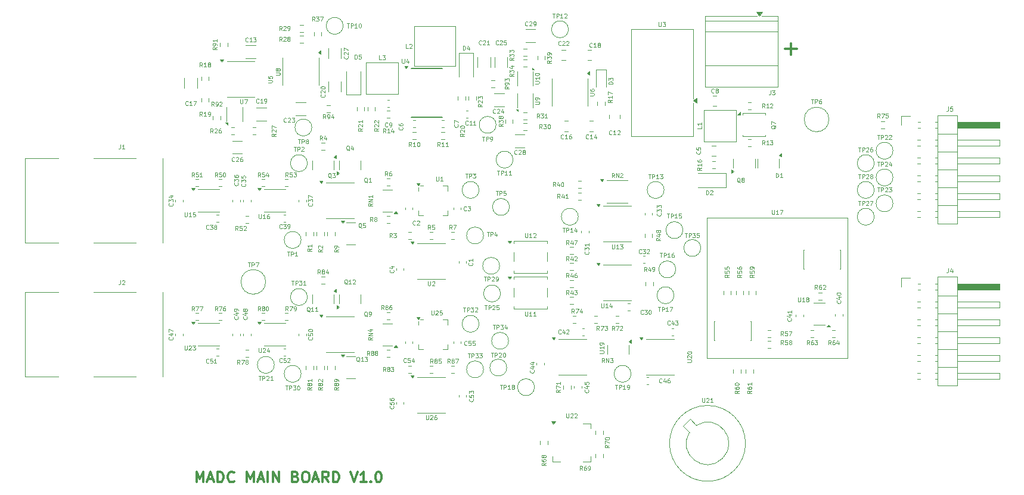
<source format=gbr>
G04 #@! TF.GenerationSoftware,KiCad,Pcbnew,9.0.3*
G04 #@! TF.CreationDate,2025-08-15T00:00:32+02:00*
G04 #@! TF.ProjectId,MADC_ARTY,4d414443-5f41-4525-9459-2e6b69636164,rev?*
G04 #@! TF.SameCoordinates,Original*
G04 #@! TF.FileFunction,Legend,Top*
G04 #@! TF.FilePolarity,Positive*
%FSLAX46Y46*%
G04 Gerber Fmt 4.6, Leading zero omitted, Abs format (unit mm)*
G04 Created by KiCad (PCBNEW 9.0.3) date 2025-08-15 00:00:32*
%MOMM*%
%LPD*%
G01*
G04 APERTURE LIST*
%ADD10C,0.300000*%
%ADD11C,0.100000*%
%ADD12C,0.120000*%
%ADD13C,0.150000*%
G04 APERTURE END LIST*
D10*
X196088000Y-45974000D02*
X197739000Y-45974000D01*
X196913500Y-46799500D02*
X196913500Y-45148500D01*
X112441510Y-107623828D02*
X112441510Y-106123828D01*
X112441510Y-106123828D02*
X112941510Y-107195257D01*
X112941510Y-107195257D02*
X113441510Y-106123828D01*
X113441510Y-106123828D02*
X113441510Y-107623828D01*
X114084368Y-107195257D02*
X114798654Y-107195257D01*
X113941511Y-107623828D02*
X114441511Y-106123828D01*
X114441511Y-106123828D02*
X114941511Y-107623828D01*
X115441510Y-107623828D02*
X115441510Y-106123828D01*
X115441510Y-106123828D02*
X115798653Y-106123828D01*
X115798653Y-106123828D02*
X116012939Y-106195257D01*
X116012939Y-106195257D02*
X116155796Y-106338114D01*
X116155796Y-106338114D02*
X116227225Y-106480971D01*
X116227225Y-106480971D02*
X116298653Y-106766685D01*
X116298653Y-106766685D02*
X116298653Y-106980971D01*
X116298653Y-106980971D02*
X116227225Y-107266685D01*
X116227225Y-107266685D02*
X116155796Y-107409542D01*
X116155796Y-107409542D02*
X116012939Y-107552400D01*
X116012939Y-107552400D02*
X115798653Y-107623828D01*
X115798653Y-107623828D02*
X115441510Y-107623828D01*
X117798653Y-107480971D02*
X117727225Y-107552400D01*
X117727225Y-107552400D02*
X117512939Y-107623828D01*
X117512939Y-107623828D02*
X117370082Y-107623828D01*
X117370082Y-107623828D02*
X117155796Y-107552400D01*
X117155796Y-107552400D02*
X117012939Y-107409542D01*
X117012939Y-107409542D02*
X116941510Y-107266685D01*
X116941510Y-107266685D02*
X116870082Y-106980971D01*
X116870082Y-106980971D02*
X116870082Y-106766685D01*
X116870082Y-106766685D02*
X116941510Y-106480971D01*
X116941510Y-106480971D02*
X117012939Y-106338114D01*
X117012939Y-106338114D02*
X117155796Y-106195257D01*
X117155796Y-106195257D02*
X117370082Y-106123828D01*
X117370082Y-106123828D02*
X117512939Y-106123828D01*
X117512939Y-106123828D02*
X117727225Y-106195257D01*
X117727225Y-106195257D02*
X117798653Y-106266685D01*
X119584367Y-107623828D02*
X119584367Y-106123828D01*
X119584367Y-106123828D02*
X120084367Y-107195257D01*
X120084367Y-107195257D02*
X120584367Y-106123828D01*
X120584367Y-106123828D02*
X120584367Y-107623828D01*
X121227225Y-107195257D02*
X121941511Y-107195257D01*
X121084368Y-107623828D02*
X121584368Y-106123828D01*
X121584368Y-106123828D02*
X122084368Y-107623828D01*
X122584367Y-107623828D02*
X122584367Y-106123828D01*
X123298653Y-107623828D02*
X123298653Y-106123828D01*
X123298653Y-106123828D02*
X124155796Y-107623828D01*
X124155796Y-107623828D02*
X124155796Y-106123828D01*
X126512939Y-106838114D02*
X126727225Y-106909542D01*
X126727225Y-106909542D02*
X126798654Y-106980971D01*
X126798654Y-106980971D02*
X126870082Y-107123828D01*
X126870082Y-107123828D02*
X126870082Y-107338114D01*
X126870082Y-107338114D02*
X126798654Y-107480971D01*
X126798654Y-107480971D02*
X126727225Y-107552400D01*
X126727225Y-107552400D02*
X126584368Y-107623828D01*
X126584368Y-107623828D02*
X126012939Y-107623828D01*
X126012939Y-107623828D02*
X126012939Y-106123828D01*
X126012939Y-106123828D02*
X126512939Y-106123828D01*
X126512939Y-106123828D02*
X126655797Y-106195257D01*
X126655797Y-106195257D02*
X126727225Y-106266685D01*
X126727225Y-106266685D02*
X126798654Y-106409542D01*
X126798654Y-106409542D02*
X126798654Y-106552400D01*
X126798654Y-106552400D02*
X126727225Y-106695257D01*
X126727225Y-106695257D02*
X126655797Y-106766685D01*
X126655797Y-106766685D02*
X126512939Y-106838114D01*
X126512939Y-106838114D02*
X126012939Y-106838114D01*
X127798654Y-106123828D02*
X128084368Y-106123828D01*
X128084368Y-106123828D02*
X128227225Y-106195257D01*
X128227225Y-106195257D02*
X128370082Y-106338114D01*
X128370082Y-106338114D02*
X128441511Y-106623828D01*
X128441511Y-106623828D02*
X128441511Y-107123828D01*
X128441511Y-107123828D02*
X128370082Y-107409542D01*
X128370082Y-107409542D02*
X128227225Y-107552400D01*
X128227225Y-107552400D02*
X128084368Y-107623828D01*
X128084368Y-107623828D02*
X127798654Y-107623828D01*
X127798654Y-107623828D02*
X127655797Y-107552400D01*
X127655797Y-107552400D02*
X127512939Y-107409542D01*
X127512939Y-107409542D02*
X127441511Y-107123828D01*
X127441511Y-107123828D02*
X127441511Y-106623828D01*
X127441511Y-106623828D02*
X127512939Y-106338114D01*
X127512939Y-106338114D02*
X127655797Y-106195257D01*
X127655797Y-106195257D02*
X127798654Y-106123828D01*
X129012940Y-107195257D02*
X129727226Y-107195257D01*
X128870083Y-107623828D02*
X129370083Y-106123828D01*
X129370083Y-106123828D02*
X129870083Y-107623828D01*
X131227225Y-107623828D02*
X130727225Y-106909542D01*
X130370082Y-107623828D02*
X130370082Y-106123828D01*
X130370082Y-106123828D02*
X130941511Y-106123828D01*
X130941511Y-106123828D02*
X131084368Y-106195257D01*
X131084368Y-106195257D02*
X131155797Y-106266685D01*
X131155797Y-106266685D02*
X131227225Y-106409542D01*
X131227225Y-106409542D02*
X131227225Y-106623828D01*
X131227225Y-106623828D02*
X131155797Y-106766685D01*
X131155797Y-106766685D02*
X131084368Y-106838114D01*
X131084368Y-106838114D02*
X130941511Y-106909542D01*
X130941511Y-106909542D02*
X130370082Y-106909542D01*
X131870082Y-107623828D02*
X131870082Y-106123828D01*
X131870082Y-106123828D02*
X132227225Y-106123828D01*
X132227225Y-106123828D02*
X132441511Y-106195257D01*
X132441511Y-106195257D02*
X132584368Y-106338114D01*
X132584368Y-106338114D02*
X132655797Y-106480971D01*
X132655797Y-106480971D02*
X132727225Y-106766685D01*
X132727225Y-106766685D02*
X132727225Y-106980971D01*
X132727225Y-106980971D02*
X132655797Y-107266685D01*
X132655797Y-107266685D02*
X132584368Y-107409542D01*
X132584368Y-107409542D02*
X132441511Y-107552400D01*
X132441511Y-107552400D02*
X132227225Y-107623828D01*
X132227225Y-107623828D02*
X131870082Y-107623828D01*
X134298654Y-106123828D02*
X134798654Y-107623828D01*
X134798654Y-107623828D02*
X135298654Y-106123828D01*
X136584368Y-107623828D02*
X135727225Y-107623828D01*
X136155796Y-107623828D02*
X136155796Y-106123828D01*
X136155796Y-106123828D02*
X136012939Y-106338114D01*
X136012939Y-106338114D02*
X135870082Y-106480971D01*
X135870082Y-106480971D02*
X135727225Y-106552400D01*
X137227224Y-107480971D02*
X137298653Y-107552400D01*
X137298653Y-107552400D02*
X137227224Y-107623828D01*
X137227224Y-107623828D02*
X137155796Y-107552400D01*
X137155796Y-107552400D02*
X137227224Y-107480971D01*
X137227224Y-107480971D02*
X137227224Y-107623828D01*
X138227225Y-106123828D02*
X138370082Y-106123828D01*
X138370082Y-106123828D02*
X138512939Y-106195257D01*
X138512939Y-106195257D02*
X138584368Y-106266685D01*
X138584368Y-106266685D02*
X138655796Y-106409542D01*
X138655796Y-106409542D02*
X138727225Y-106695257D01*
X138727225Y-106695257D02*
X138727225Y-107052400D01*
X138727225Y-107052400D02*
X138655796Y-107338114D01*
X138655796Y-107338114D02*
X138584368Y-107480971D01*
X138584368Y-107480971D02*
X138512939Y-107552400D01*
X138512939Y-107552400D02*
X138370082Y-107623828D01*
X138370082Y-107623828D02*
X138227225Y-107623828D01*
X138227225Y-107623828D02*
X138084368Y-107552400D01*
X138084368Y-107552400D02*
X138012939Y-107480971D01*
X138012939Y-107480971D02*
X137941510Y-107338114D01*
X137941510Y-107338114D02*
X137870082Y-107052400D01*
X137870082Y-107052400D02*
X137870082Y-106695257D01*
X137870082Y-106695257D02*
X137941510Y-106409542D01*
X137941510Y-106409542D02*
X138012939Y-106266685D01*
X138012939Y-106266685D02*
X138084368Y-106195257D01*
X138084368Y-106195257D02*
X138227225Y-106123828D01*
D11*
X166111285Y-83584371D02*
X165911285Y-83298657D01*
X165768428Y-83584371D02*
X165768428Y-82984371D01*
X165768428Y-82984371D02*
X165996999Y-82984371D01*
X165996999Y-82984371D02*
X166054142Y-83012942D01*
X166054142Y-83012942D02*
X166082713Y-83041514D01*
X166082713Y-83041514D02*
X166111285Y-83098657D01*
X166111285Y-83098657D02*
X166111285Y-83184371D01*
X166111285Y-83184371D02*
X166082713Y-83241514D01*
X166082713Y-83241514D02*
X166054142Y-83270085D01*
X166054142Y-83270085D02*
X165996999Y-83298657D01*
X165996999Y-83298657D02*
X165768428Y-83298657D01*
X166311285Y-82984371D02*
X166711285Y-82984371D01*
X166711285Y-82984371D02*
X166454142Y-83584371D01*
X167197000Y-83184371D02*
X167197000Y-83584371D01*
X167054142Y-82955800D02*
X166911285Y-83384371D01*
X166911285Y-83384371D02*
X167282714Y-83384371D01*
X124582285Y-90512228D02*
X124553713Y-90540800D01*
X124553713Y-90540800D02*
X124467999Y-90569371D01*
X124467999Y-90569371D02*
X124410856Y-90569371D01*
X124410856Y-90569371D02*
X124325142Y-90540800D01*
X124325142Y-90540800D02*
X124267999Y-90483657D01*
X124267999Y-90483657D02*
X124239428Y-90426514D01*
X124239428Y-90426514D02*
X124210856Y-90312228D01*
X124210856Y-90312228D02*
X124210856Y-90226514D01*
X124210856Y-90226514D02*
X124239428Y-90112228D01*
X124239428Y-90112228D02*
X124267999Y-90055085D01*
X124267999Y-90055085D02*
X124325142Y-89997942D01*
X124325142Y-89997942D02*
X124410856Y-89969371D01*
X124410856Y-89969371D02*
X124467999Y-89969371D01*
X124467999Y-89969371D02*
X124553713Y-89997942D01*
X124553713Y-89997942D02*
X124582285Y-90026514D01*
X125125142Y-89969371D02*
X124839428Y-89969371D01*
X124839428Y-89969371D02*
X124810856Y-90255085D01*
X124810856Y-90255085D02*
X124839428Y-90226514D01*
X124839428Y-90226514D02*
X124896571Y-90197942D01*
X124896571Y-90197942D02*
X125039428Y-90197942D01*
X125039428Y-90197942D02*
X125096571Y-90226514D01*
X125096571Y-90226514D02*
X125125142Y-90255085D01*
X125125142Y-90255085D02*
X125153713Y-90312228D01*
X125153713Y-90312228D02*
X125153713Y-90455085D01*
X125153713Y-90455085D02*
X125125142Y-90512228D01*
X125125142Y-90512228D02*
X125096571Y-90540800D01*
X125096571Y-90540800D02*
X125039428Y-90569371D01*
X125039428Y-90569371D02*
X124896571Y-90569371D01*
X124896571Y-90569371D02*
X124839428Y-90540800D01*
X124839428Y-90540800D02*
X124810856Y-90512228D01*
X125382285Y-90026514D02*
X125410857Y-89997942D01*
X125410857Y-89997942D02*
X125468000Y-89969371D01*
X125468000Y-89969371D02*
X125610857Y-89969371D01*
X125610857Y-89969371D02*
X125668000Y-89997942D01*
X125668000Y-89997942D02*
X125696571Y-90026514D01*
X125696571Y-90026514D02*
X125725142Y-90083657D01*
X125725142Y-90083657D02*
X125725142Y-90140800D01*
X125725142Y-90140800D02*
X125696571Y-90226514D01*
X125696571Y-90226514D02*
X125353714Y-90569371D01*
X125353714Y-90569371D02*
X125725142Y-90569371D01*
X133831142Y-42352871D02*
X134174000Y-42352871D01*
X134002571Y-42952871D02*
X134002571Y-42352871D01*
X134374000Y-42952871D02*
X134374000Y-42352871D01*
X134374000Y-42352871D02*
X134602571Y-42352871D01*
X134602571Y-42352871D02*
X134659714Y-42381442D01*
X134659714Y-42381442D02*
X134688285Y-42410014D01*
X134688285Y-42410014D02*
X134716857Y-42467157D01*
X134716857Y-42467157D02*
X134716857Y-42552871D01*
X134716857Y-42552871D02*
X134688285Y-42610014D01*
X134688285Y-42610014D02*
X134659714Y-42638585D01*
X134659714Y-42638585D02*
X134602571Y-42667157D01*
X134602571Y-42667157D02*
X134374000Y-42667157D01*
X135288285Y-42952871D02*
X134945428Y-42952871D01*
X135116857Y-42952871D02*
X135116857Y-42352871D01*
X135116857Y-42352871D02*
X135059714Y-42438585D01*
X135059714Y-42438585D02*
X135002571Y-42495728D01*
X135002571Y-42495728D02*
X134945428Y-42524300D01*
X135659714Y-42352871D02*
X135716857Y-42352871D01*
X135716857Y-42352871D02*
X135774000Y-42381442D01*
X135774000Y-42381442D02*
X135802572Y-42410014D01*
X135802572Y-42410014D02*
X135831143Y-42467157D01*
X135831143Y-42467157D02*
X135859714Y-42581442D01*
X135859714Y-42581442D02*
X135859714Y-42724300D01*
X135859714Y-42724300D02*
X135831143Y-42838585D01*
X135831143Y-42838585D02*
X135802572Y-42895728D01*
X135802572Y-42895728D02*
X135774000Y-42924300D01*
X135774000Y-42924300D02*
X135716857Y-42952871D01*
X135716857Y-42952871D02*
X135659714Y-42952871D01*
X135659714Y-42952871D02*
X135602572Y-42924300D01*
X135602572Y-42924300D02*
X135574000Y-42895728D01*
X135574000Y-42895728D02*
X135545429Y-42838585D01*
X135545429Y-42838585D02*
X135516857Y-42724300D01*
X135516857Y-42724300D02*
X135516857Y-42581442D01*
X135516857Y-42581442D02*
X135545429Y-42467157D01*
X135545429Y-42467157D02*
X135574000Y-42410014D01*
X135574000Y-42410014D02*
X135602572Y-42381442D01*
X135602572Y-42381442D02*
X135659714Y-42352871D01*
X152927285Y-45297228D02*
X152898713Y-45325800D01*
X152898713Y-45325800D02*
X152812999Y-45354371D01*
X152812999Y-45354371D02*
X152755856Y-45354371D01*
X152755856Y-45354371D02*
X152670142Y-45325800D01*
X152670142Y-45325800D02*
X152612999Y-45268657D01*
X152612999Y-45268657D02*
X152584428Y-45211514D01*
X152584428Y-45211514D02*
X152555856Y-45097228D01*
X152555856Y-45097228D02*
X152555856Y-45011514D01*
X152555856Y-45011514D02*
X152584428Y-44897228D01*
X152584428Y-44897228D02*
X152612999Y-44840085D01*
X152612999Y-44840085D02*
X152670142Y-44782942D01*
X152670142Y-44782942D02*
X152755856Y-44754371D01*
X152755856Y-44754371D02*
X152812999Y-44754371D01*
X152812999Y-44754371D02*
X152898713Y-44782942D01*
X152898713Y-44782942D02*
X152927285Y-44811514D01*
X153155856Y-44811514D02*
X153184428Y-44782942D01*
X153184428Y-44782942D02*
X153241571Y-44754371D01*
X153241571Y-44754371D02*
X153384428Y-44754371D01*
X153384428Y-44754371D02*
X153441571Y-44782942D01*
X153441571Y-44782942D02*
X153470142Y-44811514D01*
X153470142Y-44811514D02*
X153498713Y-44868657D01*
X153498713Y-44868657D02*
X153498713Y-44925800D01*
X153498713Y-44925800D02*
X153470142Y-45011514D01*
X153470142Y-45011514D02*
X153127285Y-45354371D01*
X153127285Y-45354371D02*
X153498713Y-45354371D01*
X154070142Y-45354371D02*
X153727285Y-45354371D01*
X153898714Y-45354371D02*
X153898714Y-44754371D01*
X153898714Y-44754371D02*
X153841571Y-44840085D01*
X153841571Y-44840085D02*
X153784428Y-44897228D01*
X153784428Y-44897228D02*
X153727285Y-44925800D01*
X149567228Y-56741999D02*
X149595800Y-56770571D01*
X149595800Y-56770571D02*
X149624371Y-56856285D01*
X149624371Y-56856285D02*
X149624371Y-56913428D01*
X149624371Y-56913428D02*
X149595800Y-56999142D01*
X149595800Y-56999142D02*
X149538657Y-57056285D01*
X149538657Y-57056285D02*
X149481514Y-57084856D01*
X149481514Y-57084856D02*
X149367228Y-57113428D01*
X149367228Y-57113428D02*
X149281514Y-57113428D01*
X149281514Y-57113428D02*
X149167228Y-57084856D01*
X149167228Y-57084856D02*
X149110085Y-57056285D01*
X149110085Y-57056285D02*
X149052942Y-56999142D01*
X149052942Y-56999142D02*
X149024371Y-56913428D01*
X149024371Y-56913428D02*
X149024371Y-56856285D01*
X149024371Y-56856285D02*
X149052942Y-56770571D01*
X149052942Y-56770571D02*
X149081514Y-56741999D01*
X149024371Y-56541999D02*
X149024371Y-56141999D01*
X149024371Y-56141999D02*
X149624371Y-56399142D01*
X118668857Y-53139371D02*
X118668857Y-53625085D01*
X118668857Y-53625085D02*
X118697428Y-53682228D01*
X118697428Y-53682228D02*
X118726000Y-53710800D01*
X118726000Y-53710800D02*
X118783142Y-53739371D01*
X118783142Y-53739371D02*
X118897428Y-53739371D01*
X118897428Y-53739371D02*
X118954571Y-53710800D01*
X118954571Y-53710800D02*
X118983142Y-53682228D01*
X118983142Y-53682228D02*
X119011714Y-53625085D01*
X119011714Y-53625085D02*
X119011714Y-53139371D01*
X119240285Y-53139371D02*
X119640285Y-53139371D01*
X119640285Y-53139371D02*
X119383142Y-53739371D01*
X206475142Y-67617371D02*
X206818000Y-67617371D01*
X206646571Y-68217371D02*
X206646571Y-67617371D01*
X207018000Y-68217371D02*
X207018000Y-67617371D01*
X207018000Y-67617371D02*
X207246571Y-67617371D01*
X207246571Y-67617371D02*
X207303714Y-67645942D01*
X207303714Y-67645942D02*
X207332285Y-67674514D01*
X207332285Y-67674514D02*
X207360857Y-67731657D01*
X207360857Y-67731657D02*
X207360857Y-67817371D01*
X207360857Y-67817371D02*
X207332285Y-67874514D01*
X207332285Y-67874514D02*
X207303714Y-67903085D01*
X207303714Y-67903085D02*
X207246571Y-67931657D01*
X207246571Y-67931657D02*
X207018000Y-67931657D01*
X207589428Y-67674514D02*
X207618000Y-67645942D01*
X207618000Y-67645942D02*
X207675143Y-67617371D01*
X207675143Y-67617371D02*
X207818000Y-67617371D01*
X207818000Y-67617371D02*
X207875143Y-67645942D01*
X207875143Y-67645942D02*
X207903714Y-67674514D01*
X207903714Y-67674514D02*
X207932285Y-67731657D01*
X207932285Y-67731657D02*
X207932285Y-67788800D01*
X207932285Y-67788800D02*
X207903714Y-67874514D01*
X207903714Y-67874514D02*
X207560857Y-68217371D01*
X207560857Y-68217371D02*
X207932285Y-68217371D01*
X208132286Y-67617371D02*
X208532286Y-67617371D01*
X208532286Y-67617371D02*
X208275143Y-68217371D01*
X195829285Y-86759371D02*
X195629285Y-86473657D01*
X195486428Y-86759371D02*
X195486428Y-86159371D01*
X195486428Y-86159371D02*
X195714999Y-86159371D01*
X195714999Y-86159371D02*
X195772142Y-86187942D01*
X195772142Y-86187942D02*
X195800713Y-86216514D01*
X195800713Y-86216514D02*
X195829285Y-86273657D01*
X195829285Y-86273657D02*
X195829285Y-86359371D01*
X195829285Y-86359371D02*
X195800713Y-86416514D01*
X195800713Y-86416514D02*
X195772142Y-86445085D01*
X195772142Y-86445085D02*
X195714999Y-86473657D01*
X195714999Y-86473657D02*
X195486428Y-86473657D01*
X196372142Y-86159371D02*
X196086428Y-86159371D01*
X196086428Y-86159371D02*
X196057856Y-86445085D01*
X196057856Y-86445085D02*
X196086428Y-86416514D01*
X196086428Y-86416514D02*
X196143571Y-86387942D01*
X196143571Y-86387942D02*
X196286428Y-86387942D01*
X196286428Y-86387942D02*
X196343571Y-86416514D01*
X196343571Y-86416514D02*
X196372142Y-86445085D01*
X196372142Y-86445085D02*
X196400713Y-86502228D01*
X196400713Y-86502228D02*
X196400713Y-86645085D01*
X196400713Y-86645085D02*
X196372142Y-86702228D01*
X196372142Y-86702228D02*
X196343571Y-86730800D01*
X196343571Y-86730800D02*
X196286428Y-86759371D01*
X196286428Y-86759371D02*
X196143571Y-86759371D01*
X196143571Y-86759371D02*
X196086428Y-86730800D01*
X196086428Y-86730800D02*
X196057856Y-86702228D01*
X196600714Y-86159371D02*
X197000714Y-86159371D01*
X197000714Y-86159371D02*
X196743571Y-86759371D01*
X191661371Y-78109714D02*
X191375657Y-78309714D01*
X191661371Y-78452571D02*
X191061371Y-78452571D01*
X191061371Y-78452571D02*
X191061371Y-78224000D01*
X191061371Y-78224000D02*
X191089942Y-78166857D01*
X191089942Y-78166857D02*
X191118514Y-78138286D01*
X191118514Y-78138286D02*
X191175657Y-78109714D01*
X191175657Y-78109714D02*
X191261371Y-78109714D01*
X191261371Y-78109714D02*
X191318514Y-78138286D01*
X191318514Y-78138286D02*
X191347085Y-78166857D01*
X191347085Y-78166857D02*
X191375657Y-78224000D01*
X191375657Y-78224000D02*
X191375657Y-78452571D01*
X191061371Y-77566857D02*
X191061371Y-77852571D01*
X191061371Y-77852571D02*
X191347085Y-77881143D01*
X191347085Y-77881143D02*
X191318514Y-77852571D01*
X191318514Y-77852571D02*
X191289942Y-77795429D01*
X191289942Y-77795429D02*
X191289942Y-77652571D01*
X191289942Y-77652571D02*
X191318514Y-77595429D01*
X191318514Y-77595429D02*
X191347085Y-77566857D01*
X191347085Y-77566857D02*
X191404228Y-77538286D01*
X191404228Y-77538286D02*
X191547085Y-77538286D01*
X191547085Y-77538286D02*
X191604228Y-77566857D01*
X191604228Y-77566857D02*
X191632800Y-77595429D01*
X191632800Y-77595429D02*
X191661371Y-77652571D01*
X191661371Y-77652571D02*
X191661371Y-77795429D01*
X191661371Y-77795429D02*
X191632800Y-77852571D01*
X191632800Y-77852571D02*
X191604228Y-77881143D01*
X191661371Y-77252571D02*
X191661371Y-77138285D01*
X191661371Y-77138285D02*
X191632800Y-77081142D01*
X191632800Y-77081142D02*
X191604228Y-77052571D01*
X191604228Y-77052571D02*
X191518514Y-76995428D01*
X191518514Y-76995428D02*
X191404228Y-76966857D01*
X191404228Y-76966857D02*
X191175657Y-76966857D01*
X191175657Y-76966857D02*
X191118514Y-76995428D01*
X191118514Y-76995428D02*
X191089942Y-77024000D01*
X191089942Y-77024000D02*
X191061371Y-77081142D01*
X191061371Y-77081142D02*
X191061371Y-77195428D01*
X191061371Y-77195428D02*
X191089942Y-77252571D01*
X191089942Y-77252571D02*
X191118514Y-77281142D01*
X191118514Y-77281142D02*
X191175657Y-77309714D01*
X191175657Y-77309714D02*
X191318514Y-77309714D01*
X191318514Y-77309714D02*
X191375657Y-77281142D01*
X191375657Y-77281142D02*
X191404228Y-77252571D01*
X191404228Y-77252571D02*
X191432800Y-77195428D01*
X191432800Y-77195428D02*
X191432800Y-77081142D01*
X191432800Y-77081142D02*
X191404228Y-77024000D01*
X191404228Y-77024000D02*
X191375657Y-76995428D01*
X191375657Y-76995428D02*
X191318514Y-76966857D01*
X171797714Y-64280371D02*
X171597714Y-63994657D01*
X171454857Y-64280371D02*
X171454857Y-63680371D01*
X171454857Y-63680371D02*
X171683428Y-63680371D01*
X171683428Y-63680371D02*
X171740571Y-63708942D01*
X171740571Y-63708942D02*
X171769142Y-63737514D01*
X171769142Y-63737514D02*
X171797714Y-63794657D01*
X171797714Y-63794657D02*
X171797714Y-63880371D01*
X171797714Y-63880371D02*
X171769142Y-63937514D01*
X171769142Y-63937514D02*
X171740571Y-63966085D01*
X171740571Y-63966085D02*
X171683428Y-63994657D01*
X171683428Y-63994657D02*
X171454857Y-63994657D01*
X172054857Y-64280371D02*
X172054857Y-63680371D01*
X172054857Y-63680371D02*
X172397714Y-64280371D01*
X172397714Y-64280371D02*
X172397714Y-63680371D01*
X172654856Y-63737514D02*
X172683428Y-63708942D01*
X172683428Y-63708942D02*
X172740571Y-63680371D01*
X172740571Y-63680371D02*
X172883428Y-63680371D01*
X172883428Y-63680371D02*
X172940571Y-63708942D01*
X172940571Y-63708942D02*
X172969142Y-63737514D01*
X172969142Y-63737514D02*
X172997713Y-63794657D01*
X172997713Y-63794657D02*
X172997713Y-63851800D01*
X172997713Y-63851800D02*
X172969142Y-63937514D01*
X172969142Y-63937514D02*
X172626285Y-64280371D01*
X172626285Y-64280371D02*
X172997713Y-64280371D01*
X150776000Y-68922228D02*
X150747428Y-68950800D01*
X150747428Y-68950800D02*
X150661714Y-68979371D01*
X150661714Y-68979371D02*
X150604571Y-68979371D01*
X150604571Y-68979371D02*
X150518857Y-68950800D01*
X150518857Y-68950800D02*
X150461714Y-68893657D01*
X150461714Y-68893657D02*
X150433143Y-68836514D01*
X150433143Y-68836514D02*
X150404571Y-68722228D01*
X150404571Y-68722228D02*
X150404571Y-68636514D01*
X150404571Y-68636514D02*
X150433143Y-68522228D01*
X150433143Y-68522228D02*
X150461714Y-68465085D01*
X150461714Y-68465085D02*
X150518857Y-68407942D01*
X150518857Y-68407942D02*
X150604571Y-68379371D01*
X150604571Y-68379371D02*
X150661714Y-68379371D01*
X150661714Y-68379371D02*
X150747428Y-68407942D01*
X150747428Y-68407942D02*
X150776000Y-68436514D01*
X150976000Y-68379371D02*
X151347428Y-68379371D01*
X151347428Y-68379371D02*
X151147428Y-68607942D01*
X151147428Y-68607942D02*
X151233143Y-68607942D01*
X151233143Y-68607942D02*
X151290286Y-68636514D01*
X151290286Y-68636514D02*
X151318857Y-68665085D01*
X151318857Y-68665085D02*
X151347428Y-68722228D01*
X151347428Y-68722228D02*
X151347428Y-68865085D01*
X151347428Y-68865085D02*
X151318857Y-68922228D01*
X151318857Y-68922228D02*
X151290286Y-68950800D01*
X151290286Y-68950800D02*
X151233143Y-68979371D01*
X151233143Y-68979371D02*
X151061714Y-68979371D01*
X151061714Y-68979371D02*
X151004571Y-68950800D01*
X151004571Y-68950800D02*
X150976000Y-68922228D01*
X122608371Y-50749142D02*
X123094085Y-50749142D01*
X123094085Y-50749142D02*
X123151228Y-50720571D01*
X123151228Y-50720571D02*
X123179800Y-50692000D01*
X123179800Y-50692000D02*
X123208371Y-50634857D01*
X123208371Y-50634857D02*
X123208371Y-50520571D01*
X123208371Y-50520571D02*
X123179800Y-50463428D01*
X123179800Y-50463428D02*
X123151228Y-50434857D01*
X123151228Y-50434857D02*
X123094085Y-50406285D01*
X123094085Y-50406285D02*
X122608371Y-50406285D01*
X122608371Y-49834857D02*
X122608371Y-50120571D01*
X122608371Y-50120571D02*
X122894085Y-50149143D01*
X122894085Y-50149143D02*
X122865514Y-50120571D01*
X122865514Y-50120571D02*
X122836942Y-50063429D01*
X122836942Y-50063429D02*
X122836942Y-49920571D01*
X122836942Y-49920571D02*
X122865514Y-49863429D01*
X122865514Y-49863429D02*
X122894085Y-49834857D01*
X122894085Y-49834857D02*
X122951228Y-49806286D01*
X122951228Y-49806286D02*
X123094085Y-49806286D01*
X123094085Y-49806286D02*
X123151228Y-49834857D01*
X123151228Y-49834857D02*
X123179800Y-49863429D01*
X123179800Y-49863429D02*
X123208371Y-49920571D01*
X123208371Y-49920571D02*
X123208371Y-50063429D01*
X123208371Y-50063429D02*
X123179800Y-50120571D01*
X123179800Y-50120571D02*
X123151228Y-50149143D01*
X145815143Y-83238371D02*
X145815143Y-83724085D01*
X145815143Y-83724085D02*
X145843714Y-83781228D01*
X145843714Y-83781228D02*
X145872286Y-83809800D01*
X145872286Y-83809800D02*
X145929428Y-83838371D01*
X145929428Y-83838371D02*
X146043714Y-83838371D01*
X146043714Y-83838371D02*
X146100857Y-83809800D01*
X146100857Y-83809800D02*
X146129428Y-83781228D01*
X146129428Y-83781228D02*
X146158000Y-83724085D01*
X146158000Y-83724085D02*
X146158000Y-83238371D01*
X146415142Y-83295514D02*
X146443714Y-83266942D01*
X146443714Y-83266942D02*
X146500857Y-83238371D01*
X146500857Y-83238371D02*
X146643714Y-83238371D01*
X146643714Y-83238371D02*
X146700857Y-83266942D01*
X146700857Y-83266942D02*
X146729428Y-83295514D01*
X146729428Y-83295514D02*
X146757999Y-83352657D01*
X146757999Y-83352657D02*
X146757999Y-83409800D01*
X146757999Y-83409800D02*
X146729428Y-83495514D01*
X146729428Y-83495514D02*
X146386571Y-83838371D01*
X146386571Y-83838371D02*
X146757999Y-83838371D01*
X147300857Y-83238371D02*
X147015143Y-83238371D01*
X147015143Y-83238371D02*
X146986571Y-83524085D01*
X146986571Y-83524085D02*
X147015143Y-83495514D01*
X147015143Y-83495514D02*
X147072286Y-83466942D01*
X147072286Y-83466942D02*
X147215143Y-83466942D01*
X147215143Y-83466942D02*
X147272286Y-83495514D01*
X147272286Y-83495514D02*
X147300857Y-83524085D01*
X147300857Y-83524085D02*
X147329428Y-83581228D01*
X147329428Y-83581228D02*
X147329428Y-83724085D01*
X147329428Y-83724085D02*
X147300857Y-83781228D01*
X147300857Y-83781228D02*
X147272286Y-83809800D01*
X147272286Y-83809800D02*
X147215143Y-83838371D01*
X147215143Y-83838371D02*
X147072286Y-83838371D01*
X147072286Y-83838371D02*
X147015143Y-83809800D01*
X147015143Y-83809800D02*
X146986571Y-83781228D01*
X150513371Y-58043714D02*
X150227657Y-58243714D01*
X150513371Y-58386571D02*
X149913371Y-58386571D01*
X149913371Y-58386571D02*
X149913371Y-58158000D01*
X149913371Y-58158000D02*
X149941942Y-58100857D01*
X149941942Y-58100857D02*
X149970514Y-58072286D01*
X149970514Y-58072286D02*
X150027657Y-58043714D01*
X150027657Y-58043714D02*
X150113371Y-58043714D01*
X150113371Y-58043714D02*
X150170514Y-58072286D01*
X150170514Y-58072286D02*
X150199085Y-58100857D01*
X150199085Y-58100857D02*
X150227657Y-58158000D01*
X150227657Y-58158000D02*
X150227657Y-58386571D01*
X149970514Y-57815143D02*
X149941942Y-57786571D01*
X149941942Y-57786571D02*
X149913371Y-57729429D01*
X149913371Y-57729429D02*
X149913371Y-57586571D01*
X149913371Y-57586571D02*
X149941942Y-57529429D01*
X149941942Y-57529429D02*
X149970514Y-57500857D01*
X149970514Y-57500857D02*
X150027657Y-57472286D01*
X150027657Y-57472286D02*
X150084800Y-57472286D01*
X150084800Y-57472286D02*
X150170514Y-57500857D01*
X150170514Y-57500857D02*
X150513371Y-57843714D01*
X150513371Y-57843714D02*
X150513371Y-57472286D01*
X149913371Y-57100857D02*
X149913371Y-57043714D01*
X149913371Y-57043714D02*
X149941942Y-56986571D01*
X149941942Y-56986571D02*
X149970514Y-56958000D01*
X149970514Y-56958000D02*
X150027657Y-56929428D01*
X150027657Y-56929428D02*
X150141942Y-56900857D01*
X150141942Y-56900857D02*
X150284800Y-56900857D01*
X150284800Y-56900857D02*
X150399085Y-56929428D01*
X150399085Y-56929428D02*
X150456228Y-56958000D01*
X150456228Y-56958000D02*
X150484800Y-56986571D01*
X150484800Y-56986571D02*
X150513371Y-57043714D01*
X150513371Y-57043714D02*
X150513371Y-57100857D01*
X150513371Y-57100857D02*
X150484800Y-57158000D01*
X150484800Y-57158000D02*
X150456228Y-57186571D01*
X150456228Y-57186571D02*
X150399085Y-57215142D01*
X150399085Y-57215142D02*
X150284800Y-57243714D01*
X150284800Y-57243714D02*
X150141942Y-57243714D01*
X150141942Y-57243714D02*
X150027657Y-57215142D01*
X150027657Y-57215142D02*
X149970514Y-57186571D01*
X149970514Y-57186571D02*
X149941942Y-57158000D01*
X149941942Y-57158000D02*
X149913371Y-57100857D01*
X209545285Y-55771371D02*
X209345285Y-55485657D01*
X209202428Y-55771371D02*
X209202428Y-55171371D01*
X209202428Y-55171371D02*
X209430999Y-55171371D01*
X209430999Y-55171371D02*
X209488142Y-55199942D01*
X209488142Y-55199942D02*
X209516713Y-55228514D01*
X209516713Y-55228514D02*
X209545285Y-55285657D01*
X209545285Y-55285657D02*
X209545285Y-55371371D01*
X209545285Y-55371371D02*
X209516713Y-55428514D01*
X209516713Y-55428514D02*
X209488142Y-55457085D01*
X209488142Y-55457085D02*
X209430999Y-55485657D01*
X209430999Y-55485657D02*
X209202428Y-55485657D01*
X209745285Y-55171371D02*
X210145285Y-55171371D01*
X210145285Y-55171371D02*
X209888142Y-55771371D01*
X210659571Y-55171371D02*
X210373857Y-55171371D01*
X210373857Y-55171371D02*
X210345285Y-55457085D01*
X210345285Y-55457085D02*
X210373857Y-55428514D01*
X210373857Y-55428514D02*
X210431000Y-55399942D01*
X210431000Y-55399942D02*
X210573857Y-55399942D01*
X210573857Y-55399942D02*
X210631000Y-55428514D01*
X210631000Y-55428514D02*
X210659571Y-55457085D01*
X210659571Y-55457085D02*
X210688142Y-55514228D01*
X210688142Y-55514228D02*
X210688142Y-55657085D01*
X210688142Y-55657085D02*
X210659571Y-55714228D01*
X210659571Y-55714228D02*
X210631000Y-55742800D01*
X210631000Y-55742800D02*
X210573857Y-55771371D01*
X210573857Y-55771371D02*
X210431000Y-55771371D01*
X210431000Y-55771371D02*
X210373857Y-55742800D01*
X210373857Y-55742800D02*
X210345285Y-55714228D01*
X159150143Y-83365371D02*
X159150143Y-83851085D01*
X159150143Y-83851085D02*
X159178714Y-83908228D01*
X159178714Y-83908228D02*
X159207286Y-83936800D01*
X159207286Y-83936800D02*
X159264428Y-83965371D01*
X159264428Y-83965371D02*
X159378714Y-83965371D01*
X159378714Y-83965371D02*
X159435857Y-83936800D01*
X159435857Y-83936800D02*
X159464428Y-83908228D01*
X159464428Y-83908228D02*
X159493000Y-83851085D01*
X159493000Y-83851085D02*
X159493000Y-83365371D01*
X160092999Y-83965371D02*
X159750142Y-83965371D01*
X159921571Y-83965371D02*
X159921571Y-83365371D01*
X159921571Y-83365371D02*
X159864428Y-83451085D01*
X159864428Y-83451085D02*
X159807285Y-83508228D01*
X159807285Y-83508228D02*
X159750142Y-83536800D01*
X160664428Y-83965371D02*
X160321571Y-83965371D01*
X160493000Y-83965371D02*
X160493000Y-83365371D01*
X160493000Y-83365371D02*
X160435857Y-83451085D01*
X160435857Y-83451085D02*
X160378714Y-83508228D01*
X160378714Y-83508228D02*
X160321571Y-83536800D01*
X168109228Y-94492714D02*
X168137800Y-94521286D01*
X168137800Y-94521286D02*
X168166371Y-94607000D01*
X168166371Y-94607000D02*
X168166371Y-94664143D01*
X168166371Y-94664143D02*
X168137800Y-94749857D01*
X168137800Y-94749857D02*
X168080657Y-94807000D01*
X168080657Y-94807000D02*
X168023514Y-94835571D01*
X168023514Y-94835571D02*
X167909228Y-94864143D01*
X167909228Y-94864143D02*
X167823514Y-94864143D01*
X167823514Y-94864143D02*
X167709228Y-94835571D01*
X167709228Y-94835571D02*
X167652085Y-94807000D01*
X167652085Y-94807000D02*
X167594942Y-94749857D01*
X167594942Y-94749857D02*
X167566371Y-94664143D01*
X167566371Y-94664143D02*
X167566371Y-94607000D01*
X167566371Y-94607000D02*
X167594942Y-94521286D01*
X167594942Y-94521286D02*
X167623514Y-94492714D01*
X167766371Y-93978429D02*
X168166371Y-93978429D01*
X167537800Y-94121286D02*
X167966371Y-94264143D01*
X167966371Y-94264143D02*
X167966371Y-93892714D01*
X167566371Y-93378428D02*
X167566371Y-93664142D01*
X167566371Y-93664142D02*
X167852085Y-93692714D01*
X167852085Y-93692714D02*
X167823514Y-93664142D01*
X167823514Y-93664142D02*
X167794942Y-93607000D01*
X167794942Y-93607000D02*
X167794942Y-93464142D01*
X167794942Y-93464142D02*
X167823514Y-93407000D01*
X167823514Y-93407000D02*
X167852085Y-93378428D01*
X167852085Y-93378428D02*
X167909228Y-93349857D01*
X167909228Y-93349857D02*
X168052085Y-93349857D01*
X168052085Y-93349857D02*
X168109228Y-93378428D01*
X168109228Y-93378428D02*
X168137800Y-93407000D01*
X168137800Y-93407000D02*
X168166371Y-93464142D01*
X168166371Y-93464142D02*
X168166371Y-93607000D01*
X168166371Y-93607000D02*
X168137800Y-93664142D01*
X168137800Y-93664142D02*
X168109228Y-93692714D01*
X130644228Y-52455714D02*
X130672800Y-52484286D01*
X130672800Y-52484286D02*
X130701371Y-52570000D01*
X130701371Y-52570000D02*
X130701371Y-52627143D01*
X130701371Y-52627143D02*
X130672800Y-52712857D01*
X130672800Y-52712857D02*
X130615657Y-52770000D01*
X130615657Y-52770000D02*
X130558514Y-52798571D01*
X130558514Y-52798571D02*
X130444228Y-52827143D01*
X130444228Y-52827143D02*
X130358514Y-52827143D01*
X130358514Y-52827143D02*
X130244228Y-52798571D01*
X130244228Y-52798571D02*
X130187085Y-52770000D01*
X130187085Y-52770000D02*
X130129942Y-52712857D01*
X130129942Y-52712857D02*
X130101371Y-52627143D01*
X130101371Y-52627143D02*
X130101371Y-52570000D01*
X130101371Y-52570000D02*
X130129942Y-52484286D01*
X130129942Y-52484286D02*
X130158514Y-52455714D01*
X130158514Y-52227143D02*
X130129942Y-52198571D01*
X130129942Y-52198571D02*
X130101371Y-52141429D01*
X130101371Y-52141429D02*
X130101371Y-51998571D01*
X130101371Y-51998571D02*
X130129942Y-51941429D01*
X130129942Y-51941429D02*
X130158514Y-51912857D01*
X130158514Y-51912857D02*
X130215657Y-51884286D01*
X130215657Y-51884286D02*
X130272800Y-51884286D01*
X130272800Y-51884286D02*
X130358514Y-51912857D01*
X130358514Y-51912857D02*
X130701371Y-52255714D01*
X130701371Y-52255714D02*
X130701371Y-51884286D01*
X130101371Y-51512857D02*
X130101371Y-51455714D01*
X130101371Y-51455714D02*
X130129942Y-51398571D01*
X130129942Y-51398571D02*
X130158514Y-51370000D01*
X130158514Y-51370000D02*
X130215657Y-51341428D01*
X130215657Y-51341428D02*
X130329942Y-51312857D01*
X130329942Y-51312857D02*
X130472800Y-51312857D01*
X130472800Y-51312857D02*
X130587085Y-51341428D01*
X130587085Y-51341428D02*
X130644228Y-51370000D01*
X130644228Y-51370000D02*
X130672800Y-51398571D01*
X130672800Y-51398571D02*
X130701371Y-51455714D01*
X130701371Y-51455714D02*
X130701371Y-51512857D01*
X130701371Y-51512857D02*
X130672800Y-51570000D01*
X130672800Y-51570000D02*
X130644228Y-51598571D01*
X130644228Y-51598571D02*
X130587085Y-51627142D01*
X130587085Y-51627142D02*
X130472800Y-51655714D01*
X130472800Y-51655714D02*
X130329942Y-51655714D01*
X130329942Y-51655714D02*
X130215657Y-51627142D01*
X130215657Y-51627142D02*
X130158514Y-51598571D01*
X130158514Y-51598571D02*
X130129942Y-51570000D01*
X130129942Y-51570000D02*
X130101371Y-51512857D01*
X154278142Y-89207371D02*
X154621000Y-89207371D01*
X154449571Y-89807371D02*
X154449571Y-89207371D01*
X154821000Y-89807371D02*
X154821000Y-89207371D01*
X154821000Y-89207371D02*
X155049571Y-89207371D01*
X155049571Y-89207371D02*
X155106714Y-89235942D01*
X155106714Y-89235942D02*
X155135285Y-89264514D01*
X155135285Y-89264514D02*
X155163857Y-89321657D01*
X155163857Y-89321657D02*
X155163857Y-89407371D01*
X155163857Y-89407371D02*
X155135285Y-89464514D01*
X155135285Y-89464514D02*
X155106714Y-89493085D01*
X155106714Y-89493085D02*
X155049571Y-89521657D01*
X155049571Y-89521657D02*
X154821000Y-89521657D01*
X155392428Y-89264514D02*
X155421000Y-89235942D01*
X155421000Y-89235942D02*
X155478143Y-89207371D01*
X155478143Y-89207371D02*
X155621000Y-89207371D01*
X155621000Y-89207371D02*
X155678143Y-89235942D01*
X155678143Y-89235942D02*
X155706714Y-89264514D01*
X155706714Y-89264514D02*
X155735285Y-89321657D01*
X155735285Y-89321657D02*
X155735285Y-89378800D01*
X155735285Y-89378800D02*
X155706714Y-89464514D01*
X155706714Y-89464514D02*
X155363857Y-89807371D01*
X155363857Y-89807371D02*
X155735285Y-89807371D01*
X156106714Y-89207371D02*
X156163857Y-89207371D01*
X156163857Y-89207371D02*
X156221000Y-89235942D01*
X156221000Y-89235942D02*
X156249572Y-89264514D01*
X156249572Y-89264514D02*
X156278143Y-89321657D01*
X156278143Y-89321657D02*
X156306714Y-89435942D01*
X156306714Y-89435942D02*
X156306714Y-89578800D01*
X156306714Y-89578800D02*
X156278143Y-89693085D01*
X156278143Y-89693085D02*
X156249572Y-89750228D01*
X156249572Y-89750228D02*
X156221000Y-89778800D01*
X156221000Y-89778800D02*
X156163857Y-89807371D01*
X156163857Y-89807371D02*
X156106714Y-89807371D01*
X156106714Y-89807371D02*
X156049572Y-89778800D01*
X156049572Y-89778800D02*
X156021000Y-89750228D01*
X156021000Y-89750228D02*
X155992429Y-89693085D01*
X155992429Y-89693085D02*
X155963857Y-89578800D01*
X155963857Y-89578800D02*
X155963857Y-89435942D01*
X155963857Y-89435942D02*
X155992429Y-89321657D01*
X155992429Y-89321657D02*
X156021000Y-89264514D01*
X156021000Y-89264514D02*
X156049572Y-89235942D01*
X156049572Y-89235942D02*
X156106714Y-89207371D01*
X160566371Y-53795642D02*
X161052085Y-53795642D01*
X161052085Y-53795642D02*
X161109228Y-53767071D01*
X161109228Y-53767071D02*
X161137800Y-53738500D01*
X161137800Y-53738500D02*
X161166371Y-53681357D01*
X161166371Y-53681357D02*
X161166371Y-53567071D01*
X161166371Y-53567071D02*
X161137800Y-53509928D01*
X161137800Y-53509928D02*
X161109228Y-53481357D01*
X161109228Y-53481357D02*
X161052085Y-53452785D01*
X161052085Y-53452785D02*
X160566371Y-53452785D01*
X161166371Y-53138500D02*
X161166371Y-53024214D01*
X161166371Y-53024214D02*
X161137800Y-52967071D01*
X161137800Y-52967071D02*
X161109228Y-52938500D01*
X161109228Y-52938500D02*
X161023514Y-52881357D01*
X161023514Y-52881357D02*
X160909228Y-52852786D01*
X160909228Y-52852786D02*
X160680657Y-52852786D01*
X160680657Y-52852786D02*
X160623514Y-52881357D01*
X160623514Y-52881357D02*
X160594942Y-52909929D01*
X160594942Y-52909929D02*
X160566371Y-52967071D01*
X160566371Y-52967071D02*
X160566371Y-53081357D01*
X160566371Y-53081357D02*
X160594942Y-53138500D01*
X160594942Y-53138500D02*
X160623514Y-53167071D01*
X160623514Y-53167071D02*
X160680657Y-53195643D01*
X160680657Y-53195643D02*
X160823514Y-53195643D01*
X160823514Y-53195643D02*
X160880657Y-53167071D01*
X160880657Y-53167071D02*
X160909228Y-53138500D01*
X160909228Y-53138500D02*
X160937800Y-53081357D01*
X160937800Y-53081357D02*
X160937800Y-52967071D01*
X160937800Y-52967071D02*
X160909228Y-52909929D01*
X160909228Y-52909929D02*
X160880657Y-52881357D01*
X160880657Y-52881357D02*
X160823514Y-52852786D01*
X135612143Y-90499514D02*
X135555000Y-90470942D01*
X135555000Y-90470942D02*
X135497857Y-90413800D01*
X135497857Y-90413800D02*
X135412143Y-90328085D01*
X135412143Y-90328085D02*
X135355000Y-90299514D01*
X135355000Y-90299514D02*
X135297857Y-90299514D01*
X135326428Y-90442371D02*
X135269286Y-90413800D01*
X135269286Y-90413800D02*
X135212143Y-90356657D01*
X135212143Y-90356657D02*
X135183571Y-90242371D01*
X135183571Y-90242371D02*
X135183571Y-90042371D01*
X135183571Y-90042371D02*
X135212143Y-89928085D01*
X135212143Y-89928085D02*
X135269286Y-89870942D01*
X135269286Y-89870942D02*
X135326428Y-89842371D01*
X135326428Y-89842371D02*
X135440714Y-89842371D01*
X135440714Y-89842371D02*
X135497857Y-89870942D01*
X135497857Y-89870942D02*
X135555000Y-89928085D01*
X135555000Y-89928085D02*
X135583571Y-90042371D01*
X135583571Y-90042371D02*
X135583571Y-90242371D01*
X135583571Y-90242371D02*
X135555000Y-90356657D01*
X135555000Y-90356657D02*
X135497857Y-90413800D01*
X135497857Y-90413800D02*
X135440714Y-90442371D01*
X135440714Y-90442371D02*
X135326428Y-90442371D01*
X136154999Y-90442371D02*
X135812142Y-90442371D01*
X135983571Y-90442371D02*
X135983571Y-89842371D01*
X135983571Y-89842371D02*
X135926428Y-89928085D01*
X135926428Y-89928085D02*
X135869285Y-89985228D01*
X135869285Y-89985228D02*
X135812142Y-90013800D01*
X136355000Y-89842371D02*
X136726428Y-89842371D01*
X136726428Y-89842371D02*
X136526428Y-90070942D01*
X136526428Y-90070942D02*
X136612143Y-90070942D01*
X136612143Y-90070942D02*
X136669286Y-90099514D01*
X136669286Y-90099514D02*
X136697857Y-90128085D01*
X136697857Y-90128085D02*
X136726428Y-90185228D01*
X136726428Y-90185228D02*
X136726428Y-90328085D01*
X136726428Y-90328085D02*
X136697857Y-90385228D01*
X136697857Y-90385228D02*
X136669286Y-90413800D01*
X136669286Y-90413800D02*
X136612143Y-90442371D01*
X136612143Y-90442371D02*
X136440714Y-90442371D01*
X136440714Y-90442371D02*
X136383571Y-90413800D01*
X136383571Y-90413800D02*
X136355000Y-90385228D01*
X132606371Y-94111714D02*
X132320657Y-94311714D01*
X132606371Y-94454571D02*
X132006371Y-94454571D01*
X132006371Y-94454571D02*
X132006371Y-94226000D01*
X132006371Y-94226000D02*
X132034942Y-94168857D01*
X132034942Y-94168857D02*
X132063514Y-94140286D01*
X132063514Y-94140286D02*
X132120657Y-94111714D01*
X132120657Y-94111714D02*
X132206371Y-94111714D01*
X132206371Y-94111714D02*
X132263514Y-94140286D01*
X132263514Y-94140286D02*
X132292085Y-94168857D01*
X132292085Y-94168857D02*
X132320657Y-94226000D01*
X132320657Y-94226000D02*
X132320657Y-94454571D01*
X132263514Y-93768857D02*
X132234942Y-93826000D01*
X132234942Y-93826000D02*
X132206371Y-93854571D01*
X132206371Y-93854571D02*
X132149228Y-93883143D01*
X132149228Y-93883143D02*
X132120657Y-93883143D01*
X132120657Y-93883143D02*
X132063514Y-93854571D01*
X132063514Y-93854571D02*
X132034942Y-93826000D01*
X132034942Y-93826000D02*
X132006371Y-93768857D01*
X132006371Y-93768857D02*
X132006371Y-93654571D01*
X132006371Y-93654571D02*
X132034942Y-93597429D01*
X132034942Y-93597429D02*
X132063514Y-93568857D01*
X132063514Y-93568857D02*
X132120657Y-93540286D01*
X132120657Y-93540286D02*
X132149228Y-93540286D01*
X132149228Y-93540286D02*
X132206371Y-93568857D01*
X132206371Y-93568857D02*
X132234942Y-93597429D01*
X132234942Y-93597429D02*
X132263514Y-93654571D01*
X132263514Y-93654571D02*
X132263514Y-93768857D01*
X132263514Y-93768857D02*
X132292085Y-93826000D01*
X132292085Y-93826000D02*
X132320657Y-93854571D01*
X132320657Y-93854571D02*
X132377800Y-93883143D01*
X132377800Y-93883143D02*
X132492085Y-93883143D01*
X132492085Y-93883143D02*
X132549228Y-93854571D01*
X132549228Y-93854571D02*
X132577800Y-93826000D01*
X132577800Y-93826000D02*
X132606371Y-93768857D01*
X132606371Y-93768857D02*
X132606371Y-93654571D01*
X132606371Y-93654571D02*
X132577800Y-93597429D01*
X132577800Y-93597429D02*
X132549228Y-93568857D01*
X132549228Y-93568857D02*
X132492085Y-93540286D01*
X132492085Y-93540286D02*
X132377800Y-93540286D01*
X132377800Y-93540286D02*
X132320657Y-93568857D01*
X132320657Y-93568857D02*
X132292085Y-93597429D01*
X132292085Y-93597429D02*
X132263514Y-93654571D01*
X132606371Y-93254571D02*
X132606371Y-93140285D01*
X132606371Y-93140285D02*
X132577800Y-93083142D01*
X132577800Y-93083142D02*
X132549228Y-93054571D01*
X132549228Y-93054571D02*
X132463514Y-92997428D01*
X132463514Y-92997428D02*
X132349228Y-92968857D01*
X132349228Y-92968857D02*
X132120657Y-92968857D01*
X132120657Y-92968857D02*
X132063514Y-92997428D01*
X132063514Y-92997428D02*
X132034942Y-93026000D01*
X132034942Y-93026000D02*
X132006371Y-93083142D01*
X132006371Y-93083142D02*
X132006371Y-93197428D01*
X132006371Y-93197428D02*
X132034942Y-93254571D01*
X132034942Y-93254571D02*
X132063514Y-93283142D01*
X132063514Y-93283142D02*
X132120657Y-93311714D01*
X132120657Y-93311714D02*
X132263514Y-93311714D01*
X132263514Y-93311714D02*
X132320657Y-93283142D01*
X132320657Y-93283142D02*
X132349228Y-93254571D01*
X132349228Y-93254571D02*
X132377800Y-93197428D01*
X132377800Y-93197428D02*
X132377800Y-93083142D01*
X132377800Y-93083142D02*
X132349228Y-93026000D01*
X132349228Y-93026000D02*
X132320657Y-92997428D01*
X132320657Y-92997428D02*
X132263514Y-92968857D01*
X191280371Y-94619714D02*
X190994657Y-94819714D01*
X191280371Y-94962571D02*
X190680371Y-94962571D01*
X190680371Y-94962571D02*
X190680371Y-94734000D01*
X190680371Y-94734000D02*
X190708942Y-94676857D01*
X190708942Y-94676857D02*
X190737514Y-94648286D01*
X190737514Y-94648286D02*
X190794657Y-94619714D01*
X190794657Y-94619714D02*
X190880371Y-94619714D01*
X190880371Y-94619714D02*
X190937514Y-94648286D01*
X190937514Y-94648286D02*
X190966085Y-94676857D01*
X190966085Y-94676857D02*
X190994657Y-94734000D01*
X190994657Y-94734000D02*
X190994657Y-94962571D01*
X190680371Y-94105429D02*
X190680371Y-94219714D01*
X190680371Y-94219714D02*
X190708942Y-94276857D01*
X190708942Y-94276857D02*
X190737514Y-94305429D01*
X190737514Y-94305429D02*
X190823228Y-94362571D01*
X190823228Y-94362571D02*
X190937514Y-94391143D01*
X190937514Y-94391143D02*
X191166085Y-94391143D01*
X191166085Y-94391143D02*
X191223228Y-94362571D01*
X191223228Y-94362571D02*
X191251800Y-94334000D01*
X191251800Y-94334000D02*
X191280371Y-94276857D01*
X191280371Y-94276857D02*
X191280371Y-94162571D01*
X191280371Y-94162571D02*
X191251800Y-94105429D01*
X191251800Y-94105429D02*
X191223228Y-94076857D01*
X191223228Y-94076857D02*
X191166085Y-94048286D01*
X191166085Y-94048286D02*
X191023228Y-94048286D01*
X191023228Y-94048286D02*
X190966085Y-94076857D01*
X190966085Y-94076857D02*
X190937514Y-94105429D01*
X190937514Y-94105429D02*
X190908942Y-94162571D01*
X190908942Y-94162571D02*
X190908942Y-94276857D01*
X190908942Y-94276857D02*
X190937514Y-94334000D01*
X190937514Y-94334000D02*
X190966085Y-94362571D01*
X190966085Y-94362571D02*
X191023228Y-94391143D01*
X191280371Y-93476857D02*
X191280371Y-93819714D01*
X191280371Y-93648285D02*
X190680371Y-93648285D01*
X190680371Y-93648285D02*
X190766085Y-93705428D01*
X190766085Y-93705428D02*
X190823228Y-93762571D01*
X190823228Y-93762571D02*
X190851800Y-93819714D01*
X209142142Y-65712371D02*
X209485000Y-65712371D01*
X209313571Y-66312371D02*
X209313571Y-65712371D01*
X209685000Y-66312371D02*
X209685000Y-65712371D01*
X209685000Y-65712371D02*
X209913571Y-65712371D01*
X209913571Y-65712371D02*
X209970714Y-65740942D01*
X209970714Y-65740942D02*
X209999285Y-65769514D01*
X209999285Y-65769514D02*
X210027857Y-65826657D01*
X210027857Y-65826657D02*
X210027857Y-65912371D01*
X210027857Y-65912371D02*
X209999285Y-65969514D01*
X209999285Y-65969514D02*
X209970714Y-65998085D01*
X209970714Y-65998085D02*
X209913571Y-66026657D01*
X209913571Y-66026657D02*
X209685000Y-66026657D01*
X210256428Y-65769514D02*
X210285000Y-65740942D01*
X210285000Y-65740942D02*
X210342143Y-65712371D01*
X210342143Y-65712371D02*
X210485000Y-65712371D01*
X210485000Y-65712371D02*
X210542143Y-65740942D01*
X210542143Y-65740942D02*
X210570714Y-65769514D01*
X210570714Y-65769514D02*
X210599285Y-65826657D01*
X210599285Y-65826657D02*
X210599285Y-65883800D01*
X210599285Y-65883800D02*
X210570714Y-65969514D01*
X210570714Y-65969514D02*
X210227857Y-66312371D01*
X210227857Y-66312371D02*
X210599285Y-66312371D01*
X210799286Y-65712371D02*
X211170714Y-65712371D01*
X211170714Y-65712371D02*
X210970714Y-65940942D01*
X210970714Y-65940942D02*
X211056429Y-65940942D01*
X211056429Y-65940942D02*
X211113572Y-65969514D01*
X211113572Y-65969514D02*
X211142143Y-65998085D01*
X211142143Y-65998085D02*
X211170714Y-66055228D01*
X211170714Y-66055228D02*
X211170714Y-66198085D01*
X211170714Y-66198085D02*
X211142143Y-66255228D01*
X211142143Y-66255228D02*
X211113572Y-66283800D01*
X211113572Y-66283800D02*
X211056429Y-66312371D01*
X211056429Y-66312371D02*
X210885000Y-66312371D01*
X210885000Y-66312371D02*
X210827857Y-66283800D01*
X210827857Y-66283800D02*
X210799286Y-66255228D01*
X134181857Y-60400514D02*
X134124714Y-60371942D01*
X134124714Y-60371942D02*
X134067571Y-60314800D01*
X134067571Y-60314800D02*
X133981857Y-60229085D01*
X133981857Y-60229085D02*
X133924714Y-60200514D01*
X133924714Y-60200514D02*
X133867571Y-60200514D01*
X133896142Y-60343371D02*
X133839000Y-60314800D01*
X133839000Y-60314800D02*
X133781857Y-60257657D01*
X133781857Y-60257657D02*
X133753285Y-60143371D01*
X133753285Y-60143371D02*
X133753285Y-59943371D01*
X133753285Y-59943371D02*
X133781857Y-59829085D01*
X133781857Y-59829085D02*
X133839000Y-59771942D01*
X133839000Y-59771942D02*
X133896142Y-59743371D01*
X133896142Y-59743371D02*
X134010428Y-59743371D01*
X134010428Y-59743371D02*
X134067571Y-59771942D01*
X134067571Y-59771942D02*
X134124714Y-59829085D01*
X134124714Y-59829085D02*
X134153285Y-59943371D01*
X134153285Y-59943371D02*
X134153285Y-60143371D01*
X134153285Y-60143371D02*
X134124714Y-60257657D01*
X134124714Y-60257657D02*
X134067571Y-60314800D01*
X134067571Y-60314800D02*
X134010428Y-60343371D01*
X134010428Y-60343371D02*
X133896142Y-60343371D01*
X134667571Y-59943371D02*
X134667571Y-60343371D01*
X134524713Y-59714800D02*
X134381856Y-60143371D01*
X134381856Y-60143371D02*
X134753285Y-60143371D01*
X118613285Y-90823371D02*
X118413285Y-90537657D01*
X118270428Y-90823371D02*
X118270428Y-90223371D01*
X118270428Y-90223371D02*
X118498999Y-90223371D01*
X118498999Y-90223371D02*
X118556142Y-90251942D01*
X118556142Y-90251942D02*
X118584713Y-90280514D01*
X118584713Y-90280514D02*
X118613285Y-90337657D01*
X118613285Y-90337657D02*
X118613285Y-90423371D01*
X118613285Y-90423371D02*
X118584713Y-90480514D01*
X118584713Y-90480514D02*
X118556142Y-90509085D01*
X118556142Y-90509085D02*
X118498999Y-90537657D01*
X118498999Y-90537657D02*
X118270428Y-90537657D01*
X118813285Y-90223371D02*
X119213285Y-90223371D01*
X119213285Y-90223371D02*
X118956142Y-90823371D01*
X119527571Y-90480514D02*
X119470428Y-90451942D01*
X119470428Y-90451942D02*
X119441857Y-90423371D01*
X119441857Y-90423371D02*
X119413285Y-90366228D01*
X119413285Y-90366228D02*
X119413285Y-90337657D01*
X119413285Y-90337657D02*
X119441857Y-90280514D01*
X119441857Y-90280514D02*
X119470428Y-90251942D01*
X119470428Y-90251942D02*
X119527571Y-90223371D01*
X119527571Y-90223371D02*
X119641857Y-90223371D01*
X119641857Y-90223371D02*
X119699000Y-90251942D01*
X119699000Y-90251942D02*
X119727571Y-90280514D01*
X119727571Y-90280514D02*
X119756142Y-90337657D01*
X119756142Y-90337657D02*
X119756142Y-90366228D01*
X119756142Y-90366228D02*
X119727571Y-90423371D01*
X119727571Y-90423371D02*
X119699000Y-90451942D01*
X119699000Y-90451942D02*
X119641857Y-90480514D01*
X119641857Y-90480514D02*
X119527571Y-90480514D01*
X119527571Y-90480514D02*
X119470428Y-90509085D01*
X119470428Y-90509085D02*
X119441857Y-90537657D01*
X119441857Y-90537657D02*
X119413285Y-90594800D01*
X119413285Y-90594800D02*
X119413285Y-90709085D01*
X119413285Y-90709085D02*
X119441857Y-90766228D01*
X119441857Y-90766228D02*
X119470428Y-90794800D01*
X119470428Y-90794800D02*
X119527571Y-90823371D01*
X119527571Y-90823371D02*
X119641857Y-90823371D01*
X119641857Y-90823371D02*
X119699000Y-90794800D01*
X119699000Y-90794800D02*
X119727571Y-90766228D01*
X119727571Y-90766228D02*
X119756142Y-90709085D01*
X119756142Y-90709085D02*
X119756142Y-90594800D01*
X119756142Y-90594800D02*
X119727571Y-90537657D01*
X119727571Y-90537657D02*
X119699000Y-90509085D01*
X119699000Y-90509085D02*
X119641857Y-90480514D01*
X119341228Y-65155714D02*
X119369800Y-65184286D01*
X119369800Y-65184286D02*
X119398371Y-65270000D01*
X119398371Y-65270000D02*
X119398371Y-65327143D01*
X119398371Y-65327143D02*
X119369800Y-65412857D01*
X119369800Y-65412857D02*
X119312657Y-65470000D01*
X119312657Y-65470000D02*
X119255514Y-65498571D01*
X119255514Y-65498571D02*
X119141228Y-65527143D01*
X119141228Y-65527143D02*
X119055514Y-65527143D01*
X119055514Y-65527143D02*
X118941228Y-65498571D01*
X118941228Y-65498571D02*
X118884085Y-65470000D01*
X118884085Y-65470000D02*
X118826942Y-65412857D01*
X118826942Y-65412857D02*
X118798371Y-65327143D01*
X118798371Y-65327143D02*
X118798371Y-65270000D01*
X118798371Y-65270000D02*
X118826942Y-65184286D01*
X118826942Y-65184286D02*
X118855514Y-65155714D01*
X118798371Y-64955714D02*
X118798371Y-64584286D01*
X118798371Y-64584286D02*
X119026942Y-64784286D01*
X119026942Y-64784286D02*
X119026942Y-64698571D01*
X119026942Y-64698571D02*
X119055514Y-64641429D01*
X119055514Y-64641429D02*
X119084085Y-64612857D01*
X119084085Y-64612857D02*
X119141228Y-64584286D01*
X119141228Y-64584286D02*
X119284085Y-64584286D01*
X119284085Y-64584286D02*
X119341228Y-64612857D01*
X119341228Y-64612857D02*
X119369800Y-64641429D01*
X119369800Y-64641429D02*
X119398371Y-64698571D01*
X119398371Y-64698571D02*
X119398371Y-64870000D01*
X119398371Y-64870000D02*
X119369800Y-64927143D01*
X119369800Y-64927143D02*
X119341228Y-64955714D01*
X118798371Y-64041428D02*
X118798371Y-64327142D01*
X118798371Y-64327142D02*
X119084085Y-64355714D01*
X119084085Y-64355714D02*
X119055514Y-64327142D01*
X119055514Y-64327142D02*
X119026942Y-64270000D01*
X119026942Y-64270000D02*
X119026942Y-64127142D01*
X119026942Y-64127142D02*
X119055514Y-64070000D01*
X119055514Y-64070000D02*
X119084085Y-64041428D01*
X119084085Y-64041428D02*
X119141228Y-64012857D01*
X119141228Y-64012857D02*
X119284085Y-64012857D01*
X119284085Y-64012857D02*
X119341228Y-64041428D01*
X119341228Y-64041428D02*
X119369800Y-64070000D01*
X119369800Y-64070000D02*
X119398371Y-64127142D01*
X119398371Y-64127142D02*
X119398371Y-64270000D01*
X119398371Y-64270000D02*
X119369800Y-64327142D01*
X119369800Y-64327142D02*
X119341228Y-64355714D01*
X150976142Y-89334371D02*
X151319000Y-89334371D01*
X151147571Y-89934371D02*
X151147571Y-89334371D01*
X151519000Y-89934371D02*
X151519000Y-89334371D01*
X151519000Y-89334371D02*
X151747571Y-89334371D01*
X151747571Y-89334371D02*
X151804714Y-89362942D01*
X151804714Y-89362942D02*
X151833285Y-89391514D01*
X151833285Y-89391514D02*
X151861857Y-89448657D01*
X151861857Y-89448657D02*
X151861857Y-89534371D01*
X151861857Y-89534371D02*
X151833285Y-89591514D01*
X151833285Y-89591514D02*
X151804714Y-89620085D01*
X151804714Y-89620085D02*
X151747571Y-89648657D01*
X151747571Y-89648657D02*
X151519000Y-89648657D01*
X152061857Y-89334371D02*
X152433285Y-89334371D01*
X152433285Y-89334371D02*
X152233285Y-89562942D01*
X152233285Y-89562942D02*
X152319000Y-89562942D01*
X152319000Y-89562942D02*
X152376143Y-89591514D01*
X152376143Y-89591514D02*
X152404714Y-89620085D01*
X152404714Y-89620085D02*
X152433285Y-89677228D01*
X152433285Y-89677228D02*
X152433285Y-89820085D01*
X152433285Y-89820085D02*
X152404714Y-89877228D01*
X152404714Y-89877228D02*
X152376143Y-89905800D01*
X152376143Y-89905800D02*
X152319000Y-89934371D01*
X152319000Y-89934371D02*
X152147571Y-89934371D01*
X152147571Y-89934371D02*
X152090428Y-89905800D01*
X152090428Y-89905800D02*
X152061857Y-89877228D01*
X152633286Y-89334371D02*
X153004714Y-89334371D01*
X153004714Y-89334371D02*
X152804714Y-89562942D01*
X152804714Y-89562942D02*
X152890429Y-89562942D01*
X152890429Y-89562942D02*
X152947572Y-89591514D01*
X152947572Y-89591514D02*
X152976143Y-89620085D01*
X152976143Y-89620085D02*
X153004714Y-89677228D01*
X153004714Y-89677228D02*
X153004714Y-89820085D01*
X153004714Y-89820085D02*
X152976143Y-89877228D01*
X152976143Y-89877228D02*
X152947572Y-89905800D01*
X152947572Y-89905800D02*
X152890429Y-89934371D01*
X152890429Y-89934371D02*
X152719000Y-89934371D01*
X152719000Y-89934371D02*
X152661857Y-89905800D01*
X152661857Y-89905800D02*
X152633286Y-89877228D01*
X113279285Y-48532371D02*
X113079285Y-48246657D01*
X112936428Y-48532371D02*
X112936428Y-47932371D01*
X112936428Y-47932371D02*
X113164999Y-47932371D01*
X113164999Y-47932371D02*
X113222142Y-47960942D01*
X113222142Y-47960942D02*
X113250713Y-47989514D01*
X113250713Y-47989514D02*
X113279285Y-48046657D01*
X113279285Y-48046657D02*
X113279285Y-48132371D01*
X113279285Y-48132371D02*
X113250713Y-48189514D01*
X113250713Y-48189514D02*
X113222142Y-48218085D01*
X113222142Y-48218085D02*
X113164999Y-48246657D01*
X113164999Y-48246657D02*
X112936428Y-48246657D01*
X113850713Y-48532371D02*
X113507856Y-48532371D01*
X113679285Y-48532371D02*
X113679285Y-47932371D01*
X113679285Y-47932371D02*
X113622142Y-48018085D01*
X113622142Y-48018085D02*
X113564999Y-48075228D01*
X113564999Y-48075228D02*
X113507856Y-48103800D01*
X114193571Y-48189514D02*
X114136428Y-48160942D01*
X114136428Y-48160942D02*
X114107857Y-48132371D01*
X114107857Y-48132371D02*
X114079285Y-48075228D01*
X114079285Y-48075228D02*
X114079285Y-48046657D01*
X114079285Y-48046657D02*
X114107857Y-47989514D01*
X114107857Y-47989514D02*
X114136428Y-47960942D01*
X114136428Y-47960942D02*
X114193571Y-47932371D01*
X114193571Y-47932371D02*
X114307857Y-47932371D01*
X114307857Y-47932371D02*
X114365000Y-47960942D01*
X114365000Y-47960942D02*
X114393571Y-47989514D01*
X114393571Y-47989514D02*
X114422142Y-48046657D01*
X114422142Y-48046657D02*
X114422142Y-48075228D01*
X114422142Y-48075228D02*
X114393571Y-48132371D01*
X114393571Y-48132371D02*
X114365000Y-48160942D01*
X114365000Y-48160942D02*
X114307857Y-48189514D01*
X114307857Y-48189514D02*
X114193571Y-48189514D01*
X114193571Y-48189514D02*
X114136428Y-48218085D01*
X114136428Y-48218085D02*
X114107857Y-48246657D01*
X114107857Y-48246657D02*
X114079285Y-48303800D01*
X114079285Y-48303800D02*
X114079285Y-48418085D01*
X114079285Y-48418085D02*
X114107857Y-48475228D01*
X114107857Y-48475228D02*
X114136428Y-48503800D01*
X114136428Y-48503800D02*
X114193571Y-48532371D01*
X114193571Y-48532371D02*
X114307857Y-48532371D01*
X114307857Y-48532371D02*
X114365000Y-48503800D01*
X114365000Y-48503800D02*
X114393571Y-48475228D01*
X114393571Y-48475228D02*
X114422142Y-48418085D01*
X114422142Y-48418085D02*
X114422142Y-48303800D01*
X114422142Y-48303800D02*
X114393571Y-48246657D01*
X114393571Y-48246657D02*
X114365000Y-48218085D01*
X114365000Y-48218085D02*
X114307857Y-48189514D01*
X114168285Y-90639228D02*
X114139713Y-90667800D01*
X114139713Y-90667800D02*
X114053999Y-90696371D01*
X114053999Y-90696371D02*
X113996856Y-90696371D01*
X113996856Y-90696371D02*
X113911142Y-90667800D01*
X113911142Y-90667800D02*
X113853999Y-90610657D01*
X113853999Y-90610657D02*
X113825428Y-90553514D01*
X113825428Y-90553514D02*
X113796856Y-90439228D01*
X113796856Y-90439228D02*
X113796856Y-90353514D01*
X113796856Y-90353514D02*
X113825428Y-90239228D01*
X113825428Y-90239228D02*
X113853999Y-90182085D01*
X113853999Y-90182085D02*
X113911142Y-90124942D01*
X113911142Y-90124942D02*
X113996856Y-90096371D01*
X113996856Y-90096371D02*
X114053999Y-90096371D01*
X114053999Y-90096371D02*
X114139713Y-90124942D01*
X114139713Y-90124942D02*
X114168285Y-90153514D01*
X114711142Y-90096371D02*
X114425428Y-90096371D01*
X114425428Y-90096371D02*
X114396856Y-90382085D01*
X114396856Y-90382085D02*
X114425428Y-90353514D01*
X114425428Y-90353514D02*
X114482571Y-90324942D01*
X114482571Y-90324942D02*
X114625428Y-90324942D01*
X114625428Y-90324942D02*
X114682571Y-90353514D01*
X114682571Y-90353514D02*
X114711142Y-90382085D01*
X114711142Y-90382085D02*
X114739713Y-90439228D01*
X114739713Y-90439228D02*
X114739713Y-90582085D01*
X114739713Y-90582085D02*
X114711142Y-90639228D01*
X114711142Y-90639228D02*
X114682571Y-90667800D01*
X114682571Y-90667800D02*
X114625428Y-90696371D01*
X114625428Y-90696371D02*
X114482571Y-90696371D01*
X114482571Y-90696371D02*
X114425428Y-90667800D01*
X114425428Y-90667800D02*
X114396856Y-90639228D01*
X115311142Y-90696371D02*
X114968285Y-90696371D01*
X115139714Y-90696371D02*
X115139714Y-90096371D01*
X115139714Y-90096371D02*
X115082571Y-90182085D01*
X115082571Y-90182085D02*
X115025428Y-90239228D01*
X115025428Y-90239228D02*
X114968285Y-90267800D01*
X111247285Y-53936228D02*
X111218713Y-53964800D01*
X111218713Y-53964800D02*
X111132999Y-53993371D01*
X111132999Y-53993371D02*
X111075856Y-53993371D01*
X111075856Y-53993371D02*
X110990142Y-53964800D01*
X110990142Y-53964800D02*
X110932999Y-53907657D01*
X110932999Y-53907657D02*
X110904428Y-53850514D01*
X110904428Y-53850514D02*
X110875856Y-53736228D01*
X110875856Y-53736228D02*
X110875856Y-53650514D01*
X110875856Y-53650514D02*
X110904428Y-53536228D01*
X110904428Y-53536228D02*
X110932999Y-53479085D01*
X110932999Y-53479085D02*
X110990142Y-53421942D01*
X110990142Y-53421942D02*
X111075856Y-53393371D01*
X111075856Y-53393371D02*
X111132999Y-53393371D01*
X111132999Y-53393371D02*
X111218713Y-53421942D01*
X111218713Y-53421942D02*
X111247285Y-53450514D01*
X111818713Y-53993371D02*
X111475856Y-53993371D01*
X111647285Y-53993371D02*
X111647285Y-53393371D01*
X111647285Y-53393371D02*
X111590142Y-53479085D01*
X111590142Y-53479085D02*
X111532999Y-53536228D01*
X111532999Y-53536228D02*
X111475856Y-53564800D01*
X112018714Y-53393371D02*
X112418714Y-53393371D01*
X112418714Y-53393371D02*
X112161571Y-53993371D01*
X129245285Y-41999371D02*
X129045285Y-41713657D01*
X128902428Y-41999371D02*
X128902428Y-41399371D01*
X128902428Y-41399371D02*
X129130999Y-41399371D01*
X129130999Y-41399371D02*
X129188142Y-41427942D01*
X129188142Y-41427942D02*
X129216713Y-41456514D01*
X129216713Y-41456514D02*
X129245285Y-41513657D01*
X129245285Y-41513657D02*
X129245285Y-41599371D01*
X129245285Y-41599371D02*
X129216713Y-41656514D01*
X129216713Y-41656514D02*
X129188142Y-41685085D01*
X129188142Y-41685085D02*
X129130999Y-41713657D01*
X129130999Y-41713657D02*
X128902428Y-41713657D01*
X129445285Y-41399371D02*
X129816713Y-41399371D01*
X129816713Y-41399371D02*
X129616713Y-41627942D01*
X129616713Y-41627942D02*
X129702428Y-41627942D01*
X129702428Y-41627942D02*
X129759571Y-41656514D01*
X129759571Y-41656514D02*
X129788142Y-41685085D01*
X129788142Y-41685085D02*
X129816713Y-41742228D01*
X129816713Y-41742228D02*
X129816713Y-41885085D01*
X129816713Y-41885085D02*
X129788142Y-41942228D01*
X129788142Y-41942228D02*
X129759571Y-41970800D01*
X129759571Y-41970800D02*
X129702428Y-41999371D01*
X129702428Y-41999371D02*
X129530999Y-41999371D01*
X129530999Y-41999371D02*
X129473856Y-41970800D01*
X129473856Y-41970800D02*
X129445285Y-41942228D01*
X130016714Y-41399371D02*
X130416714Y-41399371D01*
X130416714Y-41399371D02*
X130159571Y-41999371D01*
X163444285Y-65550371D02*
X163244285Y-65264657D01*
X163101428Y-65550371D02*
X163101428Y-64950371D01*
X163101428Y-64950371D02*
X163329999Y-64950371D01*
X163329999Y-64950371D02*
X163387142Y-64978942D01*
X163387142Y-64978942D02*
X163415713Y-65007514D01*
X163415713Y-65007514D02*
X163444285Y-65064657D01*
X163444285Y-65064657D02*
X163444285Y-65150371D01*
X163444285Y-65150371D02*
X163415713Y-65207514D01*
X163415713Y-65207514D02*
X163387142Y-65236085D01*
X163387142Y-65236085D02*
X163329999Y-65264657D01*
X163329999Y-65264657D02*
X163101428Y-65264657D01*
X163958571Y-65150371D02*
X163958571Y-65550371D01*
X163815713Y-64921800D02*
X163672856Y-65350371D01*
X163672856Y-65350371D02*
X164044285Y-65350371D01*
X164387142Y-64950371D02*
X164444285Y-64950371D01*
X164444285Y-64950371D02*
X164501428Y-64978942D01*
X164501428Y-64978942D02*
X164530000Y-65007514D01*
X164530000Y-65007514D02*
X164558571Y-65064657D01*
X164558571Y-65064657D02*
X164587142Y-65178942D01*
X164587142Y-65178942D02*
X164587142Y-65321800D01*
X164587142Y-65321800D02*
X164558571Y-65436085D01*
X164558571Y-65436085D02*
X164530000Y-65493228D01*
X164530000Y-65493228D02*
X164501428Y-65521800D01*
X164501428Y-65521800D02*
X164444285Y-65550371D01*
X164444285Y-65550371D02*
X164387142Y-65550371D01*
X164387142Y-65550371D02*
X164330000Y-65521800D01*
X164330000Y-65521800D02*
X164301428Y-65493228D01*
X164301428Y-65493228D02*
X164272857Y-65436085D01*
X164272857Y-65436085D02*
X164244285Y-65321800D01*
X164244285Y-65321800D02*
X164244285Y-65178942D01*
X164244285Y-65178942D02*
X164272857Y-65064657D01*
X164272857Y-65064657D02*
X164301428Y-65007514D01*
X164301428Y-65007514D02*
X164330000Y-64978942D01*
X164330000Y-64978942D02*
X164387142Y-64950371D01*
X184850143Y-66693371D02*
X184850143Y-66093371D01*
X184850143Y-66093371D02*
X184993000Y-66093371D01*
X184993000Y-66093371D02*
X185078714Y-66121942D01*
X185078714Y-66121942D02*
X185135857Y-66179085D01*
X185135857Y-66179085D02*
X185164428Y-66236228D01*
X185164428Y-66236228D02*
X185193000Y-66350514D01*
X185193000Y-66350514D02*
X185193000Y-66436228D01*
X185193000Y-66436228D02*
X185164428Y-66550514D01*
X185164428Y-66550514D02*
X185135857Y-66607657D01*
X185135857Y-66607657D02*
X185078714Y-66664800D01*
X185078714Y-66664800D02*
X184993000Y-66693371D01*
X184993000Y-66693371D02*
X184850143Y-66693371D01*
X185421571Y-66150514D02*
X185450143Y-66121942D01*
X185450143Y-66121942D02*
X185507286Y-66093371D01*
X185507286Y-66093371D02*
X185650143Y-66093371D01*
X185650143Y-66093371D02*
X185707286Y-66121942D01*
X185707286Y-66121942D02*
X185735857Y-66150514D01*
X185735857Y-66150514D02*
X185764428Y-66207657D01*
X185764428Y-66207657D02*
X185764428Y-66264800D01*
X185764428Y-66264800D02*
X185735857Y-66350514D01*
X185735857Y-66350514D02*
X185393000Y-66693371D01*
X185393000Y-66693371D02*
X185764428Y-66693371D01*
X164438142Y-71427371D02*
X164781000Y-71427371D01*
X164609571Y-72027371D02*
X164609571Y-71427371D01*
X164981000Y-72027371D02*
X164981000Y-71427371D01*
X164981000Y-71427371D02*
X165209571Y-71427371D01*
X165209571Y-71427371D02*
X165266714Y-71455942D01*
X165266714Y-71455942D02*
X165295285Y-71484514D01*
X165295285Y-71484514D02*
X165323857Y-71541657D01*
X165323857Y-71541657D02*
X165323857Y-71627371D01*
X165323857Y-71627371D02*
X165295285Y-71684514D01*
X165295285Y-71684514D02*
X165266714Y-71713085D01*
X165266714Y-71713085D02*
X165209571Y-71741657D01*
X165209571Y-71741657D02*
X164981000Y-71741657D01*
X165895285Y-72027371D02*
X165552428Y-72027371D01*
X165723857Y-72027371D02*
X165723857Y-71427371D01*
X165723857Y-71427371D02*
X165666714Y-71513085D01*
X165666714Y-71513085D02*
X165609571Y-71570228D01*
X165609571Y-71570228D02*
X165552428Y-71598800D01*
X166409572Y-71627371D02*
X166409572Y-72027371D01*
X166266714Y-71398800D02*
X166123857Y-71827371D01*
X166123857Y-71827371D02*
X166495286Y-71827371D01*
X101653999Y-59616371D02*
X101653999Y-60044942D01*
X101653999Y-60044942D02*
X101625428Y-60130657D01*
X101625428Y-60130657D02*
X101568285Y-60187800D01*
X101568285Y-60187800D02*
X101482571Y-60216371D01*
X101482571Y-60216371D02*
X101425428Y-60216371D01*
X102253999Y-60216371D02*
X101911142Y-60216371D01*
X102082571Y-60216371D02*
X102082571Y-59616371D01*
X102082571Y-59616371D02*
X102025428Y-59702085D01*
X102025428Y-59702085D02*
X101968285Y-59759228D01*
X101968285Y-59759228D02*
X101911142Y-59787800D01*
X178104857Y-42156371D02*
X178104857Y-42642085D01*
X178104857Y-42642085D02*
X178133428Y-42699228D01*
X178133428Y-42699228D02*
X178162000Y-42727800D01*
X178162000Y-42727800D02*
X178219142Y-42756371D01*
X178219142Y-42756371D02*
X178333428Y-42756371D01*
X178333428Y-42756371D02*
X178390571Y-42727800D01*
X178390571Y-42727800D02*
X178419142Y-42699228D01*
X178419142Y-42699228D02*
X178447714Y-42642085D01*
X178447714Y-42642085D02*
X178447714Y-42156371D01*
X178676285Y-42156371D02*
X179047713Y-42156371D01*
X179047713Y-42156371D02*
X178847713Y-42384942D01*
X178847713Y-42384942D02*
X178933428Y-42384942D01*
X178933428Y-42384942D02*
X178990571Y-42413514D01*
X178990571Y-42413514D02*
X179019142Y-42442085D01*
X179019142Y-42442085D02*
X179047713Y-42499228D01*
X179047713Y-42499228D02*
X179047713Y-42642085D01*
X179047713Y-42642085D02*
X179019142Y-42699228D01*
X179019142Y-42699228D02*
X178990571Y-42727800D01*
X178990571Y-42727800D02*
X178933428Y-42756371D01*
X178933428Y-42756371D02*
X178761999Y-42756371D01*
X178761999Y-42756371D02*
X178704856Y-42727800D01*
X178704856Y-42727800D02*
X178676285Y-42699228D01*
X162832371Y-47629714D02*
X162546657Y-47829714D01*
X162832371Y-47972571D02*
X162232371Y-47972571D01*
X162232371Y-47972571D02*
X162232371Y-47744000D01*
X162232371Y-47744000D02*
X162260942Y-47686857D01*
X162260942Y-47686857D02*
X162289514Y-47658286D01*
X162289514Y-47658286D02*
X162346657Y-47629714D01*
X162346657Y-47629714D02*
X162432371Y-47629714D01*
X162432371Y-47629714D02*
X162489514Y-47658286D01*
X162489514Y-47658286D02*
X162518085Y-47686857D01*
X162518085Y-47686857D02*
X162546657Y-47744000D01*
X162546657Y-47744000D02*
X162546657Y-47972571D01*
X162232371Y-47429714D02*
X162232371Y-47058286D01*
X162232371Y-47058286D02*
X162460942Y-47258286D01*
X162460942Y-47258286D02*
X162460942Y-47172571D01*
X162460942Y-47172571D02*
X162489514Y-47115429D01*
X162489514Y-47115429D02*
X162518085Y-47086857D01*
X162518085Y-47086857D02*
X162575228Y-47058286D01*
X162575228Y-47058286D02*
X162718085Y-47058286D01*
X162718085Y-47058286D02*
X162775228Y-47086857D01*
X162775228Y-47086857D02*
X162803800Y-47115429D01*
X162803800Y-47115429D02*
X162832371Y-47172571D01*
X162832371Y-47172571D02*
X162832371Y-47344000D01*
X162832371Y-47344000D02*
X162803800Y-47401143D01*
X162803800Y-47401143D02*
X162775228Y-47429714D01*
X162832371Y-46772571D02*
X162832371Y-46658285D01*
X162832371Y-46658285D02*
X162803800Y-46601142D01*
X162803800Y-46601142D02*
X162775228Y-46572571D01*
X162775228Y-46572571D02*
X162689514Y-46515428D01*
X162689514Y-46515428D02*
X162575228Y-46486857D01*
X162575228Y-46486857D02*
X162346657Y-46486857D01*
X162346657Y-46486857D02*
X162289514Y-46515428D01*
X162289514Y-46515428D02*
X162260942Y-46544000D01*
X162260942Y-46544000D02*
X162232371Y-46601142D01*
X162232371Y-46601142D02*
X162232371Y-46715428D01*
X162232371Y-46715428D02*
X162260942Y-46772571D01*
X162260942Y-46772571D02*
X162289514Y-46801142D01*
X162289514Y-46801142D02*
X162346657Y-46829714D01*
X162346657Y-46829714D02*
X162489514Y-46829714D01*
X162489514Y-46829714D02*
X162546657Y-46801142D01*
X162546657Y-46801142D02*
X162575228Y-46772571D01*
X162575228Y-46772571D02*
X162603800Y-46715428D01*
X162603800Y-46715428D02*
X162603800Y-46601142D01*
X162603800Y-46601142D02*
X162575228Y-46544000D01*
X162575228Y-46544000D02*
X162546657Y-46515428D01*
X162546657Y-46515428D02*
X162489514Y-46486857D01*
X176398285Y-77615371D02*
X176198285Y-77329657D01*
X176055428Y-77615371D02*
X176055428Y-77015371D01*
X176055428Y-77015371D02*
X176283999Y-77015371D01*
X176283999Y-77015371D02*
X176341142Y-77043942D01*
X176341142Y-77043942D02*
X176369713Y-77072514D01*
X176369713Y-77072514D02*
X176398285Y-77129657D01*
X176398285Y-77129657D02*
X176398285Y-77215371D01*
X176398285Y-77215371D02*
X176369713Y-77272514D01*
X176369713Y-77272514D02*
X176341142Y-77301085D01*
X176341142Y-77301085D02*
X176283999Y-77329657D01*
X176283999Y-77329657D02*
X176055428Y-77329657D01*
X176912571Y-77215371D02*
X176912571Y-77615371D01*
X176769713Y-76986800D02*
X176626856Y-77415371D01*
X176626856Y-77415371D02*
X176998285Y-77415371D01*
X177255428Y-77615371D02*
X177369714Y-77615371D01*
X177369714Y-77615371D02*
X177426857Y-77586800D01*
X177426857Y-77586800D02*
X177455428Y-77558228D01*
X177455428Y-77558228D02*
X177512571Y-77472514D01*
X177512571Y-77472514D02*
X177541142Y-77358228D01*
X177541142Y-77358228D02*
X177541142Y-77129657D01*
X177541142Y-77129657D02*
X177512571Y-77072514D01*
X177512571Y-77072514D02*
X177484000Y-77043942D01*
X177484000Y-77043942D02*
X177426857Y-77015371D01*
X177426857Y-77015371D02*
X177312571Y-77015371D01*
X177312571Y-77015371D02*
X177255428Y-77043942D01*
X177255428Y-77043942D02*
X177226857Y-77072514D01*
X177226857Y-77072514D02*
X177198285Y-77129657D01*
X177198285Y-77129657D02*
X177198285Y-77272514D01*
X177198285Y-77272514D02*
X177226857Y-77329657D01*
X177226857Y-77329657D02*
X177255428Y-77358228D01*
X177255428Y-77358228D02*
X177312571Y-77386800D01*
X177312571Y-77386800D02*
X177426857Y-77386800D01*
X177426857Y-77386800D02*
X177484000Y-77358228D01*
X177484000Y-77358228D02*
X177512571Y-77329657D01*
X177512571Y-77329657D02*
X177541142Y-77272514D01*
X153674856Y-72062371D02*
X154017714Y-72062371D01*
X153846285Y-72662371D02*
X153846285Y-72062371D01*
X154217714Y-72662371D02*
X154217714Y-72062371D01*
X154217714Y-72062371D02*
X154446285Y-72062371D01*
X154446285Y-72062371D02*
X154503428Y-72090942D01*
X154503428Y-72090942D02*
X154531999Y-72119514D01*
X154531999Y-72119514D02*
X154560571Y-72176657D01*
X154560571Y-72176657D02*
X154560571Y-72262371D01*
X154560571Y-72262371D02*
X154531999Y-72319514D01*
X154531999Y-72319514D02*
X154503428Y-72348085D01*
X154503428Y-72348085D02*
X154446285Y-72376657D01*
X154446285Y-72376657D02*
X154217714Y-72376657D01*
X155074857Y-72262371D02*
X155074857Y-72662371D01*
X154931999Y-72033800D02*
X154789142Y-72462371D01*
X154789142Y-72462371D02*
X155160571Y-72462371D01*
X112136285Y-64153371D02*
X111936285Y-63867657D01*
X111793428Y-64153371D02*
X111793428Y-63553371D01*
X111793428Y-63553371D02*
X112021999Y-63553371D01*
X112021999Y-63553371D02*
X112079142Y-63581942D01*
X112079142Y-63581942D02*
X112107713Y-63610514D01*
X112107713Y-63610514D02*
X112136285Y-63667657D01*
X112136285Y-63667657D02*
X112136285Y-63753371D01*
X112136285Y-63753371D02*
X112107713Y-63810514D01*
X112107713Y-63810514D02*
X112079142Y-63839085D01*
X112079142Y-63839085D02*
X112021999Y-63867657D01*
X112021999Y-63867657D02*
X111793428Y-63867657D01*
X112679142Y-63553371D02*
X112393428Y-63553371D01*
X112393428Y-63553371D02*
X112364856Y-63839085D01*
X112364856Y-63839085D02*
X112393428Y-63810514D01*
X112393428Y-63810514D02*
X112450571Y-63781942D01*
X112450571Y-63781942D02*
X112593428Y-63781942D01*
X112593428Y-63781942D02*
X112650571Y-63810514D01*
X112650571Y-63810514D02*
X112679142Y-63839085D01*
X112679142Y-63839085D02*
X112707713Y-63896228D01*
X112707713Y-63896228D02*
X112707713Y-64039085D01*
X112707713Y-64039085D02*
X112679142Y-64096228D01*
X112679142Y-64096228D02*
X112650571Y-64124800D01*
X112650571Y-64124800D02*
X112593428Y-64153371D01*
X112593428Y-64153371D02*
X112450571Y-64153371D01*
X112450571Y-64153371D02*
X112393428Y-64124800D01*
X112393428Y-64124800D02*
X112364856Y-64096228D01*
X113279142Y-64153371D02*
X112936285Y-64153371D01*
X113107714Y-64153371D02*
X113107714Y-63553371D01*
X113107714Y-63553371D02*
X113050571Y-63639085D01*
X113050571Y-63639085D02*
X112993428Y-63696228D01*
X112993428Y-63696228D02*
X112936285Y-63724800D01*
X125353856Y-74856371D02*
X125696714Y-74856371D01*
X125525285Y-75456371D02*
X125525285Y-74856371D01*
X125896714Y-75456371D02*
X125896714Y-74856371D01*
X125896714Y-74856371D02*
X126125285Y-74856371D01*
X126125285Y-74856371D02*
X126182428Y-74884942D01*
X126182428Y-74884942D02*
X126210999Y-74913514D01*
X126210999Y-74913514D02*
X126239571Y-74970657D01*
X126239571Y-74970657D02*
X126239571Y-75056371D01*
X126239571Y-75056371D02*
X126210999Y-75113514D01*
X126210999Y-75113514D02*
X126182428Y-75142085D01*
X126182428Y-75142085D02*
X126125285Y-75170657D01*
X126125285Y-75170657D02*
X125896714Y-75170657D01*
X126810999Y-75456371D02*
X126468142Y-75456371D01*
X126639571Y-75456371D02*
X126639571Y-74856371D01*
X126639571Y-74856371D02*
X126582428Y-74942085D01*
X126582428Y-74942085D02*
X126525285Y-74999228D01*
X126525285Y-74999228D02*
X126468142Y-75027800D01*
X165349285Y-73805371D02*
X165149285Y-73519657D01*
X165006428Y-73805371D02*
X165006428Y-73205371D01*
X165006428Y-73205371D02*
X165234999Y-73205371D01*
X165234999Y-73205371D02*
X165292142Y-73233942D01*
X165292142Y-73233942D02*
X165320713Y-73262514D01*
X165320713Y-73262514D02*
X165349285Y-73319657D01*
X165349285Y-73319657D02*
X165349285Y-73405371D01*
X165349285Y-73405371D02*
X165320713Y-73462514D01*
X165320713Y-73462514D02*
X165292142Y-73491085D01*
X165292142Y-73491085D02*
X165234999Y-73519657D01*
X165234999Y-73519657D02*
X165006428Y-73519657D01*
X165863571Y-73405371D02*
X165863571Y-73805371D01*
X165720713Y-73176800D02*
X165577856Y-73605371D01*
X165577856Y-73605371D02*
X165949285Y-73605371D01*
X166120714Y-73205371D02*
X166520714Y-73205371D01*
X166520714Y-73205371D02*
X166263571Y-73805371D01*
X125068142Y-93906371D02*
X125411000Y-93906371D01*
X125239571Y-94506371D02*
X125239571Y-93906371D01*
X125611000Y-94506371D02*
X125611000Y-93906371D01*
X125611000Y-93906371D02*
X125839571Y-93906371D01*
X125839571Y-93906371D02*
X125896714Y-93934942D01*
X125896714Y-93934942D02*
X125925285Y-93963514D01*
X125925285Y-93963514D02*
X125953857Y-94020657D01*
X125953857Y-94020657D02*
X125953857Y-94106371D01*
X125953857Y-94106371D02*
X125925285Y-94163514D01*
X125925285Y-94163514D02*
X125896714Y-94192085D01*
X125896714Y-94192085D02*
X125839571Y-94220657D01*
X125839571Y-94220657D02*
X125611000Y-94220657D01*
X126153857Y-93906371D02*
X126525285Y-93906371D01*
X126525285Y-93906371D02*
X126325285Y-94134942D01*
X126325285Y-94134942D02*
X126411000Y-94134942D01*
X126411000Y-94134942D02*
X126468143Y-94163514D01*
X126468143Y-94163514D02*
X126496714Y-94192085D01*
X126496714Y-94192085D02*
X126525285Y-94249228D01*
X126525285Y-94249228D02*
X126525285Y-94392085D01*
X126525285Y-94392085D02*
X126496714Y-94449228D01*
X126496714Y-94449228D02*
X126468143Y-94477800D01*
X126468143Y-94477800D02*
X126411000Y-94506371D01*
X126411000Y-94506371D02*
X126239571Y-94506371D01*
X126239571Y-94506371D02*
X126182428Y-94477800D01*
X126182428Y-94477800D02*
X126153857Y-94449228D01*
X126896714Y-93906371D02*
X126953857Y-93906371D01*
X126953857Y-93906371D02*
X127011000Y-93934942D01*
X127011000Y-93934942D02*
X127039572Y-93963514D01*
X127039572Y-93963514D02*
X127068143Y-94020657D01*
X127068143Y-94020657D02*
X127096714Y-94134942D01*
X127096714Y-94134942D02*
X127096714Y-94277800D01*
X127096714Y-94277800D02*
X127068143Y-94392085D01*
X127068143Y-94392085D02*
X127039572Y-94449228D01*
X127039572Y-94449228D02*
X127011000Y-94477800D01*
X127011000Y-94477800D02*
X126953857Y-94506371D01*
X126953857Y-94506371D02*
X126896714Y-94506371D01*
X126896714Y-94506371D02*
X126839572Y-94477800D01*
X126839572Y-94477800D02*
X126811000Y-94449228D01*
X126811000Y-94449228D02*
X126782429Y-94392085D01*
X126782429Y-94392085D02*
X126753857Y-94277800D01*
X126753857Y-94277800D02*
X126753857Y-94134942D01*
X126753857Y-94134942D02*
X126782429Y-94020657D01*
X126782429Y-94020657D02*
X126811000Y-93963514D01*
X126811000Y-93963514D02*
X126839572Y-93934942D01*
X126839572Y-93934942D02*
X126896714Y-93906371D01*
X121280285Y-53610228D02*
X121251713Y-53638800D01*
X121251713Y-53638800D02*
X121165999Y-53667371D01*
X121165999Y-53667371D02*
X121108856Y-53667371D01*
X121108856Y-53667371D02*
X121023142Y-53638800D01*
X121023142Y-53638800D02*
X120965999Y-53581657D01*
X120965999Y-53581657D02*
X120937428Y-53524514D01*
X120937428Y-53524514D02*
X120908856Y-53410228D01*
X120908856Y-53410228D02*
X120908856Y-53324514D01*
X120908856Y-53324514D02*
X120937428Y-53210228D01*
X120937428Y-53210228D02*
X120965999Y-53153085D01*
X120965999Y-53153085D02*
X121023142Y-53095942D01*
X121023142Y-53095942D02*
X121108856Y-53067371D01*
X121108856Y-53067371D02*
X121165999Y-53067371D01*
X121165999Y-53067371D02*
X121251713Y-53095942D01*
X121251713Y-53095942D02*
X121280285Y-53124514D01*
X121851713Y-53667371D02*
X121508856Y-53667371D01*
X121680285Y-53667371D02*
X121680285Y-53067371D01*
X121680285Y-53067371D02*
X121623142Y-53153085D01*
X121623142Y-53153085D02*
X121565999Y-53210228D01*
X121565999Y-53210228D02*
X121508856Y-53238800D01*
X122137428Y-53667371D02*
X122251714Y-53667371D01*
X122251714Y-53667371D02*
X122308857Y-53638800D01*
X122308857Y-53638800D02*
X122337428Y-53610228D01*
X122337428Y-53610228D02*
X122394571Y-53524514D01*
X122394571Y-53524514D02*
X122423142Y-53410228D01*
X122423142Y-53410228D02*
X122423142Y-53181657D01*
X122423142Y-53181657D02*
X122394571Y-53124514D01*
X122394571Y-53124514D02*
X122366000Y-53095942D01*
X122366000Y-53095942D02*
X122308857Y-53067371D01*
X122308857Y-53067371D02*
X122194571Y-53067371D01*
X122194571Y-53067371D02*
X122137428Y-53095942D01*
X122137428Y-53095942D02*
X122108857Y-53124514D01*
X122108857Y-53124514D02*
X122080285Y-53181657D01*
X122080285Y-53181657D02*
X122080285Y-53324514D01*
X122080285Y-53324514D02*
X122108857Y-53381657D01*
X122108857Y-53381657D02*
X122137428Y-53410228D01*
X122137428Y-53410228D02*
X122194571Y-53438800D01*
X122194571Y-53438800D02*
X122308857Y-53438800D01*
X122308857Y-53438800D02*
X122366000Y-53410228D01*
X122366000Y-53410228D02*
X122394571Y-53381657D01*
X122394571Y-53381657D02*
X122423142Y-53324514D01*
X130043285Y-77996371D02*
X129843285Y-77710657D01*
X129700428Y-77996371D02*
X129700428Y-77396371D01*
X129700428Y-77396371D02*
X129928999Y-77396371D01*
X129928999Y-77396371D02*
X129986142Y-77424942D01*
X129986142Y-77424942D02*
X130014713Y-77453514D01*
X130014713Y-77453514D02*
X130043285Y-77510657D01*
X130043285Y-77510657D02*
X130043285Y-77596371D01*
X130043285Y-77596371D02*
X130014713Y-77653514D01*
X130014713Y-77653514D02*
X129986142Y-77682085D01*
X129986142Y-77682085D02*
X129928999Y-77710657D01*
X129928999Y-77710657D02*
X129700428Y-77710657D01*
X130386142Y-77653514D02*
X130328999Y-77624942D01*
X130328999Y-77624942D02*
X130300428Y-77596371D01*
X130300428Y-77596371D02*
X130271856Y-77539228D01*
X130271856Y-77539228D02*
X130271856Y-77510657D01*
X130271856Y-77510657D02*
X130300428Y-77453514D01*
X130300428Y-77453514D02*
X130328999Y-77424942D01*
X130328999Y-77424942D02*
X130386142Y-77396371D01*
X130386142Y-77396371D02*
X130500428Y-77396371D01*
X130500428Y-77396371D02*
X130557571Y-77424942D01*
X130557571Y-77424942D02*
X130586142Y-77453514D01*
X130586142Y-77453514D02*
X130614713Y-77510657D01*
X130614713Y-77510657D02*
X130614713Y-77539228D01*
X130614713Y-77539228D02*
X130586142Y-77596371D01*
X130586142Y-77596371D02*
X130557571Y-77624942D01*
X130557571Y-77624942D02*
X130500428Y-77653514D01*
X130500428Y-77653514D02*
X130386142Y-77653514D01*
X130386142Y-77653514D02*
X130328999Y-77682085D01*
X130328999Y-77682085D02*
X130300428Y-77710657D01*
X130300428Y-77710657D02*
X130271856Y-77767800D01*
X130271856Y-77767800D02*
X130271856Y-77882085D01*
X130271856Y-77882085D02*
X130300428Y-77939228D01*
X130300428Y-77939228D02*
X130328999Y-77967800D01*
X130328999Y-77967800D02*
X130386142Y-77996371D01*
X130386142Y-77996371D02*
X130500428Y-77996371D01*
X130500428Y-77996371D02*
X130557571Y-77967800D01*
X130557571Y-77967800D02*
X130586142Y-77939228D01*
X130586142Y-77939228D02*
X130614713Y-77882085D01*
X130614713Y-77882085D02*
X130614713Y-77767800D01*
X130614713Y-77767800D02*
X130586142Y-77710657D01*
X130586142Y-77710657D02*
X130557571Y-77682085D01*
X130557571Y-77682085D02*
X130500428Y-77653514D01*
X131129000Y-77596371D02*
X131129000Y-77996371D01*
X130986142Y-77367800D02*
X130843285Y-77796371D01*
X130843285Y-77796371D02*
X131214714Y-77796371D01*
X133896143Y-79450514D02*
X133839000Y-79421942D01*
X133839000Y-79421942D02*
X133781857Y-79364800D01*
X133781857Y-79364800D02*
X133696143Y-79279085D01*
X133696143Y-79279085D02*
X133639000Y-79250514D01*
X133639000Y-79250514D02*
X133581857Y-79250514D01*
X133610428Y-79393371D02*
X133553286Y-79364800D01*
X133553286Y-79364800D02*
X133496143Y-79307657D01*
X133496143Y-79307657D02*
X133467571Y-79193371D01*
X133467571Y-79193371D02*
X133467571Y-78993371D01*
X133467571Y-78993371D02*
X133496143Y-78879085D01*
X133496143Y-78879085D02*
X133553286Y-78821942D01*
X133553286Y-78821942D02*
X133610428Y-78793371D01*
X133610428Y-78793371D02*
X133724714Y-78793371D01*
X133724714Y-78793371D02*
X133781857Y-78821942D01*
X133781857Y-78821942D02*
X133839000Y-78879085D01*
X133839000Y-78879085D02*
X133867571Y-78993371D01*
X133867571Y-78993371D02*
X133867571Y-79193371D01*
X133867571Y-79193371D02*
X133839000Y-79307657D01*
X133839000Y-79307657D02*
X133781857Y-79364800D01*
X133781857Y-79364800D02*
X133724714Y-79393371D01*
X133724714Y-79393371D02*
X133610428Y-79393371D01*
X134438999Y-79393371D02*
X134096142Y-79393371D01*
X134267571Y-79393371D02*
X134267571Y-78793371D01*
X134267571Y-78793371D02*
X134210428Y-78879085D01*
X134210428Y-78879085D02*
X134153285Y-78936228D01*
X134153285Y-78936228D02*
X134096142Y-78964800D01*
X134667571Y-78850514D02*
X134696143Y-78821942D01*
X134696143Y-78821942D02*
X134753286Y-78793371D01*
X134753286Y-78793371D02*
X134896143Y-78793371D01*
X134896143Y-78793371D02*
X134953286Y-78821942D01*
X134953286Y-78821942D02*
X134981857Y-78850514D01*
X134981857Y-78850514D02*
X135010428Y-78907657D01*
X135010428Y-78907657D02*
X135010428Y-78964800D01*
X135010428Y-78964800D02*
X134981857Y-79050514D01*
X134981857Y-79050514D02*
X134639000Y-79393371D01*
X134639000Y-79393371D02*
X135010428Y-79393371D01*
X124582285Y-71462228D02*
X124553713Y-71490800D01*
X124553713Y-71490800D02*
X124467999Y-71519371D01*
X124467999Y-71519371D02*
X124410856Y-71519371D01*
X124410856Y-71519371D02*
X124325142Y-71490800D01*
X124325142Y-71490800D02*
X124267999Y-71433657D01*
X124267999Y-71433657D02*
X124239428Y-71376514D01*
X124239428Y-71376514D02*
X124210856Y-71262228D01*
X124210856Y-71262228D02*
X124210856Y-71176514D01*
X124210856Y-71176514D02*
X124239428Y-71062228D01*
X124239428Y-71062228D02*
X124267999Y-71005085D01*
X124267999Y-71005085D02*
X124325142Y-70947942D01*
X124325142Y-70947942D02*
X124410856Y-70919371D01*
X124410856Y-70919371D02*
X124467999Y-70919371D01*
X124467999Y-70919371D02*
X124553713Y-70947942D01*
X124553713Y-70947942D02*
X124582285Y-70976514D01*
X124782285Y-70919371D02*
X125153713Y-70919371D01*
X125153713Y-70919371D02*
X124953713Y-71147942D01*
X124953713Y-71147942D02*
X125039428Y-71147942D01*
X125039428Y-71147942D02*
X125096571Y-71176514D01*
X125096571Y-71176514D02*
X125125142Y-71205085D01*
X125125142Y-71205085D02*
X125153713Y-71262228D01*
X125153713Y-71262228D02*
X125153713Y-71405085D01*
X125153713Y-71405085D02*
X125125142Y-71462228D01*
X125125142Y-71462228D02*
X125096571Y-71490800D01*
X125096571Y-71490800D02*
X125039428Y-71519371D01*
X125039428Y-71519371D02*
X124867999Y-71519371D01*
X124867999Y-71519371D02*
X124810856Y-71490800D01*
X124810856Y-71490800D02*
X124782285Y-71462228D01*
X125439428Y-71519371D02*
X125553714Y-71519371D01*
X125553714Y-71519371D02*
X125610857Y-71490800D01*
X125610857Y-71490800D02*
X125639428Y-71462228D01*
X125639428Y-71462228D02*
X125696571Y-71376514D01*
X125696571Y-71376514D02*
X125725142Y-71262228D01*
X125725142Y-71262228D02*
X125725142Y-71033657D01*
X125725142Y-71033657D02*
X125696571Y-70976514D01*
X125696571Y-70976514D02*
X125668000Y-70947942D01*
X125668000Y-70947942D02*
X125610857Y-70919371D01*
X125610857Y-70919371D02*
X125496571Y-70919371D01*
X125496571Y-70919371D02*
X125439428Y-70947942D01*
X125439428Y-70947942D02*
X125410857Y-70976514D01*
X125410857Y-70976514D02*
X125382285Y-71033657D01*
X125382285Y-71033657D02*
X125382285Y-71176514D01*
X125382285Y-71176514D02*
X125410857Y-71233657D01*
X125410857Y-71233657D02*
X125439428Y-71262228D01*
X125439428Y-71262228D02*
X125496571Y-71290800D01*
X125496571Y-71290800D02*
X125610857Y-71290800D01*
X125610857Y-71290800D02*
X125668000Y-71262228D01*
X125668000Y-71262228D02*
X125696571Y-71233657D01*
X125696571Y-71233657D02*
X125725142Y-71176514D01*
X184168371Y-56995999D02*
X184168371Y-57281713D01*
X184168371Y-57281713D02*
X183568371Y-57281713D01*
X184168371Y-56481714D02*
X184168371Y-56824571D01*
X184168371Y-56653142D02*
X183568371Y-56653142D01*
X183568371Y-56653142D02*
X183654085Y-56710285D01*
X183654085Y-56710285D02*
X183711228Y-56767428D01*
X183711228Y-56767428D02*
X183739800Y-56824571D01*
X155548142Y-93779371D02*
X155891000Y-93779371D01*
X155719571Y-94379371D02*
X155719571Y-93779371D01*
X156091000Y-94379371D02*
X156091000Y-93779371D01*
X156091000Y-93779371D02*
X156319571Y-93779371D01*
X156319571Y-93779371D02*
X156376714Y-93807942D01*
X156376714Y-93807942D02*
X156405285Y-93836514D01*
X156405285Y-93836514D02*
X156433857Y-93893657D01*
X156433857Y-93893657D02*
X156433857Y-93979371D01*
X156433857Y-93979371D02*
X156405285Y-94036514D01*
X156405285Y-94036514D02*
X156376714Y-94065085D01*
X156376714Y-94065085D02*
X156319571Y-94093657D01*
X156319571Y-94093657D02*
X156091000Y-94093657D01*
X157005285Y-94379371D02*
X156662428Y-94379371D01*
X156833857Y-94379371D02*
X156833857Y-93779371D01*
X156833857Y-93779371D02*
X156776714Y-93865085D01*
X156776714Y-93865085D02*
X156719571Y-93922228D01*
X156719571Y-93922228D02*
X156662428Y-93950800D01*
X157348143Y-94036514D02*
X157291000Y-94007942D01*
X157291000Y-94007942D02*
X157262429Y-93979371D01*
X157262429Y-93979371D02*
X157233857Y-93922228D01*
X157233857Y-93922228D02*
X157233857Y-93893657D01*
X157233857Y-93893657D02*
X157262429Y-93836514D01*
X157262429Y-93836514D02*
X157291000Y-93807942D01*
X157291000Y-93807942D02*
X157348143Y-93779371D01*
X157348143Y-93779371D02*
X157462429Y-93779371D01*
X157462429Y-93779371D02*
X157519572Y-93807942D01*
X157519572Y-93807942D02*
X157548143Y-93836514D01*
X157548143Y-93836514D02*
X157576714Y-93893657D01*
X157576714Y-93893657D02*
X157576714Y-93922228D01*
X157576714Y-93922228D02*
X157548143Y-93979371D01*
X157548143Y-93979371D02*
X157519572Y-94007942D01*
X157519572Y-94007942D02*
X157462429Y-94036514D01*
X157462429Y-94036514D02*
X157348143Y-94036514D01*
X157348143Y-94036514D02*
X157291000Y-94065085D01*
X157291000Y-94065085D02*
X157262429Y-94093657D01*
X157262429Y-94093657D02*
X157233857Y-94150800D01*
X157233857Y-94150800D02*
X157233857Y-94265085D01*
X157233857Y-94265085D02*
X157262429Y-94322228D01*
X157262429Y-94322228D02*
X157291000Y-94350800D01*
X157291000Y-94350800D02*
X157348143Y-94379371D01*
X157348143Y-94379371D02*
X157462429Y-94379371D01*
X157462429Y-94379371D02*
X157519572Y-94350800D01*
X157519572Y-94350800D02*
X157548143Y-94322228D01*
X157548143Y-94322228D02*
X157576714Y-94265085D01*
X157576714Y-94265085D02*
X157576714Y-94150800D01*
X157576714Y-94150800D02*
X157548143Y-94093657D01*
X157548143Y-94093657D02*
X157519572Y-94065085D01*
X157519572Y-94065085D02*
X157462429Y-94036514D01*
X130320371Y-94111714D02*
X130034657Y-94311714D01*
X130320371Y-94454571D02*
X129720371Y-94454571D01*
X129720371Y-94454571D02*
X129720371Y-94226000D01*
X129720371Y-94226000D02*
X129748942Y-94168857D01*
X129748942Y-94168857D02*
X129777514Y-94140286D01*
X129777514Y-94140286D02*
X129834657Y-94111714D01*
X129834657Y-94111714D02*
X129920371Y-94111714D01*
X129920371Y-94111714D02*
X129977514Y-94140286D01*
X129977514Y-94140286D02*
X130006085Y-94168857D01*
X130006085Y-94168857D02*
X130034657Y-94226000D01*
X130034657Y-94226000D02*
X130034657Y-94454571D01*
X129977514Y-93768857D02*
X129948942Y-93826000D01*
X129948942Y-93826000D02*
X129920371Y-93854571D01*
X129920371Y-93854571D02*
X129863228Y-93883143D01*
X129863228Y-93883143D02*
X129834657Y-93883143D01*
X129834657Y-93883143D02*
X129777514Y-93854571D01*
X129777514Y-93854571D02*
X129748942Y-93826000D01*
X129748942Y-93826000D02*
X129720371Y-93768857D01*
X129720371Y-93768857D02*
X129720371Y-93654571D01*
X129720371Y-93654571D02*
X129748942Y-93597429D01*
X129748942Y-93597429D02*
X129777514Y-93568857D01*
X129777514Y-93568857D02*
X129834657Y-93540286D01*
X129834657Y-93540286D02*
X129863228Y-93540286D01*
X129863228Y-93540286D02*
X129920371Y-93568857D01*
X129920371Y-93568857D02*
X129948942Y-93597429D01*
X129948942Y-93597429D02*
X129977514Y-93654571D01*
X129977514Y-93654571D02*
X129977514Y-93768857D01*
X129977514Y-93768857D02*
X130006085Y-93826000D01*
X130006085Y-93826000D02*
X130034657Y-93854571D01*
X130034657Y-93854571D02*
X130091800Y-93883143D01*
X130091800Y-93883143D02*
X130206085Y-93883143D01*
X130206085Y-93883143D02*
X130263228Y-93854571D01*
X130263228Y-93854571D02*
X130291800Y-93826000D01*
X130291800Y-93826000D02*
X130320371Y-93768857D01*
X130320371Y-93768857D02*
X130320371Y-93654571D01*
X130320371Y-93654571D02*
X130291800Y-93597429D01*
X130291800Y-93597429D02*
X130263228Y-93568857D01*
X130263228Y-93568857D02*
X130206085Y-93540286D01*
X130206085Y-93540286D02*
X130091800Y-93540286D01*
X130091800Y-93540286D02*
X130034657Y-93568857D01*
X130034657Y-93568857D02*
X130006085Y-93597429D01*
X130006085Y-93597429D02*
X129977514Y-93654571D01*
X129777514Y-93311714D02*
X129748942Y-93283142D01*
X129748942Y-93283142D02*
X129720371Y-93226000D01*
X129720371Y-93226000D02*
X129720371Y-93083142D01*
X129720371Y-93083142D02*
X129748942Y-93026000D01*
X129748942Y-93026000D02*
X129777514Y-92997428D01*
X129777514Y-92997428D02*
X129834657Y-92968857D01*
X129834657Y-92968857D02*
X129891800Y-92968857D01*
X129891800Y-92968857D02*
X129977514Y-92997428D01*
X129977514Y-92997428D02*
X130320371Y-93340285D01*
X130320371Y-93340285D02*
X130320371Y-92968857D01*
X150871285Y-88099228D02*
X150842713Y-88127800D01*
X150842713Y-88127800D02*
X150756999Y-88156371D01*
X150756999Y-88156371D02*
X150699856Y-88156371D01*
X150699856Y-88156371D02*
X150614142Y-88127800D01*
X150614142Y-88127800D02*
X150556999Y-88070657D01*
X150556999Y-88070657D02*
X150528428Y-88013514D01*
X150528428Y-88013514D02*
X150499856Y-87899228D01*
X150499856Y-87899228D02*
X150499856Y-87813514D01*
X150499856Y-87813514D02*
X150528428Y-87699228D01*
X150528428Y-87699228D02*
X150556999Y-87642085D01*
X150556999Y-87642085D02*
X150614142Y-87584942D01*
X150614142Y-87584942D02*
X150699856Y-87556371D01*
X150699856Y-87556371D02*
X150756999Y-87556371D01*
X150756999Y-87556371D02*
X150842713Y-87584942D01*
X150842713Y-87584942D02*
X150871285Y-87613514D01*
X151414142Y-87556371D02*
X151128428Y-87556371D01*
X151128428Y-87556371D02*
X151099856Y-87842085D01*
X151099856Y-87842085D02*
X151128428Y-87813514D01*
X151128428Y-87813514D02*
X151185571Y-87784942D01*
X151185571Y-87784942D02*
X151328428Y-87784942D01*
X151328428Y-87784942D02*
X151385571Y-87813514D01*
X151385571Y-87813514D02*
X151414142Y-87842085D01*
X151414142Y-87842085D02*
X151442713Y-87899228D01*
X151442713Y-87899228D02*
X151442713Y-88042085D01*
X151442713Y-88042085D02*
X151414142Y-88099228D01*
X151414142Y-88099228D02*
X151385571Y-88127800D01*
X151385571Y-88127800D02*
X151328428Y-88156371D01*
X151328428Y-88156371D02*
X151185571Y-88156371D01*
X151185571Y-88156371D02*
X151128428Y-88127800D01*
X151128428Y-88127800D02*
X151099856Y-88099228D01*
X151985571Y-87556371D02*
X151699857Y-87556371D01*
X151699857Y-87556371D02*
X151671285Y-87842085D01*
X151671285Y-87842085D02*
X151699857Y-87813514D01*
X151699857Y-87813514D02*
X151757000Y-87784942D01*
X151757000Y-87784942D02*
X151899857Y-87784942D01*
X151899857Y-87784942D02*
X151957000Y-87813514D01*
X151957000Y-87813514D02*
X151985571Y-87842085D01*
X151985571Y-87842085D02*
X152014142Y-87899228D01*
X152014142Y-87899228D02*
X152014142Y-88042085D01*
X152014142Y-88042085D02*
X151985571Y-88099228D01*
X151985571Y-88099228D02*
X151957000Y-88127800D01*
X151957000Y-88127800D02*
X151899857Y-88156371D01*
X151899857Y-88156371D02*
X151757000Y-88156371D01*
X151757000Y-88156371D02*
X151699857Y-88127800D01*
X151699857Y-88127800D02*
X151671285Y-88099228D01*
X162070371Y-104906714D02*
X161784657Y-105106714D01*
X162070371Y-105249571D02*
X161470371Y-105249571D01*
X161470371Y-105249571D02*
X161470371Y-105021000D01*
X161470371Y-105021000D02*
X161498942Y-104963857D01*
X161498942Y-104963857D02*
X161527514Y-104935286D01*
X161527514Y-104935286D02*
X161584657Y-104906714D01*
X161584657Y-104906714D02*
X161670371Y-104906714D01*
X161670371Y-104906714D02*
X161727514Y-104935286D01*
X161727514Y-104935286D02*
X161756085Y-104963857D01*
X161756085Y-104963857D02*
X161784657Y-105021000D01*
X161784657Y-105021000D02*
X161784657Y-105249571D01*
X161470371Y-104392429D02*
X161470371Y-104506714D01*
X161470371Y-104506714D02*
X161498942Y-104563857D01*
X161498942Y-104563857D02*
X161527514Y-104592429D01*
X161527514Y-104592429D02*
X161613228Y-104649571D01*
X161613228Y-104649571D02*
X161727514Y-104678143D01*
X161727514Y-104678143D02*
X161956085Y-104678143D01*
X161956085Y-104678143D02*
X162013228Y-104649571D01*
X162013228Y-104649571D02*
X162041800Y-104621000D01*
X162041800Y-104621000D02*
X162070371Y-104563857D01*
X162070371Y-104563857D02*
X162070371Y-104449571D01*
X162070371Y-104449571D02*
X162041800Y-104392429D01*
X162041800Y-104392429D02*
X162013228Y-104363857D01*
X162013228Y-104363857D02*
X161956085Y-104335286D01*
X161956085Y-104335286D02*
X161813228Y-104335286D01*
X161813228Y-104335286D02*
X161756085Y-104363857D01*
X161756085Y-104363857D02*
X161727514Y-104392429D01*
X161727514Y-104392429D02*
X161698942Y-104449571D01*
X161698942Y-104449571D02*
X161698942Y-104563857D01*
X161698942Y-104563857D02*
X161727514Y-104621000D01*
X161727514Y-104621000D02*
X161756085Y-104649571D01*
X161756085Y-104649571D02*
X161813228Y-104678143D01*
X161727514Y-103992428D02*
X161698942Y-104049571D01*
X161698942Y-104049571D02*
X161670371Y-104078142D01*
X161670371Y-104078142D02*
X161613228Y-104106714D01*
X161613228Y-104106714D02*
X161584657Y-104106714D01*
X161584657Y-104106714D02*
X161527514Y-104078142D01*
X161527514Y-104078142D02*
X161498942Y-104049571D01*
X161498942Y-104049571D02*
X161470371Y-103992428D01*
X161470371Y-103992428D02*
X161470371Y-103878142D01*
X161470371Y-103878142D02*
X161498942Y-103821000D01*
X161498942Y-103821000D02*
X161527514Y-103792428D01*
X161527514Y-103792428D02*
X161584657Y-103763857D01*
X161584657Y-103763857D02*
X161613228Y-103763857D01*
X161613228Y-103763857D02*
X161670371Y-103792428D01*
X161670371Y-103792428D02*
X161698942Y-103821000D01*
X161698942Y-103821000D02*
X161727514Y-103878142D01*
X161727514Y-103878142D02*
X161727514Y-103992428D01*
X161727514Y-103992428D02*
X161756085Y-104049571D01*
X161756085Y-104049571D02*
X161784657Y-104078142D01*
X161784657Y-104078142D02*
X161841800Y-104106714D01*
X161841800Y-104106714D02*
X161956085Y-104106714D01*
X161956085Y-104106714D02*
X162013228Y-104078142D01*
X162013228Y-104078142D02*
X162041800Y-104049571D01*
X162041800Y-104049571D02*
X162070371Y-103992428D01*
X162070371Y-103992428D02*
X162070371Y-103878142D01*
X162070371Y-103878142D02*
X162041800Y-103821000D01*
X162041800Y-103821000D02*
X162013228Y-103792428D01*
X162013228Y-103792428D02*
X161956085Y-103763857D01*
X161956085Y-103763857D02*
X161841800Y-103763857D01*
X161841800Y-103763857D02*
X161784657Y-103792428D01*
X161784657Y-103792428D02*
X161756085Y-103821000D01*
X161756085Y-103821000D02*
X161727514Y-103878142D01*
X139600000Y-56984228D02*
X139571428Y-57012800D01*
X139571428Y-57012800D02*
X139485714Y-57041371D01*
X139485714Y-57041371D02*
X139428571Y-57041371D01*
X139428571Y-57041371D02*
X139342857Y-57012800D01*
X139342857Y-57012800D02*
X139285714Y-56955657D01*
X139285714Y-56955657D02*
X139257143Y-56898514D01*
X139257143Y-56898514D02*
X139228571Y-56784228D01*
X139228571Y-56784228D02*
X139228571Y-56698514D01*
X139228571Y-56698514D02*
X139257143Y-56584228D01*
X139257143Y-56584228D02*
X139285714Y-56527085D01*
X139285714Y-56527085D02*
X139342857Y-56469942D01*
X139342857Y-56469942D02*
X139428571Y-56441371D01*
X139428571Y-56441371D02*
X139485714Y-56441371D01*
X139485714Y-56441371D02*
X139571428Y-56469942D01*
X139571428Y-56469942D02*
X139600000Y-56498514D01*
X139885714Y-57041371D02*
X140000000Y-57041371D01*
X140000000Y-57041371D02*
X140057143Y-57012800D01*
X140057143Y-57012800D02*
X140085714Y-56984228D01*
X140085714Y-56984228D02*
X140142857Y-56898514D01*
X140142857Y-56898514D02*
X140171428Y-56784228D01*
X140171428Y-56784228D02*
X140171428Y-56555657D01*
X140171428Y-56555657D02*
X140142857Y-56498514D01*
X140142857Y-56498514D02*
X140114286Y-56469942D01*
X140114286Y-56469942D02*
X140057143Y-56441371D01*
X140057143Y-56441371D02*
X139942857Y-56441371D01*
X139942857Y-56441371D02*
X139885714Y-56469942D01*
X139885714Y-56469942D02*
X139857143Y-56498514D01*
X139857143Y-56498514D02*
X139828571Y-56555657D01*
X139828571Y-56555657D02*
X139828571Y-56698514D01*
X139828571Y-56698514D02*
X139857143Y-56755657D01*
X139857143Y-56755657D02*
X139885714Y-56784228D01*
X139885714Y-56784228D02*
X139942857Y-56812800D01*
X139942857Y-56812800D02*
X140057143Y-56812800D01*
X140057143Y-56812800D02*
X140114286Y-56784228D01*
X140114286Y-56784228D02*
X140142857Y-56755657D01*
X140142857Y-56755657D02*
X140171428Y-56698514D01*
X206475142Y-63807371D02*
X206818000Y-63807371D01*
X206646571Y-64407371D02*
X206646571Y-63807371D01*
X207018000Y-64407371D02*
X207018000Y-63807371D01*
X207018000Y-63807371D02*
X207246571Y-63807371D01*
X207246571Y-63807371D02*
X207303714Y-63835942D01*
X207303714Y-63835942D02*
X207332285Y-63864514D01*
X207332285Y-63864514D02*
X207360857Y-63921657D01*
X207360857Y-63921657D02*
X207360857Y-64007371D01*
X207360857Y-64007371D02*
X207332285Y-64064514D01*
X207332285Y-64064514D02*
X207303714Y-64093085D01*
X207303714Y-64093085D02*
X207246571Y-64121657D01*
X207246571Y-64121657D02*
X207018000Y-64121657D01*
X207589428Y-63864514D02*
X207618000Y-63835942D01*
X207618000Y-63835942D02*
X207675143Y-63807371D01*
X207675143Y-63807371D02*
X207818000Y-63807371D01*
X207818000Y-63807371D02*
X207875143Y-63835942D01*
X207875143Y-63835942D02*
X207903714Y-63864514D01*
X207903714Y-63864514D02*
X207932285Y-63921657D01*
X207932285Y-63921657D02*
X207932285Y-63978800D01*
X207932285Y-63978800D02*
X207903714Y-64064514D01*
X207903714Y-64064514D02*
X207560857Y-64407371D01*
X207560857Y-64407371D02*
X207932285Y-64407371D01*
X208275143Y-64064514D02*
X208218000Y-64035942D01*
X208218000Y-64035942D02*
X208189429Y-64007371D01*
X208189429Y-64007371D02*
X208160857Y-63950228D01*
X208160857Y-63950228D02*
X208160857Y-63921657D01*
X208160857Y-63921657D02*
X208189429Y-63864514D01*
X208189429Y-63864514D02*
X208218000Y-63835942D01*
X208218000Y-63835942D02*
X208275143Y-63807371D01*
X208275143Y-63807371D02*
X208389429Y-63807371D01*
X208389429Y-63807371D02*
X208446572Y-63835942D01*
X208446572Y-63835942D02*
X208475143Y-63864514D01*
X208475143Y-63864514D02*
X208503714Y-63921657D01*
X208503714Y-63921657D02*
X208503714Y-63950228D01*
X208503714Y-63950228D02*
X208475143Y-64007371D01*
X208475143Y-64007371D02*
X208446572Y-64035942D01*
X208446572Y-64035942D02*
X208389429Y-64064514D01*
X208389429Y-64064514D02*
X208275143Y-64064514D01*
X208275143Y-64064514D02*
X208218000Y-64093085D01*
X208218000Y-64093085D02*
X208189429Y-64121657D01*
X208189429Y-64121657D02*
X208160857Y-64178800D01*
X208160857Y-64178800D02*
X208160857Y-64293085D01*
X208160857Y-64293085D02*
X208189429Y-64350228D01*
X208189429Y-64350228D02*
X208218000Y-64378800D01*
X208218000Y-64378800D02*
X208275143Y-64407371D01*
X208275143Y-64407371D02*
X208389429Y-64407371D01*
X208389429Y-64407371D02*
X208446572Y-64378800D01*
X208446572Y-64378800D02*
X208475143Y-64350228D01*
X208475143Y-64350228D02*
X208503714Y-64293085D01*
X208503714Y-64293085D02*
X208503714Y-64178800D01*
X208503714Y-64178800D02*
X208475143Y-64121657D01*
X208475143Y-64121657D02*
X208446572Y-64093085D01*
X208446572Y-64093085D02*
X208389429Y-64064514D01*
X128796371Y-94111714D02*
X128510657Y-94311714D01*
X128796371Y-94454571D02*
X128196371Y-94454571D01*
X128196371Y-94454571D02*
X128196371Y-94226000D01*
X128196371Y-94226000D02*
X128224942Y-94168857D01*
X128224942Y-94168857D02*
X128253514Y-94140286D01*
X128253514Y-94140286D02*
X128310657Y-94111714D01*
X128310657Y-94111714D02*
X128396371Y-94111714D01*
X128396371Y-94111714D02*
X128453514Y-94140286D01*
X128453514Y-94140286D02*
X128482085Y-94168857D01*
X128482085Y-94168857D02*
X128510657Y-94226000D01*
X128510657Y-94226000D02*
X128510657Y-94454571D01*
X128453514Y-93768857D02*
X128424942Y-93826000D01*
X128424942Y-93826000D02*
X128396371Y-93854571D01*
X128396371Y-93854571D02*
X128339228Y-93883143D01*
X128339228Y-93883143D02*
X128310657Y-93883143D01*
X128310657Y-93883143D02*
X128253514Y-93854571D01*
X128253514Y-93854571D02*
X128224942Y-93826000D01*
X128224942Y-93826000D02*
X128196371Y-93768857D01*
X128196371Y-93768857D02*
X128196371Y-93654571D01*
X128196371Y-93654571D02*
X128224942Y-93597429D01*
X128224942Y-93597429D02*
X128253514Y-93568857D01*
X128253514Y-93568857D02*
X128310657Y-93540286D01*
X128310657Y-93540286D02*
X128339228Y-93540286D01*
X128339228Y-93540286D02*
X128396371Y-93568857D01*
X128396371Y-93568857D02*
X128424942Y-93597429D01*
X128424942Y-93597429D02*
X128453514Y-93654571D01*
X128453514Y-93654571D02*
X128453514Y-93768857D01*
X128453514Y-93768857D02*
X128482085Y-93826000D01*
X128482085Y-93826000D02*
X128510657Y-93854571D01*
X128510657Y-93854571D02*
X128567800Y-93883143D01*
X128567800Y-93883143D02*
X128682085Y-93883143D01*
X128682085Y-93883143D02*
X128739228Y-93854571D01*
X128739228Y-93854571D02*
X128767800Y-93826000D01*
X128767800Y-93826000D02*
X128796371Y-93768857D01*
X128796371Y-93768857D02*
X128796371Y-93654571D01*
X128796371Y-93654571D02*
X128767800Y-93597429D01*
X128767800Y-93597429D02*
X128739228Y-93568857D01*
X128739228Y-93568857D02*
X128682085Y-93540286D01*
X128682085Y-93540286D02*
X128567800Y-93540286D01*
X128567800Y-93540286D02*
X128510657Y-93568857D01*
X128510657Y-93568857D02*
X128482085Y-93597429D01*
X128482085Y-93597429D02*
X128453514Y-93654571D01*
X128796371Y-92968857D02*
X128796371Y-93311714D01*
X128796371Y-93140285D02*
X128196371Y-93140285D01*
X128196371Y-93140285D02*
X128282085Y-93197428D01*
X128282085Y-93197428D02*
X128339228Y-93254571D01*
X128339228Y-93254571D02*
X128367800Y-93311714D01*
X145696000Y-71646371D02*
X145496000Y-71360657D01*
X145353143Y-71646371D02*
X145353143Y-71046371D01*
X145353143Y-71046371D02*
X145581714Y-71046371D01*
X145581714Y-71046371D02*
X145638857Y-71074942D01*
X145638857Y-71074942D02*
X145667428Y-71103514D01*
X145667428Y-71103514D02*
X145696000Y-71160657D01*
X145696000Y-71160657D02*
X145696000Y-71246371D01*
X145696000Y-71246371D02*
X145667428Y-71303514D01*
X145667428Y-71303514D02*
X145638857Y-71332085D01*
X145638857Y-71332085D02*
X145581714Y-71360657D01*
X145581714Y-71360657D02*
X145353143Y-71360657D01*
X146238857Y-71046371D02*
X145953143Y-71046371D01*
X145953143Y-71046371D02*
X145924571Y-71332085D01*
X145924571Y-71332085D02*
X145953143Y-71303514D01*
X145953143Y-71303514D02*
X146010286Y-71274942D01*
X146010286Y-71274942D02*
X146153143Y-71274942D01*
X146153143Y-71274942D02*
X146210286Y-71303514D01*
X146210286Y-71303514D02*
X146238857Y-71332085D01*
X146238857Y-71332085D02*
X146267428Y-71389228D01*
X146267428Y-71389228D02*
X146267428Y-71532085D01*
X146267428Y-71532085D02*
X146238857Y-71589228D01*
X146238857Y-71589228D02*
X146210286Y-71617800D01*
X146210286Y-71617800D02*
X146153143Y-71646371D01*
X146153143Y-71646371D02*
X146010286Y-71646371D01*
X146010286Y-71646371D02*
X145953143Y-71617800D01*
X145953143Y-71617800D02*
X145924571Y-71589228D01*
X121534285Y-64153371D02*
X121334285Y-63867657D01*
X121191428Y-64153371D02*
X121191428Y-63553371D01*
X121191428Y-63553371D02*
X121419999Y-63553371D01*
X121419999Y-63553371D02*
X121477142Y-63581942D01*
X121477142Y-63581942D02*
X121505713Y-63610514D01*
X121505713Y-63610514D02*
X121534285Y-63667657D01*
X121534285Y-63667657D02*
X121534285Y-63753371D01*
X121534285Y-63753371D02*
X121505713Y-63810514D01*
X121505713Y-63810514D02*
X121477142Y-63839085D01*
X121477142Y-63839085D02*
X121419999Y-63867657D01*
X121419999Y-63867657D02*
X121191428Y-63867657D01*
X122077142Y-63553371D02*
X121791428Y-63553371D01*
X121791428Y-63553371D02*
X121762856Y-63839085D01*
X121762856Y-63839085D02*
X121791428Y-63810514D01*
X121791428Y-63810514D02*
X121848571Y-63781942D01*
X121848571Y-63781942D02*
X121991428Y-63781942D01*
X121991428Y-63781942D02*
X122048571Y-63810514D01*
X122048571Y-63810514D02*
X122077142Y-63839085D01*
X122077142Y-63839085D02*
X122105713Y-63896228D01*
X122105713Y-63896228D02*
X122105713Y-64039085D01*
X122105713Y-64039085D02*
X122077142Y-64096228D01*
X122077142Y-64096228D02*
X122048571Y-64124800D01*
X122048571Y-64124800D02*
X121991428Y-64153371D01*
X121991428Y-64153371D02*
X121848571Y-64153371D01*
X121848571Y-64153371D02*
X121791428Y-64124800D01*
X121791428Y-64124800D02*
X121762856Y-64096228D01*
X122620000Y-63753371D02*
X122620000Y-64153371D01*
X122477142Y-63524800D02*
X122334285Y-63953371D01*
X122334285Y-63953371D02*
X122705714Y-63953371D01*
X139314285Y-91839371D02*
X139114285Y-91553657D01*
X138971428Y-91839371D02*
X138971428Y-91239371D01*
X138971428Y-91239371D02*
X139199999Y-91239371D01*
X139199999Y-91239371D02*
X139257142Y-91267942D01*
X139257142Y-91267942D02*
X139285713Y-91296514D01*
X139285713Y-91296514D02*
X139314285Y-91353657D01*
X139314285Y-91353657D02*
X139314285Y-91439371D01*
X139314285Y-91439371D02*
X139285713Y-91496514D01*
X139285713Y-91496514D02*
X139257142Y-91525085D01*
X139257142Y-91525085D02*
X139199999Y-91553657D01*
X139199999Y-91553657D02*
X138971428Y-91553657D01*
X139657142Y-91496514D02*
X139599999Y-91467942D01*
X139599999Y-91467942D02*
X139571428Y-91439371D01*
X139571428Y-91439371D02*
X139542856Y-91382228D01*
X139542856Y-91382228D02*
X139542856Y-91353657D01*
X139542856Y-91353657D02*
X139571428Y-91296514D01*
X139571428Y-91296514D02*
X139599999Y-91267942D01*
X139599999Y-91267942D02*
X139657142Y-91239371D01*
X139657142Y-91239371D02*
X139771428Y-91239371D01*
X139771428Y-91239371D02*
X139828571Y-91267942D01*
X139828571Y-91267942D02*
X139857142Y-91296514D01*
X139857142Y-91296514D02*
X139885713Y-91353657D01*
X139885713Y-91353657D02*
X139885713Y-91382228D01*
X139885713Y-91382228D02*
X139857142Y-91439371D01*
X139857142Y-91439371D02*
X139828571Y-91467942D01*
X139828571Y-91467942D02*
X139771428Y-91496514D01*
X139771428Y-91496514D02*
X139657142Y-91496514D01*
X139657142Y-91496514D02*
X139599999Y-91525085D01*
X139599999Y-91525085D02*
X139571428Y-91553657D01*
X139571428Y-91553657D02*
X139542856Y-91610800D01*
X139542856Y-91610800D02*
X139542856Y-91725085D01*
X139542856Y-91725085D02*
X139571428Y-91782228D01*
X139571428Y-91782228D02*
X139599999Y-91810800D01*
X139599999Y-91810800D02*
X139657142Y-91839371D01*
X139657142Y-91839371D02*
X139771428Y-91839371D01*
X139771428Y-91839371D02*
X139828571Y-91810800D01*
X139828571Y-91810800D02*
X139857142Y-91782228D01*
X139857142Y-91782228D02*
X139885713Y-91725085D01*
X139885713Y-91725085D02*
X139885713Y-91610800D01*
X139885713Y-91610800D02*
X139857142Y-91553657D01*
X139857142Y-91553657D02*
X139828571Y-91525085D01*
X139828571Y-91525085D02*
X139771428Y-91496514D01*
X140085714Y-91239371D02*
X140457142Y-91239371D01*
X140457142Y-91239371D02*
X140257142Y-91467942D01*
X140257142Y-91467942D02*
X140342857Y-91467942D01*
X140342857Y-91467942D02*
X140400000Y-91496514D01*
X140400000Y-91496514D02*
X140428571Y-91525085D01*
X140428571Y-91525085D02*
X140457142Y-91582228D01*
X140457142Y-91582228D02*
X140457142Y-91725085D01*
X140457142Y-91725085D02*
X140428571Y-91782228D01*
X140428571Y-91782228D02*
X140400000Y-91810800D01*
X140400000Y-91810800D02*
X140342857Y-91839371D01*
X140342857Y-91839371D02*
X140171428Y-91839371D01*
X140171428Y-91839371D02*
X140114285Y-91810800D01*
X140114285Y-91810800D02*
X140085714Y-91782228D01*
X121304143Y-88572371D02*
X121304143Y-89058085D01*
X121304143Y-89058085D02*
X121332714Y-89115228D01*
X121332714Y-89115228D02*
X121361286Y-89143800D01*
X121361286Y-89143800D02*
X121418428Y-89172371D01*
X121418428Y-89172371D02*
X121532714Y-89172371D01*
X121532714Y-89172371D02*
X121589857Y-89143800D01*
X121589857Y-89143800D02*
X121618428Y-89115228D01*
X121618428Y-89115228D02*
X121647000Y-89058085D01*
X121647000Y-89058085D02*
X121647000Y-88572371D01*
X121904142Y-88629514D02*
X121932714Y-88600942D01*
X121932714Y-88600942D02*
X121989857Y-88572371D01*
X121989857Y-88572371D02*
X122132714Y-88572371D01*
X122132714Y-88572371D02*
X122189857Y-88600942D01*
X122189857Y-88600942D02*
X122218428Y-88629514D01*
X122218428Y-88629514D02*
X122246999Y-88686657D01*
X122246999Y-88686657D02*
X122246999Y-88743800D01*
X122246999Y-88743800D02*
X122218428Y-88829514D01*
X122218428Y-88829514D02*
X121875571Y-89172371D01*
X121875571Y-89172371D02*
X122246999Y-89172371D01*
X122761286Y-88772371D02*
X122761286Y-89172371D01*
X122618428Y-88543800D02*
X122475571Y-88972371D01*
X122475571Y-88972371D02*
X122847000Y-88972371D01*
X171468371Y-53217714D02*
X171182657Y-53417714D01*
X171468371Y-53560571D02*
X170868371Y-53560571D01*
X170868371Y-53560571D02*
X170868371Y-53332000D01*
X170868371Y-53332000D02*
X170896942Y-53274857D01*
X170896942Y-53274857D02*
X170925514Y-53246286D01*
X170925514Y-53246286D02*
X170982657Y-53217714D01*
X170982657Y-53217714D02*
X171068371Y-53217714D01*
X171068371Y-53217714D02*
X171125514Y-53246286D01*
X171125514Y-53246286D02*
X171154085Y-53274857D01*
X171154085Y-53274857D02*
X171182657Y-53332000D01*
X171182657Y-53332000D02*
X171182657Y-53560571D01*
X171468371Y-52646286D02*
X171468371Y-52989143D01*
X171468371Y-52817714D02*
X170868371Y-52817714D01*
X170868371Y-52817714D02*
X170954085Y-52874857D01*
X170954085Y-52874857D02*
X171011228Y-52932000D01*
X171011228Y-52932000D02*
X171039800Y-52989143D01*
X170868371Y-52446285D02*
X170868371Y-52046285D01*
X170868371Y-52046285D02*
X171468371Y-52303428D01*
X169725371Y-89261856D02*
X170211085Y-89261856D01*
X170211085Y-89261856D02*
X170268228Y-89233285D01*
X170268228Y-89233285D02*
X170296800Y-89204714D01*
X170296800Y-89204714D02*
X170325371Y-89147571D01*
X170325371Y-89147571D02*
X170325371Y-89033285D01*
X170325371Y-89033285D02*
X170296800Y-88976142D01*
X170296800Y-88976142D02*
X170268228Y-88947571D01*
X170268228Y-88947571D02*
X170211085Y-88918999D01*
X170211085Y-88918999D02*
X169725371Y-88918999D01*
X170325371Y-88319000D02*
X170325371Y-88661857D01*
X170325371Y-88490428D02*
X169725371Y-88490428D01*
X169725371Y-88490428D02*
X169811085Y-88547571D01*
X169811085Y-88547571D02*
X169868228Y-88604714D01*
X169868228Y-88604714D02*
X169896800Y-88661857D01*
X170325371Y-88033285D02*
X170325371Y-87918999D01*
X170325371Y-87918999D02*
X170296800Y-87861856D01*
X170296800Y-87861856D02*
X170268228Y-87833285D01*
X170268228Y-87833285D02*
X170182514Y-87776142D01*
X170182514Y-87776142D02*
X170068228Y-87747571D01*
X170068228Y-87747571D02*
X169839657Y-87747571D01*
X169839657Y-87747571D02*
X169782514Y-87776142D01*
X169782514Y-87776142D02*
X169753942Y-87804714D01*
X169753942Y-87804714D02*
X169725371Y-87861856D01*
X169725371Y-87861856D02*
X169725371Y-87976142D01*
X169725371Y-87976142D02*
X169753942Y-88033285D01*
X169753942Y-88033285D02*
X169782514Y-88061856D01*
X169782514Y-88061856D02*
X169839657Y-88090428D01*
X169839657Y-88090428D02*
X169982514Y-88090428D01*
X169982514Y-88090428D02*
X170039657Y-88061856D01*
X170039657Y-88061856D02*
X170068228Y-88033285D01*
X170068228Y-88033285D02*
X170096800Y-87976142D01*
X170096800Y-87976142D02*
X170096800Y-87861856D01*
X170096800Y-87861856D02*
X170068228Y-87804714D01*
X170068228Y-87804714D02*
X170039657Y-87776142D01*
X170039657Y-87776142D02*
X169982514Y-87747571D01*
X123716371Y-58043714D02*
X123430657Y-58243714D01*
X123716371Y-58386571D02*
X123116371Y-58386571D01*
X123116371Y-58386571D02*
X123116371Y-58158000D01*
X123116371Y-58158000D02*
X123144942Y-58100857D01*
X123144942Y-58100857D02*
X123173514Y-58072286D01*
X123173514Y-58072286D02*
X123230657Y-58043714D01*
X123230657Y-58043714D02*
X123316371Y-58043714D01*
X123316371Y-58043714D02*
X123373514Y-58072286D01*
X123373514Y-58072286D02*
X123402085Y-58100857D01*
X123402085Y-58100857D02*
X123430657Y-58158000D01*
X123430657Y-58158000D02*
X123430657Y-58386571D01*
X123173514Y-57815143D02*
X123144942Y-57786571D01*
X123144942Y-57786571D02*
X123116371Y-57729429D01*
X123116371Y-57729429D02*
X123116371Y-57586571D01*
X123116371Y-57586571D02*
X123144942Y-57529429D01*
X123144942Y-57529429D02*
X123173514Y-57500857D01*
X123173514Y-57500857D02*
X123230657Y-57472286D01*
X123230657Y-57472286D02*
X123287800Y-57472286D01*
X123287800Y-57472286D02*
X123373514Y-57500857D01*
X123373514Y-57500857D02*
X123716371Y-57843714D01*
X123716371Y-57843714D02*
X123716371Y-57472286D01*
X123116371Y-57272285D02*
X123116371Y-56872285D01*
X123116371Y-56872285D02*
X123716371Y-57129428D01*
X203923228Y-81792714D02*
X203951800Y-81821286D01*
X203951800Y-81821286D02*
X203980371Y-81907000D01*
X203980371Y-81907000D02*
X203980371Y-81964143D01*
X203980371Y-81964143D02*
X203951800Y-82049857D01*
X203951800Y-82049857D02*
X203894657Y-82107000D01*
X203894657Y-82107000D02*
X203837514Y-82135571D01*
X203837514Y-82135571D02*
X203723228Y-82164143D01*
X203723228Y-82164143D02*
X203637514Y-82164143D01*
X203637514Y-82164143D02*
X203523228Y-82135571D01*
X203523228Y-82135571D02*
X203466085Y-82107000D01*
X203466085Y-82107000D02*
X203408942Y-82049857D01*
X203408942Y-82049857D02*
X203380371Y-81964143D01*
X203380371Y-81964143D02*
X203380371Y-81907000D01*
X203380371Y-81907000D02*
X203408942Y-81821286D01*
X203408942Y-81821286D02*
X203437514Y-81792714D01*
X203580371Y-81278429D02*
X203980371Y-81278429D01*
X203351800Y-81421286D02*
X203780371Y-81564143D01*
X203780371Y-81564143D02*
X203780371Y-81192714D01*
X203380371Y-80849857D02*
X203380371Y-80792714D01*
X203380371Y-80792714D02*
X203408942Y-80735571D01*
X203408942Y-80735571D02*
X203437514Y-80707000D01*
X203437514Y-80707000D02*
X203494657Y-80678428D01*
X203494657Y-80678428D02*
X203608942Y-80649857D01*
X203608942Y-80649857D02*
X203751800Y-80649857D01*
X203751800Y-80649857D02*
X203866085Y-80678428D01*
X203866085Y-80678428D02*
X203923228Y-80707000D01*
X203923228Y-80707000D02*
X203951800Y-80735571D01*
X203951800Y-80735571D02*
X203980371Y-80792714D01*
X203980371Y-80792714D02*
X203980371Y-80849857D01*
X203980371Y-80849857D02*
X203951800Y-80907000D01*
X203951800Y-80907000D02*
X203923228Y-80935571D01*
X203923228Y-80935571D02*
X203866085Y-80964142D01*
X203866085Y-80964142D02*
X203751800Y-80992714D01*
X203751800Y-80992714D02*
X203608942Y-80992714D01*
X203608942Y-80992714D02*
X203494657Y-80964142D01*
X203494657Y-80964142D02*
X203437514Y-80935571D01*
X203437514Y-80935571D02*
X203408942Y-80907000D01*
X203408942Y-80907000D02*
X203380371Y-80849857D01*
X128562143Y-83387514D02*
X128505000Y-83358942D01*
X128505000Y-83358942D02*
X128447857Y-83301800D01*
X128447857Y-83301800D02*
X128362143Y-83216085D01*
X128362143Y-83216085D02*
X128305000Y-83187514D01*
X128305000Y-83187514D02*
X128247857Y-83187514D01*
X128276428Y-83330371D02*
X128219286Y-83301800D01*
X128219286Y-83301800D02*
X128162143Y-83244657D01*
X128162143Y-83244657D02*
X128133571Y-83130371D01*
X128133571Y-83130371D02*
X128133571Y-82930371D01*
X128133571Y-82930371D02*
X128162143Y-82816085D01*
X128162143Y-82816085D02*
X128219286Y-82758942D01*
X128219286Y-82758942D02*
X128276428Y-82730371D01*
X128276428Y-82730371D02*
X128390714Y-82730371D01*
X128390714Y-82730371D02*
X128447857Y-82758942D01*
X128447857Y-82758942D02*
X128505000Y-82816085D01*
X128505000Y-82816085D02*
X128533571Y-82930371D01*
X128533571Y-82930371D02*
X128533571Y-83130371D01*
X128533571Y-83130371D02*
X128505000Y-83244657D01*
X128505000Y-83244657D02*
X128447857Y-83301800D01*
X128447857Y-83301800D02*
X128390714Y-83330371D01*
X128390714Y-83330371D02*
X128276428Y-83330371D01*
X129104999Y-83330371D02*
X128762142Y-83330371D01*
X128933571Y-83330371D02*
X128933571Y-82730371D01*
X128933571Y-82730371D02*
X128876428Y-82816085D01*
X128876428Y-82816085D02*
X128819285Y-82873228D01*
X128819285Y-82873228D02*
X128762142Y-82901800D01*
X129676428Y-83330371D02*
X129333571Y-83330371D01*
X129505000Y-83330371D02*
X129505000Y-82730371D01*
X129505000Y-82730371D02*
X129447857Y-82816085D01*
X129447857Y-82816085D02*
X129390714Y-82873228D01*
X129390714Y-82873228D02*
X129333571Y-82901800D01*
X128796371Y-74394999D02*
X128510657Y-74594999D01*
X128796371Y-74737856D02*
X128196371Y-74737856D01*
X128196371Y-74737856D02*
X128196371Y-74509285D01*
X128196371Y-74509285D02*
X128224942Y-74452142D01*
X128224942Y-74452142D02*
X128253514Y-74423571D01*
X128253514Y-74423571D02*
X128310657Y-74394999D01*
X128310657Y-74394999D02*
X128396371Y-74394999D01*
X128396371Y-74394999D02*
X128453514Y-74423571D01*
X128453514Y-74423571D02*
X128482085Y-74452142D01*
X128482085Y-74452142D02*
X128510657Y-74509285D01*
X128510657Y-74509285D02*
X128510657Y-74737856D01*
X128796371Y-73823571D02*
X128796371Y-74166428D01*
X128796371Y-73994999D02*
X128196371Y-73994999D01*
X128196371Y-73994999D02*
X128282085Y-74052142D01*
X128282085Y-74052142D02*
X128339228Y-74109285D01*
X128339228Y-74109285D02*
X128367800Y-74166428D01*
X178281142Y-75017371D02*
X178624000Y-75017371D01*
X178452571Y-75617371D02*
X178452571Y-75017371D01*
X178824000Y-75617371D02*
X178824000Y-75017371D01*
X178824000Y-75017371D02*
X179052571Y-75017371D01*
X179052571Y-75017371D02*
X179109714Y-75045942D01*
X179109714Y-75045942D02*
X179138285Y-75074514D01*
X179138285Y-75074514D02*
X179166857Y-75131657D01*
X179166857Y-75131657D02*
X179166857Y-75217371D01*
X179166857Y-75217371D02*
X179138285Y-75274514D01*
X179138285Y-75274514D02*
X179109714Y-75303085D01*
X179109714Y-75303085D02*
X179052571Y-75331657D01*
X179052571Y-75331657D02*
X178824000Y-75331657D01*
X179738285Y-75617371D02*
X179395428Y-75617371D01*
X179566857Y-75617371D02*
X179566857Y-75017371D01*
X179566857Y-75017371D02*
X179509714Y-75103085D01*
X179509714Y-75103085D02*
X179452571Y-75160228D01*
X179452571Y-75160228D02*
X179395428Y-75188800D01*
X180252572Y-75017371D02*
X180138286Y-75017371D01*
X180138286Y-75017371D02*
X180081143Y-75045942D01*
X180081143Y-75045942D02*
X180052572Y-75074514D01*
X180052572Y-75074514D02*
X179995429Y-75160228D01*
X179995429Y-75160228D02*
X179966857Y-75274514D01*
X179966857Y-75274514D02*
X179966857Y-75503085D01*
X179966857Y-75503085D02*
X179995429Y-75560228D01*
X179995429Y-75560228D02*
X180024000Y-75588800D01*
X180024000Y-75588800D02*
X180081143Y-75617371D01*
X180081143Y-75617371D02*
X180195429Y-75617371D01*
X180195429Y-75617371D02*
X180252572Y-75588800D01*
X180252572Y-75588800D02*
X180281143Y-75560228D01*
X180281143Y-75560228D02*
X180309714Y-75503085D01*
X180309714Y-75503085D02*
X180309714Y-75360228D01*
X180309714Y-75360228D02*
X180281143Y-75303085D01*
X180281143Y-75303085D02*
X180252572Y-75274514D01*
X180252572Y-75274514D02*
X180195429Y-75245942D01*
X180195429Y-75245942D02*
X180081143Y-75245942D01*
X180081143Y-75245942D02*
X180024000Y-75274514D01*
X180024000Y-75274514D02*
X179995429Y-75303085D01*
X179995429Y-75303085D02*
X179966857Y-75360228D01*
X194756143Y-64280371D02*
X194756143Y-63680371D01*
X194756143Y-63680371D02*
X194899000Y-63680371D01*
X194899000Y-63680371D02*
X194984714Y-63708942D01*
X194984714Y-63708942D02*
X195041857Y-63766085D01*
X195041857Y-63766085D02*
X195070428Y-63823228D01*
X195070428Y-63823228D02*
X195099000Y-63937514D01*
X195099000Y-63937514D02*
X195099000Y-64023228D01*
X195099000Y-64023228D02*
X195070428Y-64137514D01*
X195070428Y-64137514D02*
X195041857Y-64194657D01*
X195041857Y-64194657D02*
X194984714Y-64251800D01*
X194984714Y-64251800D02*
X194899000Y-64280371D01*
X194899000Y-64280371D02*
X194756143Y-64280371D01*
X195670428Y-64280371D02*
X195327571Y-64280371D01*
X195499000Y-64280371D02*
X195499000Y-63680371D01*
X195499000Y-63680371D02*
X195441857Y-63766085D01*
X195441857Y-63766085D02*
X195384714Y-63823228D01*
X195384714Y-63823228D02*
X195327571Y-63851800D01*
X119765856Y-76380371D02*
X120108714Y-76380371D01*
X119937285Y-76980371D02*
X119937285Y-76380371D01*
X120308714Y-76980371D02*
X120308714Y-76380371D01*
X120308714Y-76380371D02*
X120537285Y-76380371D01*
X120537285Y-76380371D02*
X120594428Y-76408942D01*
X120594428Y-76408942D02*
X120622999Y-76437514D01*
X120622999Y-76437514D02*
X120651571Y-76494657D01*
X120651571Y-76494657D02*
X120651571Y-76580371D01*
X120651571Y-76580371D02*
X120622999Y-76637514D01*
X120622999Y-76637514D02*
X120594428Y-76666085D01*
X120594428Y-76666085D02*
X120537285Y-76694657D01*
X120537285Y-76694657D02*
X120308714Y-76694657D01*
X120851571Y-76380371D02*
X121251571Y-76380371D01*
X121251571Y-76380371D02*
X120994428Y-76980371D01*
X199775856Y-53139371D02*
X200118714Y-53139371D01*
X199947285Y-53739371D02*
X199947285Y-53139371D01*
X200318714Y-53739371D02*
X200318714Y-53139371D01*
X200318714Y-53139371D02*
X200547285Y-53139371D01*
X200547285Y-53139371D02*
X200604428Y-53167942D01*
X200604428Y-53167942D02*
X200632999Y-53196514D01*
X200632999Y-53196514D02*
X200661571Y-53253657D01*
X200661571Y-53253657D02*
X200661571Y-53339371D01*
X200661571Y-53339371D02*
X200632999Y-53396514D01*
X200632999Y-53396514D02*
X200604428Y-53425085D01*
X200604428Y-53425085D02*
X200547285Y-53453657D01*
X200547285Y-53453657D02*
X200318714Y-53453657D01*
X201175857Y-53139371D02*
X201061571Y-53139371D01*
X201061571Y-53139371D02*
X201004428Y-53167942D01*
X201004428Y-53167942D02*
X200975857Y-53196514D01*
X200975857Y-53196514D02*
X200918714Y-53282228D01*
X200918714Y-53282228D02*
X200890142Y-53396514D01*
X200890142Y-53396514D02*
X200890142Y-53625085D01*
X200890142Y-53625085D02*
X200918714Y-53682228D01*
X200918714Y-53682228D02*
X200947285Y-53710800D01*
X200947285Y-53710800D02*
X201004428Y-53739371D01*
X201004428Y-53739371D02*
X201118714Y-53739371D01*
X201118714Y-53739371D02*
X201175857Y-53710800D01*
X201175857Y-53710800D02*
X201204428Y-53682228D01*
X201204428Y-53682228D02*
X201232999Y-53625085D01*
X201232999Y-53625085D02*
X201232999Y-53482228D01*
X201232999Y-53482228D02*
X201204428Y-53425085D01*
X201204428Y-53425085D02*
X201175857Y-53396514D01*
X201175857Y-53396514D02*
X201118714Y-53367942D01*
X201118714Y-53367942D02*
X201004428Y-53367942D01*
X201004428Y-53367942D02*
X200947285Y-53396514D01*
X200947285Y-53396514D02*
X200918714Y-53425085D01*
X200918714Y-53425085D02*
X200890142Y-53482228D01*
X182171371Y-90531856D02*
X182657085Y-90531856D01*
X182657085Y-90531856D02*
X182714228Y-90503285D01*
X182714228Y-90503285D02*
X182742800Y-90474714D01*
X182742800Y-90474714D02*
X182771371Y-90417571D01*
X182771371Y-90417571D02*
X182771371Y-90303285D01*
X182771371Y-90303285D02*
X182742800Y-90246142D01*
X182742800Y-90246142D02*
X182714228Y-90217571D01*
X182714228Y-90217571D02*
X182657085Y-90188999D01*
X182657085Y-90188999D02*
X182171371Y-90188999D01*
X182228514Y-89931857D02*
X182199942Y-89903285D01*
X182199942Y-89903285D02*
X182171371Y-89846143D01*
X182171371Y-89846143D02*
X182171371Y-89703285D01*
X182171371Y-89703285D02*
X182199942Y-89646143D01*
X182199942Y-89646143D02*
X182228514Y-89617571D01*
X182228514Y-89617571D02*
X182285657Y-89589000D01*
X182285657Y-89589000D02*
X182342800Y-89589000D01*
X182342800Y-89589000D02*
X182428514Y-89617571D01*
X182428514Y-89617571D02*
X182771371Y-89960428D01*
X182771371Y-89960428D02*
X182771371Y-89589000D01*
X182171371Y-89217571D02*
X182171371Y-89160428D01*
X182171371Y-89160428D02*
X182199942Y-89103285D01*
X182199942Y-89103285D02*
X182228514Y-89074714D01*
X182228514Y-89074714D02*
X182285657Y-89046142D01*
X182285657Y-89046142D02*
X182399942Y-89017571D01*
X182399942Y-89017571D02*
X182542800Y-89017571D01*
X182542800Y-89017571D02*
X182657085Y-89046142D01*
X182657085Y-89046142D02*
X182714228Y-89074714D01*
X182714228Y-89074714D02*
X182742800Y-89103285D01*
X182742800Y-89103285D02*
X182771371Y-89160428D01*
X182771371Y-89160428D02*
X182771371Y-89217571D01*
X182771371Y-89217571D02*
X182742800Y-89274714D01*
X182742800Y-89274714D02*
X182714228Y-89303285D01*
X182714228Y-89303285D02*
X182657085Y-89331856D01*
X182657085Y-89331856D02*
X182542800Y-89360428D01*
X182542800Y-89360428D02*
X182399942Y-89360428D01*
X182399942Y-89360428D02*
X182285657Y-89331856D01*
X182285657Y-89331856D02*
X182228514Y-89303285D01*
X182228514Y-89303285D02*
X182199942Y-89274714D01*
X182199942Y-89274714D02*
X182171371Y-89217571D01*
X136721857Y-64972514D02*
X136664714Y-64943942D01*
X136664714Y-64943942D02*
X136607571Y-64886800D01*
X136607571Y-64886800D02*
X136521857Y-64801085D01*
X136521857Y-64801085D02*
X136464714Y-64772514D01*
X136464714Y-64772514D02*
X136407571Y-64772514D01*
X136436142Y-64915371D02*
X136379000Y-64886800D01*
X136379000Y-64886800D02*
X136321857Y-64829657D01*
X136321857Y-64829657D02*
X136293285Y-64715371D01*
X136293285Y-64715371D02*
X136293285Y-64515371D01*
X136293285Y-64515371D02*
X136321857Y-64401085D01*
X136321857Y-64401085D02*
X136379000Y-64343942D01*
X136379000Y-64343942D02*
X136436142Y-64315371D01*
X136436142Y-64315371D02*
X136550428Y-64315371D01*
X136550428Y-64315371D02*
X136607571Y-64343942D01*
X136607571Y-64343942D02*
X136664714Y-64401085D01*
X136664714Y-64401085D02*
X136693285Y-64515371D01*
X136693285Y-64515371D02*
X136693285Y-64715371D01*
X136693285Y-64715371D02*
X136664714Y-64829657D01*
X136664714Y-64829657D02*
X136607571Y-64886800D01*
X136607571Y-64886800D02*
X136550428Y-64915371D01*
X136550428Y-64915371D02*
X136436142Y-64915371D01*
X137264713Y-64915371D02*
X136921856Y-64915371D01*
X137093285Y-64915371D02*
X137093285Y-64315371D01*
X137093285Y-64315371D02*
X137036142Y-64401085D01*
X137036142Y-64401085D02*
X136978999Y-64458228D01*
X136978999Y-64458228D02*
X136921856Y-64486800D01*
X195829285Y-88029371D02*
X195629285Y-87743657D01*
X195486428Y-88029371D02*
X195486428Y-87429371D01*
X195486428Y-87429371D02*
X195714999Y-87429371D01*
X195714999Y-87429371D02*
X195772142Y-87457942D01*
X195772142Y-87457942D02*
X195800713Y-87486514D01*
X195800713Y-87486514D02*
X195829285Y-87543657D01*
X195829285Y-87543657D02*
X195829285Y-87629371D01*
X195829285Y-87629371D02*
X195800713Y-87686514D01*
X195800713Y-87686514D02*
X195772142Y-87715085D01*
X195772142Y-87715085D02*
X195714999Y-87743657D01*
X195714999Y-87743657D02*
X195486428Y-87743657D01*
X196372142Y-87429371D02*
X196086428Y-87429371D01*
X196086428Y-87429371D02*
X196057856Y-87715085D01*
X196057856Y-87715085D02*
X196086428Y-87686514D01*
X196086428Y-87686514D02*
X196143571Y-87657942D01*
X196143571Y-87657942D02*
X196286428Y-87657942D01*
X196286428Y-87657942D02*
X196343571Y-87686514D01*
X196343571Y-87686514D02*
X196372142Y-87715085D01*
X196372142Y-87715085D02*
X196400713Y-87772228D01*
X196400713Y-87772228D02*
X196400713Y-87915085D01*
X196400713Y-87915085D02*
X196372142Y-87972228D01*
X196372142Y-87972228D02*
X196343571Y-88000800D01*
X196343571Y-88000800D02*
X196286428Y-88029371D01*
X196286428Y-88029371D02*
X196143571Y-88029371D01*
X196143571Y-88029371D02*
X196086428Y-88000800D01*
X196086428Y-88000800D02*
X196057856Y-87972228D01*
X196743571Y-87686514D02*
X196686428Y-87657942D01*
X196686428Y-87657942D02*
X196657857Y-87629371D01*
X196657857Y-87629371D02*
X196629285Y-87572228D01*
X196629285Y-87572228D02*
X196629285Y-87543657D01*
X196629285Y-87543657D02*
X196657857Y-87486514D01*
X196657857Y-87486514D02*
X196686428Y-87457942D01*
X196686428Y-87457942D02*
X196743571Y-87429371D01*
X196743571Y-87429371D02*
X196857857Y-87429371D01*
X196857857Y-87429371D02*
X196915000Y-87457942D01*
X196915000Y-87457942D02*
X196943571Y-87486514D01*
X196943571Y-87486514D02*
X196972142Y-87543657D01*
X196972142Y-87543657D02*
X196972142Y-87572228D01*
X196972142Y-87572228D02*
X196943571Y-87629371D01*
X196943571Y-87629371D02*
X196915000Y-87657942D01*
X196915000Y-87657942D02*
X196857857Y-87686514D01*
X196857857Y-87686514D02*
X196743571Y-87686514D01*
X196743571Y-87686514D02*
X196686428Y-87715085D01*
X196686428Y-87715085D02*
X196657857Y-87743657D01*
X196657857Y-87743657D02*
X196629285Y-87800800D01*
X196629285Y-87800800D02*
X196629285Y-87915085D01*
X196629285Y-87915085D02*
X196657857Y-87972228D01*
X196657857Y-87972228D02*
X196686428Y-88000800D01*
X196686428Y-88000800D02*
X196743571Y-88029371D01*
X196743571Y-88029371D02*
X196857857Y-88029371D01*
X196857857Y-88029371D02*
X196915000Y-88000800D01*
X196915000Y-88000800D02*
X196943571Y-87972228D01*
X196943571Y-87972228D02*
X196972142Y-87915085D01*
X196972142Y-87915085D02*
X196972142Y-87800800D01*
X196972142Y-87800800D02*
X196943571Y-87743657D01*
X196943571Y-87743657D02*
X196915000Y-87715085D01*
X196915000Y-87715085D02*
X196857857Y-87686514D01*
X140235000Y-72789371D02*
X140035000Y-72503657D01*
X139892143Y-72789371D02*
X139892143Y-72189371D01*
X139892143Y-72189371D02*
X140120714Y-72189371D01*
X140120714Y-72189371D02*
X140177857Y-72217942D01*
X140177857Y-72217942D02*
X140206428Y-72246514D01*
X140206428Y-72246514D02*
X140235000Y-72303657D01*
X140235000Y-72303657D02*
X140235000Y-72389371D01*
X140235000Y-72389371D02*
X140206428Y-72446514D01*
X140206428Y-72446514D02*
X140177857Y-72475085D01*
X140177857Y-72475085D02*
X140120714Y-72503657D01*
X140120714Y-72503657D02*
X139892143Y-72503657D01*
X140435000Y-72189371D02*
X140806428Y-72189371D01*
X140806428Y-72189371D02*
X140606428Y-72417942D01*
X140606428Y-72417942D02*
X140692143Y-72417942D01*
X140692143Y-72417942D02*
X140749286Y-72446514D01*
X140749286Y-72446514D02*
X140777857Y-72475085D01*
X140777857Y-72475085D02*
X140806428Y-72532228D01*
X140806428Y-72532228D02*
X140806428Y-72675085D01*
X140806428Y-72675085D02*
X140777857Y-72732228D01*
X140777857Y-72732228D02*
X140749286Y-72760800D01*
X140749286Y-72760800D02*
X140692143Y-72789371D01*
X140692143Y-72789371D02*
X140520714Y-72789371D01*
X140520714Y-72789371D02*
X140463571Y-72760800D01*
X140463571Y-72760800D02*
X140435000Y-72732228D01*
X168109228Y-74807714D02*
X168137800Y-74836286D01*
X168137800Y-74836286D02*
X168166371Y-74922000D01*
X168166371Y-74922000D02*
X168166371Y-74979143D01*
X168166371Y-74979143D02*
X168137800Y-75064857D01*
X168137800Y-75064857D02*
X168080657Y-75122000D01*
X168080657Y-75122000D02*
X168023514Y-75150571D01*
X168023514Y-75150571D02*
X167909228Y-75179143D01*
X167909228Y-75179143D02*
X167823514Y-75179143D01*
X167823514Y-75179143D02*
X167709228Y-75150571D01*
X167709228Y-75150571D02*
X167652085Y-75122000D01*
X167652085Y-75122000D02*
X167594942Y-75064857D01*
X167594942Y-75064857D02*
X167566371Y-74979143D01*
X167566371Y-74979143D02*
X167566371Y-74922000D01*
X167566371Y-74922000D02*
X167594942Y-74836286D01*
X167594942Y-74836286D02*
X167623514Y-74807714D01*
X167566371Y-74607714D02*
X167566371Y-74236286D01*
X167566371Y-74236286D02*
X167794942Y-74436286D01*
X167794942Y-74436286D02*
X167794942Y-74350571D01*
X167794942Y-74350571D02*
X167823514Y-74293429D01*
X167823514Y-74293429D02*
X167852085Y-74264857D01*
X167852085Y-74264857D02*
X167909228Y-74236286D01*
X167909228Y-74236286D02*
X168052085Y-74236286D01*
X168052085Y-74236286D02*
X168109228Y-74264857D01*
X168109228Y-74264857D02*
X168137800Y-74293429D01*
X168137800Y-74293429D02*
X168166371Y-74350571D01*
X168166371Y-74350571D02*
X168166371Y-74522000D01*
X168166371Y-74522000D02*
X168137800Y-74579143D01*
X168137800Y-74579143D02*
X168109228Y-74607714D01*
X168166371Y-73664857D02*
X168166371Y-74007714D01*
X168166371Y-73836285D02*
X167566371Y-73836285D01*
X167566371Y-73836285D02*
X167652085Y-73893428D01*
X167652085Y-73893428D02*
X167709228Y-73950571D01*
X167709228Y-73950571D02*
X167737800Y-74007714D01*
X124582285Y-43325371D02*
X124382285Y-43039657D01*
X124239428Y-43325371D02*
X124239428Y-42725371D01*
X124239428Y-42725371D02*
X124467999Y-42725371D01*
X124467999Y-42725371D02*
X124525142Y-42753942D01*
X124525142Y-42753942D02*
X124553713Y-42782514D01*
X124553713Y-42782514D02*
X124582285Y-42839657D01*
X124582285Y-42839657D02*
X124582285Y-42925371D01*
X124582285Y-42925371D02*
X124553713Y-42982514D01*
X124553713Y-42982514D02*
X124525142Y-43011085D01*
X124525142Y-43011085D02*
X124467999Y-43039657D01*
X124467999Y-43039657D02*
X124239428Y-43039657D01*
X124810856Y-42782514D02*
X124839428Y-42753942D01*
X124839428Y-42753942D02*
X124896571Y-42725371D01*
X124896571Y-42725371D02*
X125039428Y-42725371D01*
X125039428Y-42725371D02*
X125096571Y-42753942D01*
X125096571Y-42753942D02*
X125125142Y-42782514D01*
X125125142Y-42782514D02*
X125153713Y-42839657D01*
X125153713Y-42839657D02*
X125153713Y-42896800D01*
X125153713Y-42896800D02*
X125125142Y-42982514D01*
X125125142Y-42982514D02*
X124782285Y-43325371D01*
X124782285Y-43325371D02*
X125153713Y-43325371D01*
X125439428Y-43325371D02*
X125553714Y-43325371D01*
X125553714Y-43325371D02*
X125610857Y-43296800D01*
X125610857Y-43296800D02*
X125639428Y-43268228D01*
X125639428Y-43268228D02*
X125696571Y-43182514D01*
X125696571Y-43182514D02*
X125725142Y-43068228D01*
X125725142Y-43068228D02*
X125725142Y-42839657D01*
X125725142Y-42839657D02*
X125696571Y-42782514D01*
X125696571Y-42782514D02*
X125668000Y-42753942D01*
X125668000Y-42753942D02*
X125610857Y-42725371D01*
X125610857Y-42725371D02*
X125496571Y-42725371D01*
X125496571Y-42725371D02*
X125439428Y-42753942D01*
X125439428Y-42753942D02*
X125410857Y-42782514D01*
X125410857Y-42782514D02*
X125382285Y-42839657D01*
X125382285Y-42839657D02*
X125382285Y-42982514D01*
X125382285Y-42982514D02*
X125410857Y-43039657D01*
X125410857Y-43039657D02*
X125439428Y-43068228D01*
X125439428Y-43068228D02*
X125496571Y-43096800D01*
X125496571Y-43096800D02*
X125610857Y-43096800D01*
X125610857Y-43096800D02*
X125668000Y-43068228D01*
X125668000Y-43068228D02*
X125696571Y-43039657D01*
X125696571Y-43039657D02*
X125725142Y-42982514D01*
X167254285Y-105936371D02*
X167054285Y-105650657D01*
X166911428Y-105936371D02*
X166911428Y-105336371D01*
X166911428Y-105336371D02*
X167139999Y-105336371D01*
X167139999Y-105336371D02*
X167197142Y-105364942D01*
X167197142Y-105364942D02*
X167225713Y-105393514D01*
X167225713Y-105393514D02*
X167254285Y-105450657D01*
X167254285Y-105450657D02*
X167254285Y-105536371D01*
X167254285Y-105536371D02*
X167225713Y-105593514D01*
X167225713Y-105593514D02*
X167197142Y-105622085D01*
X167197142Y-105622085D02*
X167139999Y-105650657D01*
X167139999Y-105650657D02*
X166911428Y-105650657D01*
X167768571Y-105336371D02*
X167654285Y-105336371D01*
X167654285Y-105336371D02*
X167597142Y-105364942D01*
X167597142Y-105364942D02*
X167568571Y-105393514D01*
X167568571Y-105393514D02*
X167511428Y-105479228D01*
X167511428Y-105479228D02*
X167482856Y-105593514D01*
X167482856Y-105593514D02*
X167482856Y-105822085D01*
X167482856Y-105822085D02*
X167511428Y-105879228D01*
X167511428Y-105879228D02*
X167539999Y-105907800D01*
X167539999Y-105907800D02*
X167597142Y-105936371D01*
X167597142Y-105936371D02*
X167711428Y-105936371D01*
X167711428Y-105936371D02*
X167768571Y-105907800D01*
X167768571Y-105907800D02*
X167797142Y-105879228D01*
X167797142Y-105879228D02*
X167825713Y-105822085D01*
X167825713Y-105822085D02*
X167825713Y-105679228D01*
X167825713Y-105679228D02*
X167797142Y-105622085D01*
X167797142Y-105622085D02*
X167768571Y-105593514D01*
X167768571Y-105593514D02*
X167711428Y-105564942D01*
X167711428Y-105564942D02*
X167597142Y-105564942D01*
X167597142Y-105564942D02*
X167539999Y-105593514D01*
X167539999Y-105593514D02*
X167511428Y-105622085D01*
X167511428Y-105622085D02*
X167482856Y-105679228D01*
X168111428Y-105936371D02*
X168225714Y-105936371D01*
X168225714Y-105936371D02*
X168282857Y-105907800D01*
X168282857Y-105907800D02*
X168311428Y-105879228D01*
X168311428Y-105879228D02*
X168368571Y-105793514D01*
X168368571Y-105793514D02*
X168397142Y-105679228D01*
X168397142Y-105679228D02*
X168397142Y-105450657D01*
X168397142Y-105450657D02*
X168368571Y-105393514D01*
X168368571Y-105393514D02*
X168340000Y-105364942D01*
X168340000Y-105364942D02*
X168282857Y-105336371D01*
X168282857Y-105336371D02*
X168168571Y-105336371D01*
X168168571Y-105336371D02*
X168111428Y-105364942D01*
X168111428Y-105364942D02*
X168082857Y-105393514D01*
X168082857Y-105393514D02*
X168054285Y-105450657D01*
X168054285Y-105450657D02*
X168054285Y-105593514D01*
X168054285Y-105593514D02*
X168082857Y-105650657D01*
X168082857Y-105650657D02*
X168111428Y-105679228D01*
X168111428Y-105679228D02*
X168168571Y-105707800D01*
X168168571Y-105707800D02*
X168282857Y-105707800D01*
X168282857Y-105707800D02*
X168340000Y-105679228D01*
X168340000Y-105679228D02*
X168368571Y-105650657D01*
X168368571Y-105650657D02*
X168397142Y-105593514D01*
X194728514Y-56877142D02*
X194699942Y-56934285D01*
X194699942Y-56934285D02*
X194642800Y-56991428D01*
X194642800Y-56991428D02*
X194557085Y-57077142D01*
X194557085Y-57077142D02*
X194528514Y-57134285D01*
X194528514Y-57134285D02*
X194528514Y-57191428D01*
X194671371Y-57162857D02*
X194642800Y-57220000D01*
X194642800Y-57220000D02*
X194585657Y-57277142D01*
X194585657Y-57277142D02*
X194471371Y-57305714D01*
X194471371Y-57305714D02*
X194271371Y-57305714D01*
X194271371Y-57305714D02*
X194157085Y-57277142D01*
X194157085Y-57277142D02*
X194099942Y-57220000D01*
X194099942Y-57220000D02*
X194071371Y-57162857D01*
X194071371Y-57162857D02*
X194071371Y-57048571D01*
X194071371Y-57048571D02*
X194099942Y-56991428D01*
X194099942Y-56991428D02*
X194157085Y-56934285D01*
X194157085Y-56934285D02*
X194271371Y-56905714D01*
X194271371Y-56905714D02*
X194471371Y-56905714D01*
X194471371Y-56905714D02*
X194585657Y-56934285D01*
X194585657Y-56934285D02*
X194642800Y-56991428D01*
X194642800Y-56991428D02*
X194671371Y-57048571D01*
X194671371Y-57048571D02*
X194671371Y-57162857D01*
X194071371Y-56705714D02*
X194071371Y-56305714D01*
X194071371Y-56305714D02*
X194671371Y-56562857D01*
X139600000Y-64026371D02*
X139400000Y-63740657D01*
X139257143Y-64026371D02*
X139257143Y-63426371D01*
X139257143Y-63426371D02*
X139485714Y-63426371D01*
X139485714Y-63426371D02*
X139542857Y-63454942D01*
X139542857Y-63454942D02*
X139571428Y-63483514D01*
X139571428Y-63483514D02*
X139600000Y-63540657D01*
X139600000Y-63540657D02*
X139600000Y-63626371D01*
X139600000Y-63626371D02*
X139571428Y-63683514D01*
X139571428Y-63683514D02*
X139542857Y-63712085D01*
X139542857Y-63712085D02*
X139485714Y-63740657D01*
X139485714Y-63740657D02*
X139257143Y-63740657D01*
X140114286Y-63426371D02*
X140000000Y-63426371D01*
X140000000Y-63426371D02*
X139942857Y-63454942D01*
X139942857Y-63454942D02*
X139914286Y-63483514D01*
X139914286Y-63483514D02*
X139857143Y-63569228D01*
X139857143Y-63569228D02*
X139828571Y-63683514D01*
X139828571Y-63683514D02*
X139828571Y-63912085D01*
X139828571Y-63912085D02*
X139857143Y-63969228D01*
X139857143Y-63969228D02*
X139885714Y-63997800D01*
X139885714Y-63997800D02*
X139942857Y-64026371D01*
X139942857Y-64026371D02*
X140057143Y-64026371D01*
X140057143Y-64026371D02*
X140114286Y-63997800D01*
X140114286Y-63997800D02*
X140142857Y-63969228D01*
X140142857Y-63969228D02*
X140171428Y-63912085D01*
X140171428Y-63912085D02*
X140171428Y-63769228D01*
X140171428Y-63769228D02*
X140142857Y-63712085D01*
X140142857Y-63712085D02*
X140114286Y-63683514D01*
X140114286Y-63683514D02*
X140057143Y-63654942D01*
X140057143Y-63654942D02*
X139942857Y-63654942D01*
X139942857Y-63654942D02*
X139885714Y-63683514D01*
X139885714Y-63683514D02*
X139857143Y-63712085D01*
X139857143Y-63712085D02*
X139828571Y-63769228D01*
X124582285Y-44849371D02*
X124382285Y-44563657D01*
X124239428Y-44849371D02*
X124239428Y-44249371D01*
X124239428Y-44249371D02*
X124467999Y-44249371D01*
X124467999Y-44249371D02*
X124525142Y-44277942D01*
X124525142Y-44277942D02*
X124553713Y-44306514D01*
X124553713Y-44306514D02*
X124582285Y-44363657D01*
X124582285Y-44363657D02*
X124582285Y-44449371D01*
X124582285Y-44449371D02*
X124553713Y-44506514D01*
X124553713Y-44506514D02*
X124525142Y-44535085D01*
X124525142Y-44535085D02*
X124467999Y-44563657D01*
X124467999Y-44563657D02*
X124239428Y-44563657D01*
X124810856Y-44306514D02*
X124839428Y-44277942D01*
X124839428Y-44277942D02*
X124896571Y-44249371D01*
X124896571Y-44249371D02*
X125039428Y-44249371D01*
X125039428Y-44249371D02*
X125096571Y-44277942D01*
X125096571Y-44277942D02*
X125125142Y-44306514D01*
X125125142Y-44306514D02*
X125153713Y-44363657D01*
X125153713Y-44363657D02*
X125153713Y-44420800D01*
X125153713Y-44420800D02*
X125125142Y-44506514D01*
X125125142Y-44506514D02*
X124782285Y-44849371D01*
X124782285Y-44849371D02*
X125153713Y-44849371D01*
X125496571Y-44506514D02*
X125439428Y-44477942D01*
X125439428Y-44477942D02*
X125410857Y-44449371D01*
X125410857Y-44449371D02*
X125382285Y-44392228D01*
X125382285Y-44392228D02*
X125382285Y-44363657D01*
X125382285Y-44363657D02*
X125410857Y-44306514D01*
X125410857Y-44306514D02*
X125439428Y-44277942D01*
X125439428Y-44277942D02*
X125496571Y-44249371D01*
X125496571Y-44249371D02*
X125610857Y-44249371D01*
X125610857Y-44249371D02*
X125668000Y-44277942D01*
X125668000Y-44277942D02*
X125696571Y-44306514D01*
X125696571Y-44306514D02*
X125725142Y-44363657D01*
X125725142Y-44363657D02*
X125725142Y-44392228D01*
X125725142Y-44392228D02*
X125696571Y-44449371D01*
X125696571Y-44449371D02*
X125668000Y-44477942D01*
X125668000Y-44477942D02*
X125610857Y-44506514D01*
X125610857Y-44506514D02*
X125496571Y-44506514D01*
X125496571Y-44506514D02*
X125439428Y-44535085D01*
X125439428Y-44535085D02*
X125410857Y-44563657D01*
X125410857Y-44563657D02*
X125382285Y-44620800D01*
X125382285Y-44620800D02*
X125382285Y-44735085D01*
X125382285Y-44735085D02*
X125410857Y-44792228D01*
X125410857Y-44792228D02*
X125439428Y-44820800D01*
X125439428Y-44820800D02*
X125496571Y-44849371D01*
X125496571Y-44849371D02*
X125610857Y-44849371D01*
X125610857Y-44849371D02*
X125668000Y-44820800D01*
X125668000Y-44820800D02*
X125696571Y-44792228D01*
X125696571Y-44792228D02*
X125725142Y-44735085D01*
X125725142Y-44735085D02*
X125725142Y-44620800D01*
X125725142Y-44620800D02*
X125696571Y-44563657D01*
X125696571Y-44563657D02*
X125668000Y-44535085D01*
X125668000Y-44535085D02*
X125610857Y-44506514D01*
X151726228Y-95762714D02*
X151754800Y-95791286D01*
X151754800Y-95791286D02*
X151783371Y-95877000D01*
X151783371Y-95877000D02*
X151783371Y-95934143D01*
X151783371Y-95934143D02*
X151754800Y-96019857D01*
X151754800Y-96019857D02*
X151697657Y-96077000D01*
X151697657Y-96077000D02*
X151640514Y-96105571D01*
X151640514Y-96105571D02*
X151526228Y-96134143D01*
X151526228Y-96134143D02*
X151440514Y-96134143D01*
X151440514Y-96134143D02*
X151326228Y-96105571D01*
X151326228Y-96105571D02*
X151269085Y-96077000D01*
X151269085Y-96077000D02*
X151211942Y-96019857D01*
X151211942Y-96019857D02*
X151183371Y-95934143D01*
X151183371Y-95934143D02*
X151183371Y-95877000D01*
X151183371Y-95877000D02*
X151211942Y-95791286D01*
X151211942Y-95791286D02*
X151240514Y-95762714D01*
X151183371Y-95219857D02*
X151183371Y-95505571D01*
X151183371Y-95505571D02*
X151469085Y-95534143D01*
X151469085Y-95534143D02*
X151440514Y-95505571D01*
X151440514Y-95505571D02*
X151411942Y-95448429D01*
X151411942Y-95448429D02*
X151411942Y-95305571D01*
X151411942Y-95305571D02*
X151440514Y-95248429D01*
X151440514Y-95248429D02*
X151469085Y-95219857D01*
X151469085Y-95219857D02*
X151526228Y-95191286D01*
X151526228Y-95191286D02*
X151669085Y-95191286D01*
X151669085Y-95191286D02*
X151726228Y-95219857D01*
X151726228Y-95219857D02*
X151754800Y-95248429D01*
X151754800Y-95248429D02*
X151783371Y-95305571D01*
X151783371Y-95305571D02*
X151783371Y-95448429D01*
X151783371Y-95448429D02*
X151754800Y-95505571D01*
X151754800Y-95505571D02*
X151726228Y-95534143D01*
X151183371Y-94991285D02*
X151183371Y-94619857D01*
X151183371Y-94619857D02*
X151411942Y-94819857D01*
X151411942Y-94819857D02*
X151411942Y-94734142D01*
X151411942Y-94734142D02*
X151440514Y-94677000D01*
X151440514Y-94677000D02*
X151469085Y-94648428D01*
X151469085Y-94648428D02*
X151526228Y-94619857D01*
X151526228Y-94619857D02*
X151669085Y-94619857D01*
X151669085Y-94619857D02*
X151726228Y-94648428D01*
X151726228Y-94648428D02*
X151754800Y-94677000D01*
X151754800Y-94677000D02*
X151783371Y-94734142D01*
X151783371Y-94734142D02*
X151783371Y-94905571D01*
X151783371Y-94905571D02*
X151754800Y-94962714D01*
X151754800Y-94962714D02*
X151726228Y-94991285D01*
X159507285Y-42633228D02*
X159478713Y-42661800D01*
X159478713Y-42661800D02*
X159392999Y-42690371D01*
X159392999Y-42690371D02*
X159335856Y-42690371D01*
X159335856Y-42690371D02*
X159250142Y-42661800D01*
X159250142Y-42661800D02*
X159192999Y-42604657D01*
X159192999Y-42604657D02*
X159164428Y-42547514D01*
X159164428Y-42547514D02*
X159135856Y-42433228D01*
X159135856Y-42433228D02*
X159135856Y-42347514D01*
X159135856Y-42347514D02*
X159164428Y-42233228D01*
X159164428Y-42233228D02*
X159192999Y-42176085D01*
X159192999Y-42176085D02*
X159250142Y-42118942D01*
X159250142Y-42118942D02*
X159335856Y-42090371D01*
X159335856Y-42090371D02*
X159392999Y-42090371D01*
X159392999Y-42090371D02*
X159478713Y-42118942D01*
X159478713Y-42118942D02*
X159507285Y-42147514D01*
X159735856Y-42147514D02*
X159764428Y-42118942D01*
X159764428Y-42118942D02*
X159821571Y-42090371D01*
X159821571Y-42090371D02*
X159964428Y-42090371D01*
X159964428Y-42090371D02*
X160021571Y-42118942D01*
X160021571Y-42118942D02*
X160050142Y-42147514D01*
X160050142Y-42147514D02*
X160078713Y-42204657D01*
X160078713Y-42204657D02*
X160078713Y-42261800D01*
X160078713Y-42261800D02*
X160050142Y-42347514D01*
X160050142Y-42347514D02*
X159707285Y-42690371D01*
X159707285Y-42690371D02*
X160078713Y-42690371D01*
X160364428Y-42690371D02*
X160478714Y-42690371D01*
X160478714Y-42690371D02*
X160535857Y-42661800D01*
X160535857Y-42661800D02*
X160564428Y-42633228D01*
X160564428Y-42633228D02*
X160621571Y-42547514D01*
X160621571Y-42547514D02*
X160650142Y-42433228D01*
X160650142Y-42433228D02*
X160650142Y-42204657D01*
X160650142Y-42204657D02*
X160621571Y-42147514D01*
X160621571Y-42147514D02*
X160593000Y-42118942D01*
X160593000Y-42118942D02*
X160535857Y-42090371D01*
X160535857Y-42090371D02*
X160421571Y-42090371D01*
X160421571Y-42090371D02*
X160364428Y-42118942D01*
X160364428Y-42118942D02*
X160335857Y-42147514D01*
X160335857Y-42147514D02*
X160307285Y-42204657D01*
X160307285Y-42204657D02*
X160307285Y-42347514D01*
X160307285Y-42347514D02*
X160335857Y-42404657D01*
X160335857Y-42404657D02*
X160364428Y-42433228D01*
X160364428Y-42433228D02*
X160421571Y-42461800D01*
X160421571Y-42461800D02*
X160535857Y-42461800D01*
X160535857Y-42461800D02*
X160593000Y-42433228D01*
X160593000Y-42433228D02*
X160621571Y-42404657D01*
X160621571Y-42404657D02*
X160650142Y-42347514D01*
X169667285Y-85997371D02*
X169467285Y-85711657D01*
X169324428Y-85997371D02*
X169324428Y-85397371D01*
X169324428Y-85397371D02*
X169552999Y-85397371D01*
X169552999Y-85397371D02*
X169610142Y-85425942D01*
X169610142Y-85425942D02*
X169638713Y-85454514D01*
X169638713Y-85454514D02*
X169667285Y-85511657D01*
X169667285Y-85511657D02*
X169667285Y-85597371D01*
X169667285Y-85597371D02*
X169638713Y-85654514D01*
X169638713Y-85654514D02*
X169610142Y-85683085D01*
X169610142Y-85683085D02*
X169552999Y-85711657D01*
X169552999Y-85711657D02*
X169324428Y-85711657D01*
X169867285Y-85397371D02*
X170267285Y-85397371D01*
X170267285Y-85397371D02*
X170010142Y-85997371D01*
X170438714Y-85397371D02*
X170810142Y-85397371D01*
X170810142Y-85397371D02*
X170610142Y-85625942D01*
X170610142Y-85625942D02*
X170695857Y-85625942D01*
X170695857Y-85625942D02*
X170753000Y-85654514D01*
X170753000Y-85654514D02*
X170781571Y-85683085D01*
X170781571Y-85683085D02*
X170810142Y-85740228D01*
X170810142Y-85740228D02*
X170810142Y-85883085D01*
X170810142Y-85883085D02*
X170781571Y-85940228D01*
X170781571Y-85940228D02*
X170753000Y-85968800D01*
X170753000Y-85968800D02*
X170695857Y-85997371D01*
X170695857Y-85997371D02*
X170524428Y-85997371D01*
X170524428Y-85997371D02*
X170467285Y-85968800D01*
X170467285Y-85968800D02*
X170438714Y-85940228D01*
X150626856Y-63714371D02*
X150969714Y-63714371D01*
X150798285Y-64314371D02*
X150798285Y-63714371D01*
X151169714Y-64314371D02*
X151169714Y-63714371D01*
X151169714Y-63714371D02*
X151398285Y-63714371D01*
X151398285Y-63714371D02*
X151455428Y-63742942D01*
X151455428Y-63742942D02*
X151483999Y-63771514D01*
X151483999Y-63771514D02*
X151512571Y-63828657D01*
X151512571Y-63828657D02*
X151512571Y-63914371D01*
X151512571Y-63914371D02*
X151483999Y-63971514D01*
X151483999Y-63971514D02*
X151455428Y-64000085D01*
X151455428Y-64000085D02*
X151398285Y-64028657D01*
X151398285Y-64028657D02*
X151169714Y-64028657D01*
X151712571Y-63714371D02*
X152083999Y-63714371D01*
X152083999Y-63714371D02*
X151883999Y-63942942D01*
X151883999Y-63942942D02*
X151969714Y-63942942D01*
X151969714Y-63942942D02*
X152026857Y-63971514D01*
X152026857Y-63971514D02*
X152055428Y-64000085D01*
X152055428Y-64000085D02*
X152083999Y-64057228D01*
X152083999Y-64057228D02*
X152083999Y-64200085D01*
X152083999Y-64200085D02*
X152055428Y-64257228D01*
X152055428Y-64257228D02*
X152026857Y-64285800D01*
X152026857Y-64285800D02*
X151969714Y-64314371D01*
X151969714Y-64314371D02*
X151798285Y-64314371D01*
X151798285Y-64314371D02*
X151741142Y-64285800D01*
X151741142Y-64285800D02*
X151712571Y-64257228D01*
X101653999Y-78920371D02*
X101653999Y-79348942D01*
X101653999Y-79348942D02*
X101625428Y-79434657D01*
X101625428Y-79434657D02*
X101568285Y-79491800D01*
X101568285Y-79491800D02*
X101482571Y-79520371D01*
X101482571Y-79520371D02*
X101425428Y-79520371D01*
X101911142Y-78977514D02*
X101939714Y-78948942D01*
X101939714Y-78948942D02*
X101996857Y-78920371D01*
X101996857Y-78920371D02*
X102139714Y-78920371D01*
X102139714Y-78920371D02*
X102196857Y-78948942D01*
X102196857Y-78948942D02*
X102225428Y-78977514D01*
X102225428Y-78977514D02*
X102253999Y-79034657D01*
X102253999Y-79034657D02*
X102253999Y-79091800D01*
X102253999Y-79091800D02*
X102225428Y-79177514D01*
X102225428Y-79177514D02*
X101882571Y-79520371D01*
X101882571Y-79520371D02*
X102253999Y-79520371D01*
X147061285Y-59835371D02*
X146861285Y-59549657D01*
X146718428Y-59835371D02*
X146718428Y-59235371D01*
X146718428Y-59235371D02*
X146946999Y-59235371D01*
X146946999Y-59235371D02*
X147004142Y-59263942D01*
X147004142Y-59263942D02*
X147032713Y-59292514D01*
X147032713Y-59292514D02*
X147061285Y-59349657D01*
X147061285Y-59349657D02*
X147061285Y-59435371D01*
X147061285Y-59435371D02*
X147032713Y-59492514D01*
X147032713Y-59492514D02*
X147004142Y-59521085D01*
X147004142Y-59521085D02*
X146946999Y-59549657D01*
X146946999Y-59549657D02*
X146718428Y-59549657D01*
X147632713Y-59835371D02*
X147289856Y-59835371D01*
X147461285Y-59835371D02*
X147461285Y-59235371D01*
X147461285Y-59235371D02*
X147404142Y-59321085D01*
X147404142Y-59321085D02*
X147346999Y-59378228D01*
X147346999Y-59378228D02*
X147289856Y-59406800D01*
X148204142Y-59835371D02*
X147861285Y-59835371D01*
X148032714Y-59835371D02*
X148032714Y-59235371D01*
X148032714Y-59235371D02*
X147975571Y-59321085D01*
X147975571Y-59321085D02*
X147918428Y-59378228D01*
X147918428Y-59378228D02*
X147861285Y-59406800D01*
X125217285Y-56349228D02*
X125188713Y-56377800D01*
X125188713Y-56377800D02*
X125102999Y-56406371D01*
X125102999Y-56406371D02*
X125045856Y-56406371D01*
X125045856Y-56406371D02*
X124960142Y-56377800D01*
X124960142Y-56377800D02*
X124902999Y-56320657D01*
X124902999Y-56320657D02*
X124874428Y-56263514D01*
X124874428Y-56263514D02*
X124845856Y-56149228D01*
X124845856Y-56149228D02*
X124845856Y-56063514D01*
X124845856Y-56063514D02*
X124874428Y-55949228D01*
X124874428Y-55949228D02*
X124902999Y-55892085D01*
X124902999Y-55892085D02*
X124960142Y-55834942D01*
X124960142Y-55834942D02*
X125045856Y-55806371D01*
X125045856Y-55806371D02*
X125102999Y-55806371D01*
X125102999Y-55806371D02*
X125188713Y-55834942D01*
X125188713Y-55834942D02*
X125217285Y-55863514D01*
X125445856Y-55863514D02*
X125474428Y-55834942D01*
X125474428Y-55834942D02*
X125531571Y-55806371D01*
X125531571Y-55806371D02*
X125674428Y-55806371D01*
X125674428Y-55806371D02*
X125731571Y-55834942D01*
X125731571Y-55834942D02*
X125760142Y-55863514D01*
X125760142Y-55863514D02*
X125788713Y-55920657D01*
X125788713Y-55920657D02*
X125788713Y-55977800D01*
X125788713Y-55977800D02*
X125760142Y-56063514D01*
X125760142Y-56063514D02*
X125417285Y-56406371D01*
X125417285Y-56406371D02*
X125788713Y-56406371D01*
X125988714Y-55806371D02*
X126360142Y-55806371D01*
X126360142Y-55806371D02*
X126160142Y-56034942D01*
X126160142Y-56034942D02*
X126245857Y-56034942D01*
X126245857Y-56034942D02*
X126303000Y-56063514D01*
X126303000Y-56063514D02*
X126331571Y-56092085D01*
X126331571Y-56092085D02*
X126360142Y-56149228D01*
X126360142Y-56149228D02*
X126360142Y-56292085D01*
X126360142Y-56292085D02*
X126331571Y-56349228D01*
X126331571Y-56349228D02*
X126303000Y-56377800D01*
X126303000Y-56377800D02*
X126245857Y-56406371D01*
X126245857Y-56406371D02*
X126074428Y-56406371D01*
X126074428Y-56406371D02*
X126017285Y-56377800D01*
X126017285Y-56377800D02*
X125988714Y-56349228D01*
X140423228Y-96778714D02*
X140451800Y-96807286D01*
X140451800Y-96807286D02*
X140480371Y-96893000D01*
X140480371Y-96893000D02*
X140480371Y-96950143D01*
X140480371Y-96950143D02*
X140451800Y-97035857D01*
X140451800Y-97035857D02*
X140394657Y-97093000D01*
X140394657Y-97093000D02*
X140337514Y-97121571D01*
X140337514Y-97121571D02*
X140223228Y-97150143D01*
X140223228Y-97150143D02*
X140137514Y-97150143D01*
X140137514Y-97150143D02*
X140023228Y-97121571D01*
X140023228Y-97121571D02*
X139966085Y-97093000D01*
X139966085Y-97093000D02*
X139908942Y-97035857D01*
X139908942Y-97035857D02*
X139880371Y-96950143D01*
X139880371Y-96950143D02*
X139880371Y-96893000D01*
X139880371Y-96893000D02*
X139908942Y-96807286D01*
X139908942Y-96807286D02*
X139937514Y-96778714D01*
X139880371Y-96235857D02*
X139880371Y-96521571D01*
X139880371Y-96521571D02*
X140166085Y-96550143D01*
X140166085Y-96550143D02*
X140137514Y-96521571D01*
X140137514Y-96521571D02*
X140108942Y-96464429D01*
X140108942Y-96464429D02*
X140108942Y-96321571D01*
X140108942Y-96321571D02*
X140137514Y-96264429D01*
X140137514Y-96264429D02*
X140166085Y-96235857D01*
X140166085Y-96235857D02*
X140223228Y-96207286D01*
X140223228Y-96207286D02*
X140366085Y-96207286D01*
X140366085Y-96207286D02*
X140423228Y-96235857D01*
X140423228Y-96235857D02*
X140451800Y-96264429D01*
X140451800Y-96264429D02*
X140480371Y-96321571D01*
X140480371Y-96321571D02*
X140480371Y-96464429D01*
X140480371Y-96464429D02*
X140451800Y-96521571D01*
X140451800Y-96521571D02*
X140423228Y-96550143D01*
X139880371Y-95693000D02*
X139880371Y-95807285D01*
X139880371Y-95807285D02*
X139908942Y-95864428D01*
X139908942Y-95864428D02*
X139937514Y-95893000D01*
X139937514Y-95893000D02*
X140023228Y-95950142D01*
X140023228Y-95950142D02*
X140137514Y-95978714D01*
X140137514Y-95978714D02*
X140366085Y-95978714D01*
X140366085Y-95978714D02*
X140423228Y-95950142D01*
X140423228Y-95950142D02*
X140451800Y-95921571D01*
X140451800Y-95921571D02*
X140480371Y-95864428D01*
X140480371Y-95864428D02*
X140480371Y-95750142D01*
X140480371Y-95750142D02*
X140451800Y-95693000D01*
X140451800Y-95693000D02*
X140423228Y-95664428D01*
X140423228Y-95664428D02*
X140366085Y-95635857D01*
X140366085Y-95635857D02*
X140223228Y-95635857D01*
X140223228Y-95635857D02*
X140166085Y-95664428D01*
X140166085Y-95664428D02*
X140137514Y-95693000D01*
X140137514Y-95693000D02*
X140108942Y-95750142D01*
X140108942Y-95750142D02*
X140108942Y-95864428D01*
X140108942Y-95864428D02*
X140137514Y-95921571D01*
X140137514Y-95921571D02*
X140166085Y-95950142D01*
X140166085Y-95950142D02*
X140223228Y-95978714D01*
X128866228Y-86999714D02*
X128894800Y-87028286D01*
X128894800Y-87028286D02*
X128923371Y-87114000D01*
X128923371Y-87114000D02*
X128923371Y-87171143D01*
X128923371Y-87171143D02*
X128894800Y-87256857D01*
X128894800Y-87256857D02*
X128837657Y-87314000D01*
X128837657Y-87314000D02*
X128780514Y-87342571D01*
X128780514Y-87342571D02*
X128666228Y-87371143D01*
X128666228Y-87371143D02*
X128580514Y-87371143D01*
X128580514Y-87371143D02*
X128466228Y-87342571D01*
X128466228Y-87342571D02*
X128409085Y-87314000D01*
X128409085Y-87314000D02*
X128351942Y-87256857D01*
X128351942Y-87256857D02*
X128323371Y-87171143D01*
X128323371Y-87171143D02*
X128323371Y-87114000D01*
X128323371Y-87114000D02*
X128351942Y-87028286D01*
X128351942Y-87028286D02*
X128380514Y-86999714D01*
X128323371Y-86456857D02*
X128323371Y-86742571D01*
X128323371Y-86742571D02*
X128609085Y-86771143D01*
X128609085Y-86771143D02*
X128580514Y-86742571D01*
X128580514Y-86742571D02*
X128551942Y-86685429D01*
X128551942Y-86685429D02*
X128551942Y-86542571D01*
X128551942Y-86542571D02*
X128580514Y-86485429D01*
X128580514Y-86485429D02*
X128609085Y-86456857D01*
X128609085Y-86456857D02*
X128666228Y-86428286D01*
X128666228Y-86428286D02*
X128809085Y-86428286D01*
X128809085Y-86428286D02*
X128866228Y-86456857D01*
X128866228Y-86456857D02*
X128894800Y-86485429D01*
X128894800Y-86485429D02*
X128923371Y-86542571D01*
X128923371Y-86542571D02*
X128923371Y-86685429D01*
X128923371Y-86685429D02*
X128894800Y-86742571D01*
X128894800Y-86742571D02*
X128866228Y-86771143D01*
X128323371Y-86056857D02*
X128323371Y-85999714D01*
X128323371Y-85999714D02*
X128351942Y-85942571D01*
X128351942Y-85942571D02*
X128380514Y-85914000D01*
X128380514Y-85914000D02*
X128437657Y-85885428D01*
X128437657Y-85885428D02*
X128551942Y-85856857D01*
X128551942Y-85856857D02*
X128694800Y-85856857D01*
X128694800Y-85856857D02*
X128809085Y-85885428D01*
X128809085Y-85885428D02*
X128866228Y-85914000D01*
X128866228Y-85914000D02*
X128894800Y-85942571D01*
X128894800Y-85942571D02*
X128923371Y-85999714D01*
X128923371Y-85999714D02*
X128923371Y-86056857D01*
X128923371Y-86056857D02*
X128894800Y-86114000D01*
X128894800Y-86114000D02*
X128866228Y-86142571D01*
X128866228Y-86142571D02*
X128809085Y-86171142D01*
X128809085Y-86171142D02*
X128694800Y-86199714D01*
X128694800Y-86199714D02*
X128551942Y-86199714D01*
X128551942Y-86199714D02*
X128437657Y-86171142D01*
X128437657Y-86171142D02*
X128380514Y-86142571D01*
X128380514Y-86142571D02*
X128351942Y-86114000D01*
X128351942Y-86114000D02*
X128323371Y-86056857D01*
X160547371Y-50907856D02*
X161033085Y-50907856D01*
X161033085Y-50907856D02*
X161090228Y-50879285D01*
X161090228Y-50879285D02*
X161118800Y-50850714D01*
X161118800Y-50850714D02*
X161147371Y-50793571D01*
X161147371Y-50793571D02*
X161147371Y-50679285D01*
X161147371Y-50679285D02*
X161118800Y-50622142D01*
X161118800Y-50622142D02*
X161090228Y-50593571D01*
X161090228Y-50593571D02*
X161033085Y-50564999D01*
X161033085Y-50564999D02*
X160547371Y-50564999D01*
X161147371Y-49965000D02*
X161147371Y-50307857D01*
X161147371Y-50136428D02*
X160547371Y-50136428D01*
X160547371Y-50136428D02*
X160633085Y-50193571D01*
X160633085Y-50193571D02*
X160690228Y-50250714D01*
X160690228Y-50250714D02*
X160718800Y-50307857D01*
X160547371Y-49593571D02*
X160547371Y-49536428D01*
X160547371Y-49536428D02*
X160575942Y-49479285D01*
X160575942Y-49479285D02*
X160604514Y-49450714D01*
X160604514Y-49450714D02*
X160661657Y-49422142D01*
X160661657Y-49422142D02*
X160775942Y-49393571D01*
X160775942Y-49393571D02*
X160918800Y-49393571D01*
X160918800Y-49393571D02*
X161033085Y-49422142D01*
X161033085Y-49422142D02*
X161090228Y-49450714D01*
X161090228Y-49450714D02*
X161118800Y-49479285D01*
X161118800Y-49479285D02*
X161147371Y-49536428D01*
X161147371Y-49536428D02*
X161147371Y-49593571D01*
X161147371Y-49593571D02*
X161118800Y-49650714D01*
X161118800Y-49650714D02*
X161090228Y-49679285D01*
X161090228Y-49679285D02*
X161033085Y-49707856D01*
X161033085Y-49707856D02*
X160918800Y-49736428D01*
X160918800Y-49736428D02*
X160775942Y-49736428D01*
X160775942Y-49736428D02*
X160661657Y-49707856D01*
X160661657Y-49707856D02*
X160604514Y-49679285D01*
X160604514Y-49679285D02*
X160575942Y-49650714D01*
X160575942Y-49650714D02*
X160547371Y-49593571D01*
X126242856Y-59904371D02*
X126585714Y-59904371D01*
X126414285Y-60504371D02*
X126414285Y-59904371D01*
X126785714Y-60504371D02*
X126785714Y-59904371D01*
X126785714Y-59904371D02*
X127014285Y-59904371D01*
X127014285Y-59904371D02*
X127071428Y-59932942D01*
X127071428Y-59932942D02*
X127099999Y-59961514D01*
X127099999Y-59961514D02*
X127128571Y-60018657D01*
X127128571Y-60018657D02*
X127128571Y-60104371D01*
X127128571Y-60104371D02*
X127099999Y-60161514D01*
X127099999Y-60161514D02*
X127071428Y-60190085D01*
X127071428Y-60190085D02*
X127014285Y-60218657D01*
X127014285Y-60218657D02*
X126785714Y-60218657D01*
X127357142Y-59961514D02*
X127385714Y-59932942D01*
X127385714Y-59932942D02*
X127442857Y-59904371D01*
X127442857Y-59904371D02*
X127585714Y-59904371D01*
X127585714Y-59904371D02*
X127642857Y-59932942D01*
X127642857Y-59932942D02*
X127671428Y-59961514D01*
X127671428Y-59961514D02*
X127699999Y-60018657D01*
X127699999Y-60018657D02*
X127699999Y-60075800D01*
X127699999Y-60075800D02*
X127671428Y-60161514D01*
X127671428Y-60161514D02*
X127328571Y-60504371D01*
X127328571Y-60504371D02*
X127699999Y-60504371D01*
X178359371Y-72902714D02*
X178073657Y-73102714D01*
X178359371Y-73245571D02*
X177759371Y-73245571D01*
X177759371Y-73245571D02*
X177759371Y-73017000D01*
X177759371Y-73017000D02*
X177787942Y-72959857D01*
X177787942Y-72959857D02*
X177816514Y-72931286D01*
X177816514Y-72931286D02*
X177873657Y-72902714D01*
X177873657Y-72902714D02*
X177959371Y-72902714D01*
X177959371Y-72902714D02*
X178016514Y-72931286D01*
X178016514Y-72931286D02*
X178045085Y-72959857D01*
X178045085Y-72959857D02*
X178073657Y-73017000D01*
X178073657Y-73017000D02*
X178073657Y-73245571D01*
X177959371Y-72388429D02*
X178359371Y-72388429D01*
X177730800Y-72531286D02*
X178159371Y-72674143D01*
X178159371Y-72674143D02*
X178159371Y-72302714D01*
X178016514Y-71988428D02*
X177987942Y-72045571D01*
X177987942Y-72045571D02*
X177959371Y-72074142D01*
X177959371Y-72074142D02*
X177902228Y-72102714D01*
X177902228Y-72102714D02*
X177873657Y-72102714D01*
X177873657Y-72102714D02*
X177816514Y-72074142D01*
X177816514Y-72074142D02*
X177787942Y-72045571D01*
X177787942Y-72045571D02*
X177759371Y-71988428D01*
X177759371Y-71988428D02*
X177759371Y-71874142D01*
X177759371Y-71874142D02*
X177787942Y-71817000D01*
X177787942Y-71817000D02*
X177816514Y-71788428D01*
X177816514Y-71788428D02*
X177873657Y-71759857D01*
X177873657Y-71759857D02*
X177902228Y-71759857D01*
X177902228Y-71759857D02*
X177959371Y-71788428D01*
X177959371Y-71788428D02*
X177987942Y-71817000D01*
X177987942Y-71817000D02*
X178016514Y-71874142D01*
X178016514Y-71874142D02*
X178016514Y-71988428D01*
X178016514Y-71988428D02*
X178045085Y-72045571D01*
X178045085Y-72045571D02*
X178073657Y-72074142D01*
X178073657Y-72074142D02*
X178130800Y-72102714D01*
X178130800Y-72102714D02*
X178245085Y-72102714D01*
X178245085Y-72102714D02*
X178302228Y-72074142D01*
X178302228Y-72074142D02*
X178330800Y-72045571D01*
X178330800Y-72045571D02*
X178359371Y-71988428D01*
X178359371Y-71988428D02*
X178359371Y-71874142D01*
X178359371Y-71874142D02*
X178330800Y-71817000D01*
X178330800Y-71817000D02*
X178302228Y-71788428D01*
X178302228Y-71788428D02*
X178245085Y-71759857D01*
X178245085Y-71759857D02*
X178130800Y-71759857D01*
X178130800Y-71759857D02*
X178073657Y-71788428D01*
X178073657Y-71788428D02*
X178045085Y-71817000D01*
X178045085Y-71817000D02*
X178016514Y-71874142D01*
X143537000Y-70954228D02*
X143508428Y-70982800D01*
X143508428Y-70982800D02*
X143422714Y-71011371D01*
X143422714Y-71011371D02*
X143365571Y-71011371D01*
X143365571Y-71011371D02*
X143279857Y-70982800D01*
X143279857Y-70982800D02*
X143222714Y-70925657D01*
X143222714Y-70925657D02*
X143194143Y-70868514D01*
X143194143Y-70868514D02*
X143165571Y-70754228D01*
X143165571Y-70754228D02*
X143165571Y-70668514D01*
X143165571Y-70668514D02*
X143194143Y-70554228D01*
X143194143Y-70554228D02*
X143222714Y-70497085D01*
X143222714Y-70497085D02*
X143279857Y-70439942D01*
X143279857Y-70439942D02*
X143365571Y-70411371D01*
X143365571Y-70411371D02*
X143422714Y-70411371D01*
X143422714Y-70411371D02*
X143508428Y-70439942D01*
X143508428Y-70439942D02*
X143537000Y-70468514D01*
X143765571Y-70468514D02*
X143794143Y-70439942D01*
X143794143Y-70439942D02*
X143851286Y-70411371D01*
X143851286Y-70411371D02*
X143994143Y-70411371D01*
X143994143Y-70411371D02*
X144051286Y-70439942D01*
X144051286Y-70439942D02*
X144079857Y-70468514D01*
X144079857Y-70468514D02*
X144108428Y-70525657D01*
X144108428Y-70525657D02*
X144108428Y-70582800D01*
X144108428Y-70582800D02*
X144079857Y-70668514D01*
X144079857Y-70668514D02*
X143737000Y-71011371D01*
X143737000Y-71011371D02*
X144108428Y-71011371D01*
X185955000Y-52158228D02*
X185926428Y-52186800D01*
X185926428Y-52186800D02*
X185840714Y-52215371D01*
X185840714Y-52215371D02*
X185783571Y-52215371D01*
X185783571Y-52215371D02*
X185697857Y-52186800D01*
X185697857Y-52186800D02*
X185640714Y-52129657D01*
X185640714Y-52129657D02*
X185612143Y-52072514D01*
X185612143Y-52072514D02*
X185583571Y-51958228D01*
X185583571Y-51958228D02*
X185583571Y-51872514D01*
X185583571Y-51872514D02*
X185612143Y-51758228D01*
X185612143Y-51758228D02*
X185640714Y-51701085D01*
X185640714Y-51701085D02*
X185697857Y-51643942D01*
X185697857Y-51643942D02*
X185783571Y-51615371D01*
X185783571Y-51615371D02*
X185840714Y-51615371D01*
X185840714Y-51615371D02*
X185926428Y-51643942D01*
X185926428Y-51643942D02*
X185955000Y-51672514D01*
X186297857Y-51872514D02*
X186240714Y-51843942D01*
X186240714Y-51843942D02*
X186212143Y-51815371D01*
X186212143Y-51815371D02*
X186183571Y-51758228D01*
X186183571Y-51758228D02*
X186183571Y-51729657D01*
X186183571Y-51729657D02*
X186212143Y-51672514D01*
X186212143Y-51672514D02*
X186240714Y-51643942D01*
X186240714Y-51643942D02*
X186297857Y-51615371D01*
X186297857Y-51615371D02*
X186412143Y-51615371D01*
X186412143Y-51615371D02*
X186469286Y-51643942D01*
X186469286Y-51643942D02*
X186497857Y-51672514D01*
X186497857Y-51672514D02*
X186526428Y-51729657D01*
X186526428Y-51729657D02*
X186526428Y-51758228D01*
X186526428Y-51758228D02*
X186497857Y-51815371D01*
X186497857Y-51815371D02*
X186469286Y-51843942D01*
X186469286Y-51843942D02*
X186412143Y-51872514D01*
X186412143Y-51872514D02*
X186297857Y-51872514D01*
X186297857Y-51872514D02*
X186240714Y-51901085D01*
X186240714Y-51901085D02*
X186212143Y-51929657D01*
X186212143Y-51929657D02*
X186183571Y-51986800D01*
X186183571Y-51986800D02*
X186183571Y-52101085D01*
X186183571Y-52101085D02*
X186212143Y-52158228D01*
X186212143Y-52158228D02*
X186240714Y-52186800D01*
X186240714Y-52186800D02*
X186297857Y-52215371D01*
X186297857Y-52215371D02*
X186412143Y-52215371D01*
X186412143Y-52215371D02*
X186469286Y-52186800D01*
X186469286Y-52186800D02*
X186497857Y-52158228D01*
X186497857Y-52158228D02*
X186526428Y-52101085D01*
X186526428Y-52101085D02*
X186526428Y-51986800D01*
X186526428Y-51986800D02*
X186497857Y-51929657D01*
X186497857Y-51929657D02*
X186469286Y-51901085D01*
X186469286Y-51901085D02*
X186412143Y-51872514D01*
X125957142Y-78954371D02*
X126300000Y-78954371D01*
X126128571Y-79554371D02*
X126128571Y-78954371D01*
X126500000Y-79554371D02*
X126500000Y-78954371D01*
X126500000Y-78954371D02*
X126728571Y-78954371D01*
X126728571Y-78954371D02*
X126785714Y-78982942D01*
X126785714Y-78982942D02*
X126814285Y-79011514D01*
X126814285Y-79011514D02*
X126842857Y-79068657D01*
X126842857Y-79068657D02*
X126842857Y-79154371D01*
X126842857Y-79154371D02*
X126814285Y-79211514D01*
X126814285Y-79211514D02*
X126785714Y-79240085D01*
X126785714Y-79240085D02*
X126728571Y-79268657D01*
X126728571Y-79268657D02*
X126500000Y-79268657D01*
X127042857Y-78954371D02*
X127414285Y-78954371D01*
X127414285Y-78954371D02*
X127214285Y-79182942D01*
X127214285Y-79182942D02*
X127300000Y-79182942D01*
X127300000Y-79182942D02*
X127357143Y-79211514D01*
X127357143Y-79211514D02*
X127385714Y-79240085D01*
X127385714Y-79240085D02*
X127414285Y-79297228D01*
X127414285Y-79297228D02*
X127414285Y-79440085D01*
X127414285Y-79440085D02*
X127385714Y-79497228D01*
X127385714Y-79497228D02*
X127357143Y-79525800D01*
X127357143Y-79525800D02*
X127300000Y-79554371D01*
X127300000Y-79554371D02*
X127128571Y-79554371D01*
X127128571Y-79554371D02*
X127071428Y-79525800D01*
X127071428Y-79525800D02*
X127042857Y-79497228D01*
X127985714Y-79554371D02*
X127642857Y-79554371D01*
X127814286Y-79554371D02*
X127814286Y-78954371D01*
X127814286Y-78954371D02*
X127757143Y-79040085D01*
X127757143Y-79040085D02*
X127700000Y-79097228D01*
X127700000Y-79097228D02*
X127642857Y-79125800D01*
X119595228Y-84078714D02*
X119623800Y-84107286D01*
X119623800Y-84107286D02*
X119652371Y-84193000D01*
X119652371Y-84193000D02*
X119652371Y-84250143D01*
X119652371Y-84250143D02*
X119623800Y-84335857D01*
X119623800Y-84335857D02*
X119566657Y-84393000D01*
X119566657Y-84393000D02*
X119509514Y-84421571D01*
X119509514Y-84421571D02*
X119395228Y-84450143D01*
X119395228Y-84450143D02*
X119309514Y-84450143D01*
X119309514Y-84450143D02*
X119195228Y-84421571D01*
X119195228Y-84421571D02*
X119138085Y-84393000D01*
X119138085Y-84393000D02*
X119080942Y-84335857D01*
X119080942Y-84335857D02*
X119052371Y-84250143D01*
X119052371Y-84250143D02*
X119052371Y-84193000D01*
X119052371Y-84193000D02*
X119080942Y-84107286D01*
X119080942Y-84107286D02*
X119109514Y-84078714D01*
X119252371Y-83564429D02*
X119652371Y-83564429D01*
X119023800Y-83707286D02*
X119452371Y-83850143D01*
X119452371Y-83850143D02*
X119452371Y-83478714D01*
X119309514Y-83164428D02*
X119280942Y-83221571D01*
X119280942Y-83221571D02*
X119252371Y-83250142D01*
X119252371Y-83250142D02*
X119195228Y-83278714D01*
X119195228Y-83278714D02*
X119166657Y-83278714D01*
X119166657Y-83278714D02*
X119109514Y-83250142D01*
X119109514Y-83250142D02*
X119080942Y-83221571D01*
X119080942Y-83221571D02*
X119052371Y-83164428D01*
X119052371Y-83164428D02*
X119052371Y-83050142D01*
X119052371Y-83050142D02*
X119080942Y-82993000D01*
X119080942Y-82993000D02*
X119109514Y-82964428D01*
X119109514Y-82964428D02*
X119166657Y-82935857D01*
X119166657Y-82935857D02*
X119195228Y-82935857D01*
X119195228Y-82935857D02*
X119252371Y-82964428D01*
X119252371Y-82964428D02*
X119280942Y-82993000D01*
X119280942Y-82993000D02*
X119309514Y-83050142D01*
X119309514Y-83050142D02*
X119309514Y-83164428D01*
X119309514Y-83164428D02*
X119338085Y-83221571D01*
X119338085Y-83221571D02*
X119366657Y-83250142D01*
X119366657Y-83250142D02*
X119423800Y-83278714D01*
X119423800Y-83278714D02*
X119538085Y-83278714D01*
X119538085Y-83278714D02*
X119595228Y-83250142D01*
X119595228Y-83250142D02*
X119623800Y-83221571D01*
X119623800Y-83221571D02*
X119652371Y-83164428D01*
X119652371Y-83164428D02*
X119652371Y-83050142D01*
X119652371Y-83050142D02*
X119623800Y-82993000D01*
X119623800Y-82993000D02*
X119595228Y-82964428D01*
X119595228Y-82964428D02*
X119538085Y-82935857D01*
X119538085Y-82935857D02*
X119423800Y-82935857D01*
X119423800Y-82935857D02*
X119366657Y-82964428D01*
X119366657Y-82964428D02*
X119338085Y-82993000D01*
X119338085Y-82993000D02*
X119309514Y-83050142D01*
X155167142Y-63299371D02*
X155510000Y-63299371D01*
X155338571Y-63899371D02*
X155338571Y-63299371D01*
X155710000Y-63899371D02*
X155710000Y-63299371D01*
X155710000Y-63299371D02*
X155938571Y-63299371D01*
X155938571Y-63299371D02*
X155995714Y-63327942D01*
X155995714Y-63327942D02*
X156024285Y-63356514D01*
X156024285Y-63356514D02*
X156052857Y-63413657D01*
X156052857Y-63413657D02*
X156052857Y-63499371D01*
X156052857Y-63499371D02*
X156024285Y-63556514D01*
X156024285Y-63556514D02*
X155995714Y-63585085D01*
X155995714Y-63585085D02*
X155938571Y-63613657D01*
X155938571Y-63613657D02*
X155710000Y-63613657D01*
X156624285Y-63899371D02*
X156281428Y-63899371D01*
X156452857Y-63899371D02*
X156452857Y-63299371D01*
X156452857Y-63299371D02*
X156395714Y-63385085D01*
X156395714Y-63385085D02*
X156338571Y-63442228D01*
X156338571Y-63442228D02*
X156281428Y-63470800D01*
X157195714Y-63899371D02*
X156852857Y-63899371D01*
X157024286Y-63899371D02*
X157024286Y-63299371D01*
X157024286Y-63299371D02*
X156967143Y-63385085D01*
X156967143Y-63385085D02*
X156910000Y-63442228D01*
X156910000Y-63442228D02*
X156852857Y-63470800D01*
X155316285Y-45300228D02*
X155287713Y-45328800D01*
X155287713Y-45328800D02*
X155201999Y-45357371D01*
X155201999Y-45357371D02*
X155144856Y-45357371D01*
X155144856Y-45357371D02*
X155059142Y-45328800D01*
X155059142Y-45328800D02*
X155001999Y-45271657D01*
X155001999Y-45271657D02*
X154973428Y-45214514D01*
X154973428Y-45214514D02*
X154944856Y-45100228D01*
X154944856Y-45100228D02*
X154944856Y-45014514D01*
X154944856Y-45014514D02*
X154973428Y-44900228D01*
X154973428Y-44900228D02*
X155001999Y-44843085D01*
X155001999Y-44843085D02*
X155059142Y-44785942D01*
X155059142Y-44785942D02*
X155144856Y-44757371D01*
X155144856Y-44757371D02*
X155201999Y-44757371D01*
X155201999Y-44757371D02*
X155287713Y-44785942D01*
X155287713Y-44785942D02*
X155316285Y-44814514D01*
X155544856Y-44814514D02*
X155573428Y-44785942D01*
X155573428Y-44785942D02*
X155630571Y-44757371D01*
X155630571Y-44757371D02*
X155773428Y-44757371D01*
X155773428Y-44757371D02*
X155830571Y-44785942D01*
X155830571Y-44785942D02*
X155859142Y-44814514D01*
X155859142Y-44814514D02*
X155887713Y-44871657D01*
X155887713Y-44871657D02*
X155887713Y-44928800D01*
X155887713Y-44928800D02*
X155859142Y-45014514D01*
X155859142Y-45014514D02*
X155516285Y-45357371D01*
X155516285Y-45357371D02*
X155887713Y-45357371D01*
X156430571Y-44757371D02*
X156144857Y-44757371D01*
X156144857Y-44757371D02*
X156116285Y-45043085D01*
X156116285Y-45043085D02*
X156144857Y-45014514D01*
X156144857Y-45014514D02*
X156202000Y-44985942D01*
X156202000Y-44985942D02*
X156344857Y-44985942D01*
X156344857Y-44985942D02*
X156402000Y-45014514D01*
X156402000Y-45014514D02*
X156430571Y-45043085D01*
X156430571Y-45043085D02*
X156459142Y-45100228D01*
X156459142Y-45100228D02*
X156459142Y-45243085D01*
X156459142Y-45243085D02*
X156430571Y-45300228D01*
X156430571Y-45300228D02*
X156402000Y-45328800D01*
X156402000Y-45328800D02*
X156344857Y-45357371D01*
X156344857Y-45357371D02*
X156202000Y-45357371D01*
X156202000Y-45357371D02*
X156144857Y-45328800D01*
X156144857Y-45328800D02*
X156116285Y-45300228D01*
X110763143Y-69268371D02*
X110763143Y-69754085D01*
X110763143Y-69754085D02*
X110791714Y-69811228D01*
X110791714Y-69811228D02*
X110820286Y-69839800D01*
X110820286Y-69839800D02*
X110877428Y-69868371D01*
X110877428Y-69868371D02*
X110991714Y-69868371D01*
X110991714Y-69868371D02*
X111048857Y-69839800D01*
X111048857Y-69839800D02*
X111077428Y-69811228D01*
X111077428Y-69811228D02*
X111106000Y-69754085D01*
X111106000Y-69754085D02*
X111106000Y-69268371D01*
X111705999Y-69868371D02*
X111363142Y-69868371D01*
X111534571Y-69868371D02*
X111534571Y-69268371D01*
X111534571Y-69268371D02*
X111477428Y-69354085D01*
X111477428Y-69354085D02*
X111420285Y-69411228D01*
X111420285Y-69411228D02*
X111363142Y-69439800D01*
X112248857Y-69268371D02*
X111963143Y-69268371D01*
X111963143Y-69268371D02*
X111934571Y-69554085D01*
X111934571Y-69554085D02*
X111963143Y-69525514D01*
X111963143Y-69525514D02*
X112020286Y-69496942D01*
X112020286Y-69496942D02*
X112163143Y-69496942D01*
X112163143Y-69496942D02*
X112220286Y-69525514D01*
X112220286Y-69525514D02*
X112248857Y-69554085D01*
X112248857Y-69554085D02*
X112277428Y-69611228D01*
X112277428Y-69611228D02*
X112277428Y-69754085D01*
X112277428Y-69754085D02*
X112248857Y-69811228D01*
X112248857Y-69811228D02*
X112220286Y-69839800D01*
X112220286Y-69839800D02*
X112163143Y-69868371D01*
X112163143Y-69868371D02*
X112020286Y-69868371D01*
X112020286Y-69868371D02*
X111963143Y-69839800D01*
X111963143Y-69839800D02*
X111934571Y-69811228D01*
X148744000Y-71646371D02*
X148544000Y-71360657D01*
X148401143Y-71646371D02*
X148401143Y-71046371D01*
X148401143Y-71046371D02*
X148629714Y-71046371D01*
X148629714Y-71046371D02*
X148686857Y-71074942D01*
X148686857Y-71074942D02*
X148715428Y-71103514D01*
X148715428Y-71103514D02*
X148744000Y-71160657D01*
X148744000Y-71160657D02*
X148744000Y-71246371D01*
X148744000Y-71246371D02*
X148715428Y-71303514D01*
X148715428Y-71303514D02*
X148686857Y-71332085D01*
X148686857Y-71332085D02*
X148629714Y-71360657D01*
X148629714Y-71360657D02*
X148401143Y-71360657D01*
X148944000Y-71046371D02*
X149344000Y-71046371D01*
X149344000Y-71046371D02*
X149086857Y-71646371D01*
X184296143Y-95684371D02*
X184296143Y-96170085D01*
X184296143Y-96170085D02*
X184324714Y-96227228D01*
X184324714Y-96227228D02*
X184353286Y-96255800D01*
X184353286Y-96255800D02*
X184410428Y-96284371D01*
X184410428Y-96284371D02*
X184524714Y-96284371D01*
X184524714Y-96284371D02*
X184581857Y-96255800D01*
X184581857Y-96255800D02*
X184610428Y-96227228D01*
X184610428Y-96227228D02*
X184639000Y-96170085D01*
X184639000Y-96170085D02*
X184639000Y-95684371D01*
X184896142Y-95741514D02*
X184924714Y-95712942D01*
X184924714Y-95712942D02*
X184981857Y-95684371D01*
X184981857Y-95684371D02*
X185124714Y-95684371D01*
X185124714Y-95684371D02*
X185181857Y-95712942D01*
X185181857Y-95712942D02*
X185210428Y-95741514D01*
X185210428Y-95741514D02*
X185238999Y-95798657D01*
X185238999Y-95798657D02*
X185238999Y-95855800D01*
X185238999Y-95855800D02*
X185210428Y-95941514D01*
X185210428Y-95941514D02*
X184867571Y-96284371D01*
X184867571Y-96284371D02*
X185238999Y-96284371D01*
X185810428Y-96284371D02*
X185467571Y-96284371D01*
X185639000Y-96284371D02*
X185639000Y-95684371D01*
X185639000Y-95684371D02*
X185581857Y-95770085D01*
X185581857Y-95770085D02*
X185524714Y-95827228D01*
X185524714Y-95827228D02*
X185467571Y-95855800D01*
X197885143Y-81333371D02*
X197885143Y-81819085D01*
X197885143Y-81819085D02*
X197913714Y-81876228D01*
X197913714Y-81876228D02*
X197942286Y-81904800D01*
X197942286Y-81904800D02*
X197999428Y-81933371D01*
X197999428Y-81933371D02*
X198113714Y-81933371D01*
X198113714Y-81933371D02*
X198170857Y-81904800D01*
X198170857Y-81904800D02*
X198199428Y-81876228D01*
X198199428Y-81876228D02*
X198228000Y-81819085D01*
X198228000Y-81819085D02*
X198228000Y-81333371D01*
X198827999Y-81933371D02*
X198485142Y-81933371D01*
X198656571Y-81933371D02*
X198656571Y-81333371D01*
X198656571Y-81333371D02*
X198599428Y-81419085D01*
X198599428Y-81419085D02*
X198542285Y-81476228D01*
X198542285Y-81476228D02*
X198485142Y-81504800D01*
X199170857Y-81590514D02*
X199113714Y-81561942D01*
X199113714Y-81561942D02*
X199085143Y-81533371D01*
X199085143Y-81533371D02*
X199056571Y-81476228D01*
X199056571Y-81476228D02*
X199056571Y-81447657D01*
X199056571Y-81447657D02*
X199085143Y-81390514D01*
X199085143Y-81390514D02*
X199113714Y-81361942D01*
X199113714Y-81361942D02*
X199170857Y-81333371D01*
X199170857Y-81333371D02*
X199285143Y-81333371D01*
X199285143Y-81333371D02*
X199342286Y-81361942D01*
X199342286Y-81361942D02*
X199370857Y-81390514D01*
X199370857Y-81390514D02*
X199399428Y-81447657D01*
X199399428Y-81447657D02*
X199399428Y-81476228D01*
X199399428Y-81476228D02*
X199370857Y-81533371D01*
X199370857Y-81533371D02*
X199342286Y-81561942D01*
X199342286Y-81561942D02*
X199285143Y-81590514D01*
X199285143Y-81590514D02*
X199170857Y-81590514D01*
X199170857Y-81590514D02*
X199113714Y-81619085D01*
X199113714Y-81619085D02*
X199085143Y-81647657D01*
X199085143Y-81647657D02*
X199056571Y-81704800D01*
X199056571Y-81704800D02*
X199056571Y-81819085D01*
X199056571Y-81819085D02*
X199085143Y-81876228D01*
X199085143Y-81876228D02*
X199113714Y-81904800D01*
X199113714Y-81904800D02*
X199170857Y-81933371D01*
X199170857Y-81933371D02*
X199285143Y-81933371D01*
X199285143Y-81933371D02*
X199342286Y-81904800D01*
X199342286Y-81904800D02*
X199370857Y-81876228D01*
X199370857Y-81876228D02*
X199399428Y-81819085D01*
X199399428Y-81819085D02*
X199399428Y-81704800D01*
X199399428Y-81704800D02*
X199370857Y-81647657D01*
X199370857Y-81647657D02*
X199342286Y-81619085D01*
X199342286Y-81619085D02*
X199285143Y-81590514D01*
X136721857Y-84022514D02*
X136664714Y-83993942D01*
X136664714Y-83993942D02*
X136607571Y-83936800D01*
X136607571Y-83936800D02*
X136521857Y-83851085D01*
X136521857Y-83851085D02*
X136464714Y-83822514D01*
X136464714Y-83822514D02*
X136407571Y-83822514D01*
X136436142Y-83965371D02*
X136379000Y-83936800D01*
X136379000Y-83936800D02*
X136321857Y-83879657D01*
X136321857Y-83879657D02*
X136293285Y-83765371D01*
X136293285Y-83765371D02*
X136293285Y-83565371D01*
X136293285Y-83565371D02*
X136321857Y-83451085D01*
X136321857Y-83451085D02*
X136379000Y-83393942D01*
X136379000Y-83393942D02*
X136436142Y-83365371D01*
X136436142Y-83365371D02*
X136550428Y-83365371D01*
X136550428Y-83365371D02*
X136607571Y-83393942D01*
X136607571Y-83393942D02*
X136664714Y-83451085D01*
X136664714Y-83451085D02*
X136693285Y-83565371D01*
X136693285Y-83565371D02*
X136693285Y-83765371D01*
X136693285Y-83765371D02*
X136664714Y-83879657D01*
X136664714Y-83879657D02*
X136607571Y-83936800D01*
X136607571Y-83936800D02*
X136550428Y-83965371D01*
X136550428Y-83965371D02*
X136436142Y-83965371D01*
X136978999Y-83965371D02*
X137093285Y-83965371D01*
X137093285Y-83965371D02*
X137150428Y-83936800D01*
X137150428Y-83936800D02*
X137178999Y-83908228D01*
X137178999Y-83908228D02*
X137236142Y-83822514D01*
X137236142Y-83822514D02*
X137264713Y-83708228D01*
X137264713Y-83708228D02*
X137264713Y-83479657D01*
X137264713Y-83479657D02*
X137236142Y-83422514D01*
X137236142Y-83422514D02*
X137207571Y-83393942D01*
X137207571Y-83393942D02*
X137150428Y-83365371D01*
X137150428Y-83365371D02*
X137036142Y-83365371D01*
X137036142Y-83365371D02*
X136978999Y-83393942D01*
X136978999Y-83393942D02*
X136950428Y-83422514D01*
X136950428Y-83422514D02*
X136921856Y-83479657D01*
X136921856Y-83479657D02*
X136921856Y-83622514D01*
X136921856Y-83622514D02*
X136950428Y-83679657D01*
X136950428Y-83679657D02*
X136978999Y-83708228D01*
X136978999Y-83708228D02*
X137036142Y-83736800D01*
X137036142Y-83736800D02*
X137150428Y-83736800D01*
X137150428Y-83736800D02*
X137207571Y-83708228D01*
X137207571Y-83708228D02*
X137236142Y-83679657D01*
X137236142Y-83679657D02*
X137264713Y-83622514D01*
X141693228Y-57122999D02*
X141721800Y-57151571D01*
X141721800Y-57151571D02*
X141750371Y-57237285D01*
X141750371Y-57237285D02*
X141750371Y-57294428D01*
X141750371Y-57294428D02*
X141721800Y-57380142D01*
X141721800Y-57380142D02*
X141664657Y-57437285D01*
X141664657Y-57437285D02*
X141607514Y-57465856D01*
X141607514Y-57465856D02*
X141493228Y-57494428D01*
X141493228Y-57494428D02*
X141407514Y-57494428D01*
X141407514Y-57494428D02*
X141293228Y-57465856D01*
X141293228Y-57465856D02*
X141236085Y-57437285D01*
X141236085Y-57437285D02*
X141178942Y-57380142D01*
X141178942Y-57380142D02*
X141150371Y-57294428D01*
X141150371Y-57294428D02*
X141150371Y-57237285D01*
X141150371Y-57237285D02*
X141178942Y-57151571D01*
X141178942Y-57151571D02*
X141207514Y-57122999D01*
X141150371Y-56608714D02*
X141150371Y-56722999D01*
X141150371Y-56722999D02*
X141178942Y-56780142D01*
X141178942Y-56780142D02*
X141207514Y-56808714D01*
X141207514Y-56808714D02*
X141293228Y-56865856D01*
X141293228Y-56865856D02*
X141407514Y-56894428D01*
X141407514Y-56894428D02*
X141636085Y-56894428D01*
X141636085Y-56894428D02*
X141693228Y-56865856D01*
X141693228Y-56865856D02*
X141721800Y-56837285D01*
X141721800Y-56837285D02*
X141750371Y-56780142D01*
X141750371Y-56780142D02*
X141750371Y-56665856D01*
X141750371Y-56665856D02*
X141721800Y-56608714D01*
X141721800Y-56608714D02*
X141693228Y-56580142D01*
X141693228Y-56580142D02*
X141636085Y-56551571D01*
X141636085Y-56551571D02*
X141493228Y-56551571D01*
X141493228Y-56551571D02*
X141436085Y-56580142D01*
X141436085Y-56580142D02*
X141407514Y-56608714D01*
X141407514Y-56608714D02*
X141378942Y-56665856D01*
X141378942Y-56665856D02*
X141378942Y-56780142D01*
X141378942Y-56780142D02*
X141407514Y-56837285D01*
X141407514Y-56837285D02*
X141436085Y-56865856D01*
X141436085Y-56865856D02*
X141493228Y-56894428D01*
X118325228Y-65028714D02*
X118353800Y-65057286D01*
X118353800Y-65057286D02*
X118382371Y-65143000D01*
X118382371Y-65143000D02*
X118382371Y-65200143D01*
X118382371Y-65200143D02*
X118353800Y-65285857D01*
X118353800Y-65285857D02*
X118296657Y-65343000D01*
X118296657Y-65343000D02*
X118239514Y-65371571D01*
X118239514Y-65371571D02*
X118125228Y-65400143D01*
X118125228Y-65400143D02*
X118039514Y-65400143D01*
X118039514Y-65400143D02*
X117925228Y-65371571D01*
X117925228Y-65371571D02*
X117868085Y-65343000D01*
X117868085Y-65343000D02*
X117810942Y-65285857D01*
X117810942Y-65285857D02*
X117782371Y-65200143D01*
X117782371Y-65200143D02*
X117782371Y-65143000D01*
X117782371Y-65143000D02*
X117810942Y-65057286D01*
X117810942Y-65057286D02*
X117839514Y-65028714D01*
X117782371Y-64828714D02*
X117782371Y-64457286D01*
X117782371Y-64457286D02*
X118010942Y-64657286D01*
X118010942Y-64657286D02*
X118010942Y-64571571D01*
X118010942Y-64571571D02*
X118039514Y-64514429D01*
X118039514Y-64514429D02*
X118068085Y-64485857D01*
X118068085Y-64485857D02*
X118125228Y-64457286D01*
X118125228Y-64457286D02*
X118268085Y-64457286D01*
X118268085Y-64457286D02*
X118325228Y-64485857D01*
X118325228Y-64485857D02*
X118353800Y-64514429D01*
X118353800Y-64514429D02*
X118382371Y-64571571D01*
X118382371Y-64571571D02*
X118382371Y-64743000D01*
X118382371Y-64743000D02*
X118353800Y-64800143D01*
X118353800Y-64800143D02*
X118325228Y-64828714D01*
X117782371Y-63943000D02*
X117782371Y-64057285D01*
X117782371Y-64057285D02*
X117810942Y-64114428D01*
X117810942Y-64114428D02*
X117839514Y-64143000D01*
X117839514Y-64143000D02*
X117925228Y-64200142D01*
X117925228Y-64200142D02*
X118039514Y-64228714D01*
X118039514Y-64228714D02*
X118268085Y-64228714D01*
X118268085Y-64228714D02*
X118325228Y-64200142D01*
X118325228Y-64200142D02*
X118353800Y-64171571D01*
X118353800Y-64171571D02*
X118382371Y-64114428D01*
X118382371Y-64114428D02*
X118382371Y-64000142D01*
X118382371Y-64000142D02*
X118353800Y-63943000D01*
X118353800Y-63943000D02*
X118325228Y-63914428D01*
X118325228Y-63914428D02*
X118268085Y-63885857D01*
X118268085Y-63885857D02*
X118125228Y-63885857D01*
X118125228Y-63885857D02*
X118068085Y-63914428D01*
X118068085Y-63914428D02*
X118039514Y-63943000D01*
X118039514Y-63943000D02*
X118010942Y-64000142D01*
X118010942Y-64000142D02*
X118010942Y-64114428D01*
X118010942Y-64114428D02*
X118039514Y-64171571D01*
X118039514Y-64171571D02*
X118068085Y-64200142D01*
X118068085Y-64200142D02*
X118125228Y-64228714D01*
X145053143Y-98097371D02*
X145053143Y-98583085D01*
X145053143Y-98583085D02*
X145081714Y-98640228D01*
X145081714Y-98640228D02*
X145110286Y-98668800D01*
X145110286Y-98668800D02*
X145167428Y-98697371D01*
X145167428Y-98697371D02*
X145281714Y-98697371D01*
X145281714Y-98697371D02*
X145338857Y-98668800D01*
X145338857Y-98668800D02*
X145367428Y-98640228D01*
X145367428Y-98640228D02*
X145396000Y-98583085D01*
X145396000Y-98583085D02*
X145396000Y-98097371D01*
X145653142Y-98154514D02*
X145681714Y-98125942D01*
X145681714Y-98125942D02*
X145738857Y-98097371D01*
X145738857Y-98097371D02*
X145881714Y-98097371D01*
X145881714Y-98097371D02*
X145938857Y-98125942D01*
X145938857Y-98125942D02*
X145967428Y-98154514D01*
X145967428Y-98154514D02*
X145995999Y-98211657D01*
X145995999Y-98211657D02*
X145995999Y-98268800D01*
X145995999Y-98268800D02*
X145967428Y-98354514D01*
X145967428Y-98354514D02*
X145624571Y-98697371D01*
X145624571Y-98697371D02*
X145995999Y-98697371D01*
X146510286Y-98097371D02*
X146396000Y-98097371D01*
X146396000Y-98097371D02*
X146338857Y-98125942D01*
X146338857Y-98125942D02*
X146310286Y-98154514D01*
X146310286Y-98154514D02*
X146253143Y-98240228D01*
X146253143Y-98240228D02*
X146224571Y-98354514D01*
X146224571Y-98354514D02*
X146224571Y-98583085D01*
X146224571Y-98583085D02*
X146253143Y-98640228D01*
X146253143Y-98640228D02*
X146281714Y-98668800D01*
X146281714Y-98668800D02*
X146338857Y-98697371D01*
X146338857Y-98697371D02*
X146453143Y-98697371D01*
X146453143Y-98697371D02*
X146510286Y-98668800D01*
X146510286Y-98668800D02*
X146538857Y-98640228D01*
X146538857Y-98640228D02*
X146567428Y-98583085D01*
X146567428Y-98583085D02*
X146567428Y-98440228D01*
X146567428Y-98440228D02*
X146538857Y-98383085D01*
X146538857Y-98383085D02*
X146510286Y-98354514D01*
X146510286Y-98354514D02*
X146453143Y-98325942D01*
X146453143Y-98325942D02*
X146338857Y-98325942D01*
X146338857Y-98325942D02*
X146281714Y-98354514D01*
X146281714Y-98354514D02*
X146253143Y-98383085D01*
X146253143Y-98383085D02*
X146224571Y-98440228D01*
X157498371Y-47248714D02*
X157212657Y-47448714D01*
X157498371Y-47591571D02*
X156898371Y-47591571D01*
X156898371Y-47591571D02*
X156898371Y-47363000D01*
X156898371Y-47363000D02*
X156926942Y-47305857D01*
X156926942Y-47305857D02*
X156955514Y-47277286D01*
X156955514Y-47277286D02*
X157012657Y-47248714D01*
X157012657Y-47248714D02*
X157098371Y-47248714D01*
X157098371Y-47248714D02*
X157155514Y-47277286D01*
X157155514Y-47277286D02*
X157184085Y-47305857D01*
X157184085Y-47305857D02*
X157212657Y-47363000D01*
X157212657Y-47363000D02*
X157212657Y-47591571D01*
X156898371Y-47048714D02*
X156898371Y-46677286D01*
X156898371Y-46677286D02*
X157126942Y-46877286D01*
X157126942Y-46877286D02*
X157126942Y-46791571D01*
X157126942Y-46791571D02*
X157155514Y-46734429D01*
X157155514Y-46734429D02*
X157184085Y-46705857D01*
X157184085Y-46705857D02*
X157241228Y-46677286D01*
X157241228Y-46677286D02*
X157384085Y-46677286D01*
X157384085Y-46677286D02*
X157441228Y-46705857D01*
X157441228Y-46705857D02*
X157469800Y-46734429D01*
X157469800Y-46734429D02*
X157498371Y-46791571D01*
X157498371Y-46791571D02*
X157498371Y-46963000D01*
X157498371Y-46963000D02*
X157469800Y-47020143D01*
X157469800Y-47020143D02*
X157441228Y-47048714D01*
X156898371Y-46477285D02*
X156898371Y-46105857D01*
X156898371Y-46105857D02*
X157126942Y-46305857D01*
X157126942Y-46305857D02*
X157126942Y-46220142D01*
X157126942Y-46220142D02*
X157155514Y-46163000D01*
X157155514Y-46163000D02*
X157184085Y-46134428D01*
X157184085Y-46134428D02*
X157241228Y-46105857D01*
X157241228Y-46105857D02*
X157384085Y-46105857D01*
X157384085Y-46105857D02*
X157441228Y-46134428D01*
X157441228Y-46134428D02*
X157469800Y-46163000D01*
X157469800Y-46163000D02*
X157498371Y-46220142D01*
X157498371Y-46220142D02*
X157498371Y-46391571D01*
X157498371Y-46391571D02*
X157469800Y-46448714D01*
X157469800Y-46448714D02*
X157441228Y-46477285D01*
X171087371Y-102366714D02*
X170801657Y-102566714D01*
X171087371Y-102709571D02*
X170487371Y-102709571D01*
X170487371Y-102709571D02*
X170487371Y-102481000D01*
X170487371Y-102481000D02*
X170515942Y-102423857D01*
X170515942Y-102423857D02*
X170544514Y-102395286D01*
X170544514Y-102395286D02*
X170601657Y-102366714D01*
X170601657Y-102366714D02*
X170687371Y-102366714D01*
X170687371Y-102366714D02*
X170744514Y-102395286D01*
X170744514Y-102395286D02*
X170773085Y-102423857D01*
X170773085Y-102423857D02*
X170801657Y-102481000D01*
X170801657Y-102481000D02*
X170801657Y-102709571D01*
X170487371Y-102166714D02*
X170487371Y-101766714D01*
X170487371Y-101766714D02*
X171087371Y-102023857D01*
X170487371Y-101423857D02*
X170487371Y-101366714D01*
X170487371Y-101366714D02*
X170515942Y-101309571D01*
X170515942Y-101309571D02*
X170544514Y-101281000D01*
X170544514Y-101281000D02*
X170601657Y-101252428D01*
X170601657Y-101252428D02*
X170715942Y-101223857D01*
X170715942Y-101223857D02*
X170858800Y-101223857D01*
X170858800Y-101223857D02*
X170973085Y-101252428D01*
X170973085Y-101252428D02*
X171030228Y-101281000D01*
X171030228Y-101281000D02*
X171058800Y-101309571D01*
X171058800Y-101309571D02*
X171087371Y-101366714D01*
X171087371Y-101366714D02*
X171087371Y-101423857D01*
X171087371Y-101423857D02*
X171058800Y-101481000D01*
X171058800Y-101481000D02*
X171030228Y-101509571D01*
X171030228Y-101509571D02*
X170973085Y-101538142D01*
X170973085Y-101538142D02*
X170858800Y-101566714D01*
X170858800Y-101566714D02*
X170715942Y-101566714D01*
X170715942Y-101566714D02*
X170601657Y-101538142D01*
X170601657Y-101538142D02*
X170544514Y-101509571D01*
X170544514Y-101509571D02*
X170515942Y-101481000D01*
X170515942Y-101481000D02*
X170487371Y-101423857D01*
X168141285Y-58699728D02*
X168112713Y-58728300D01*
X168112713Y-58728300D02*
X168026999Y-58756871D01*
X168026999Y-58756871D02*
X167969856Y-58756871D01*
X167969856Y-58756871D02*
X167884142Y-58728300D01*
X167884142Y-58728300D02*
X167826999Y-58671157D01*
X167826999Y-58671157D02*
X167798428Y-58614014D01*
X167798428Y-58614014D02*
X167769856Y-58499728D01*
X167769856Y-58499728D02*
X167769856Y-58414014D01*
X167769856Y-58414014D02*
X167798428Y-58299728D01*
X167798428Y-58299728D02*
X167826999Y-58242585D01*
X167826999Y-58242585D02*
X167884142Y-58185442D01*
X167884142Y-58185442D02*
X167969856Y-58156871D01*
X167969856Y-58156871D02*
X168026999Y-58156871D01*
X168026999Y-58156871D02*
X168112713Y-58185442D01*
X168112713Y-58185442D02*
X168141285Y-58214014D01*
X168712713Y-58756871D02*
X168369856Y-58756871D01*
X168541285Y-58756871D02*
X168541285Y-58156871D01*
X168541285Y-58156871D02*
X168484142Y-58242585D01*
X168484142Y-58242585D02*
X168426999Y-58299728D01*
X168426999Y-58299728D02*
X168369856Y-58328300D01*
X169227000Y-58356871D02*
X169227000Y-58756871D01*
X169084142Y-58128300D02*
X168941285Y-58556871D01*
X168941285Y-58556871D02*
X169312714Y-58556871D01*
X132606371Y-74521999D02*
X132320657Y-74721999D01*
X132606371Y-74864856D02*
X132006371Y-74864856D01*
X132006371Y-74864856D02*
X132006371Y-74636285D01*
X132006371Y-74636285D02*
X132034942Y-74579142D01*
X132034942Y-74579142D02*
X132063514Y-74550571D01*
X132063514Y-74550571D02*
X132120657Y-74521999D01*
X132120657Y-74521999D02*
X132206371Y-74521999D01*
X132206371Y-74521999D02*
X132263514Y-74550571D01*
X132263514Y-74550571D02*
X132292085Y-74579142D01*
X132292085Y-74579142D02*
X132320657Y-74636285D01*
X132320657Y-74636285D02*
X132320657Y-74864856D01*
X132606371Y-74236285D02*
X132606371Y-74121999D01*
X132606371Y-74121999D02*
X132577800Y-74064856D01*
X132577800Y-74064856D02*
X132549228Y-74036285D01*
X132549228Y-74036285D02*
X132463514Y-73979142D01*
X132463514Y-73979142D02*
X132349228Y-73950571D01*
X132349228Y-73950571D02*
X132120657Y-73950571D01*
X132120657Y-73950571D02*
X132063514Y-73979142D01*
X132063514Y-73979142D02*
X132034942Y-74007714D01*
X132034942Y-74007714D02*
X132006371Y-74064856D01*
X132006371Y-74064856D02*
X132006371Y-74179142D01*
X132006371Y-74179142D02*
X132034942Y-74236285D01*
X132034942Y-74236285D02*
X132063514Y-74264856D01*
X132063514Y-74264856D02*
X132120657Y-74293428D01*
X132120657Y-74293428D02*
X132263514Y-74293428D01*
X132263514Y-74293428D02*
X132320657Y-74264856D01*
X132320657Y-74264856D02*
X132349228Y-74236285D01*
X132349228Y-74236285D02*
X132377800Y-74179142D01*
X132377800Y-74179142D02*
X132377800Y-74064856D01*
X132377800Y-74064856D02*
X132349228Y-74007714D01*
X132349228Y-74007714D02*
X132320657Y-73979142D01*
X132320657Y-73979142D02*
X132263514Y-73950571D01*
X178027142Y-82730371D02*
X178370000Y-82730371D01*
X178198571Y-83330371D02*
X178198571Y-82730371D01*
X178570000Y-83330371D02*
X178570000Y-82730371D01*
X178570000Y-82730371D02*
X178798571Y-82730371D01*
X178798571Y-82730371D02*
X178855714Y-82758942D01*
X178855714Y-82758942D02*
X178884285Y-82787514D01*
X178884285Y-82787514D02*
X178912857Y-82844657D01*
X178912857Y-82844657D02*
X178912857Y-82930371D01*
X178912857Y-82930371D02*
X178884285Y-82987514D01*
X178884285Y-82987514D02*
X178855714Y-83016085D01*
X178855714Y-83016085D02*
X178798571Y-83044657D01*
X178798571Y-83044657D02*
X178570000Y-83044657D01*
X179484285Y-83330371D02*
X179141428Y-83330371D01*
X179312857Y-83330371D02*
X179312857Y-82730371D01*
X179312857Y-82730371D02*
X179255714Y-82816085D01*
X179255714Y-82816085D02*
X179198571Y-82873228D01*
X179198571Y-82873228D02*
X179141428Y-82901800D01*
X179684286Y-82730371D02*
X180084286Y-82730371D01*
X180084286Y-82730371D02*
X179827143Y-83330371D01*
X115438285Y-83203371D02*
X115238285Y-82917657D01*
X115095428Y-83203371D02*
X115095428Y-82603371D01*
X115095428Y-82603371D02*
X115323999Y-82603371D01*
X115323999Y-82603371D02*
X115381142Y-82631942D01*
X115381142Y-82631942D02*
X115409713Y-82660514D01*
X115409713Y-82660514D02*
X115438285Y-82717657D01*
X115438285Y-82717657D02*
X115438285Y-82803371D01*
X115438285Y-82803371D02*
X115409713Y-82860514D01*
X115409713Y-82860514D02*
X115381142Y-82889085D01*
X115381142Y-82889085D02*
X115323999Y-82917657D01*
X115323999Y-82917657D02*
X115095428Y-82917657D01*
X115638285Y-82603371D02*
X116038285Y-82603371D01*
X116038285Y-82603371D02*
X115781142Y-83203371D01*
X116524000Y-82603371D02*
X116409714Y-82603371D01*
X116409714Y-82603371D02*
X116352571Y-82631942D01*
X116352571Y-82631942D02*
X116324000Y-82660514D01*
X116324000Y-82660514D02*
X116266857Y-82746228D01*
X116266857Y-82746228D02*
X116238285Y-82860514D01*
X116238285Y-82860514D02*
X116238285Y-83089085D01*
X116238285Y-83089085D02*
X116266857Y-83146228D01*
X116266857Y-83146228D02*
X116295428Y-83174800D01*
X116295428Y-83174800D02*
X116352571Y-83203371D01*
X116352571Y-83203371D02*
X116466857Y-83203371D01*
X116466857Y-83203371D02*
X116524000Y-83174800D01*
X116524000Y-83174800D02*
X116552571Y-83146228D01*
X116552571Y-83146228D02*
X116581142Y-83089085D01*
X116581142Y-83089085D02*
X116581142Y-82946228D01*
X116581142Y-82946228D02*
X116552571Y-82889085D01*
X116552571Y-82889085D02*
X116524000Y-82860514D01*
X116524000Y-82860514D02*
X116466857Y-82831942D01*
X116466857Y-82831942D02*
X116352571Y-82831942D01*
X116352571Y-82831942D02*
X116295428Y-82860514D01*
X116295428Y-82860514D02*
X116266857Y-82889085D01*
X116266857Y-82889085D02*
X116238285Y-82946228D01*
X150341142Y-82764371D02*
X150684000Y-82764371D01*
X150512571Y-83364371D02*
X150512571Y-82764371D01*
X150884000Y-83364371D02*
X150884000Y-82764371D01*
X150884000Y-82764371D02*
X151112571Y-82764371D01*
X151112571Y-82764371D02*
X151169714Y-82792942D01*
X151169714Y-82792942D02*
X151198285Y-82821514D01*
X151198285Y-82821514D02*
X151226857Y-82878657D01*
X151226857Y-82878657D02*
X151226857Y-82964371D01*
X151226857Y-82964371D02*
X151198285Y-83021514D01*
X151198285Y-83021514D02*
X151169714Y-83050085D01*
X151169714Y-83050085D02*
X151112571Y-83078657D01*
X151112571Y-83078657D02*
X150884000Y-83078657D01*
X151426857Y-82764371D02*
X151798285Y-82764371D01*
X151798285Y-82764371D02*
X151598285Y-82992942D01*
X151598285Y-82992942D02*
X151684000Y-82992942D01*
X151684000Y-82992942D02*
X151741143Y-83021514D01*
X151741143Y-83021514D02*
X151769714Y-83050085D01*
X151769714Y-83050085D02*
X151798285Y-83107228D01*
X151798285Y-83107228D02*
X151798285Y-83250085D01*
X151798285Y-83250085D02*
X151769714Y-83307228D01*
X151769714Y-83307228D02*
X151741143Y-83335800D01*
X151741143Y-83335800D02*
X151684000Y-83364371D01*
X151684000Y-83364371D02*
X151512571Y-83364371D01*
X151512571Y-83364371D02*
X151455428Y-83335800D01*
X151455428Y-83335800D02*
X151426857Y-83307228D01*
X152026857Y-82821514D02*
X152055429Y-82792942D01*
X152055429Y-82792942D02*
X152112572Y-82764371D01*
X152112572Y-82764371D02*
X152255429Y-82764371D01*
X152255429Y-82764371D02*
X152312572Y-82792942D01*
X152312572Y-82792942D02*
X152341143Y-82821514D01*
X152341143Y-82821514D02*
X152369714Y-82878657D01*
X152369714Y-82878657D02*
X152369714Y-82935800D01*
X152369714Y-82935800D02*
X152341143Y-83021514D01*
X152341143Y-83021514D02*
X151998286Y-83364371D01*
X151998286Y-83364371D02*
X152369714Y-83364371D01*
X153389142Y-82476371D02*
X153732000Y-82476371D01*
X153560571Y-83076371D02*
X153560571Y-82476371D01*
X153932000Y-83076371D02*
X153932000Y-82476371D01*
X153932000Y-82476371D02*
X154160571Y-82476371D01*
X154160571Y-82476371D02*
X154217714Y-82504942D01*
X154217714Y-82504942D02*
X154246285Y-82533514D01*
X154246285Y-82533514D02*
X154274857Y-82590657D01*
X154274857Y-82590657D02*
X154274857Y-82676371D01*
X154274857Y-82676371D02*
X154246285Y-82733514D01*
X154246285Y-82733514D02*
X154217714Y-82762085D01*
X154217714Y-82762085D02*
X154160571Y-82790657D01*
X154160571Y-82790657D02*
X153932000Y-82790657D01*
X154503428Y-82533514D02*
X154532000Y-82504942D01*
X154532000Y-82504942D02*
X154589143Y-82476371D01*
X154589143Y-82476371D02*
X154732000Y-82476371D01*
X154732000Y-82476371D02*
X154789143Y-82504942D01*
X154789143Y-82504942D02*
X154817714Y-82533514D01*
X154817714Y-82533514D02*
X154846285Y-82590657D01*
X154846285Y-82590657D02*
X154846285Y-82647800D01*
X154846285Y-82647800D02*
X154817714Y-82733514D01*
X154817714Y-82733514D02*
X154474857Y-83076371D01*
X154474857Y-83076371D02*
X154846285Y-83076371D01*
X155389143Y-82476371D02*
X155103429Y-82476371D01*
X155103429Y-82476371D02*
X155074857Y-82762085D01*
X155074857Y-82762085D02*
X155103429Y-82733514D01*
X155103429Y-82733514D02*
X155160572Y-82704942D01*
X155160572Y-82704942D02*
X155303429Y-82704942D01*
X155303429Y-82704942D02*
X155360572Y-82733514D01*
X155360572Y-82733514D02*
X155389143Y-82762085D01*
X155389143Y-82762085D02*
X155417714Y-82819228D01*
X155417714Y-82819228D02*
X155417714Y-82962085D01*
X155417714Y-82962085D02*
X155389143Y-83019228D01*
X155389143Y-83019228D02*
X155360572Y-83047800D01*
X155360572Y-83047800D02*
X155303429Y-83076371D01*
X155303429Y-83076371D02*
X155160572Y-83076371D01*
X155160572Y-83076371D02*
X155103429Y-83047800D01*
X155103429Y-83047800D02*
X155074857Y-83019228D01*
X157498371Y-49534714D02*
X157212657Y-49734714D01*
X157498371Y-49877571D02*
X156898371Y-49877571D01*
X156898371Y-49877571D02*
X156898371Y-49649000D01*
X156898371Y-49649000D02*
X156926942Y-49591857D01*
X156926942Y-49591857D02*
X156955514Y-49563286D01*
X156955514Y-49563286D02*
X157012657Y-49534714D01*
X157012657Y-49534714D02*
X157098371Y-49534714D01*
X157098371Y-49534714D02*
X157155514Y-49563286D01*
X157155514Y-49563286D02*
X157184085Y-49591857D01*
X157184085Y-49591857D02*
X157212657Y-49649000D01*
X157212657Y-49649000D02*
X157212657Y-49877571D01*
X156898371Y-49334714D02*
X156898371Y-48963286D01*
X156898371Y-48963286D02*
X157126942Y-49163286D01*
X157126942Y-49163286D02*
X157126942Y-49077571D01*
X157126942Y-49077571D02*
X157155514Y-49020429D01*
X157155514Y-49020429D02*
X157184085Y-48991857D01*
X157184085Y-48991857D02*
X157241228Y-48963286D01*
X157241228Y-48963286D02*
X157384085Y-48963286D01*
X157384085Y-48963286D02*
X157441228Y-48991857D01*
X157441228Y-48991857D02*
X157469800Y-49020429D01*
X157469800Y-49020429D02*
X157498371Y-49077571D01*
X1574983
... [227498 chars truncated]
</source>
